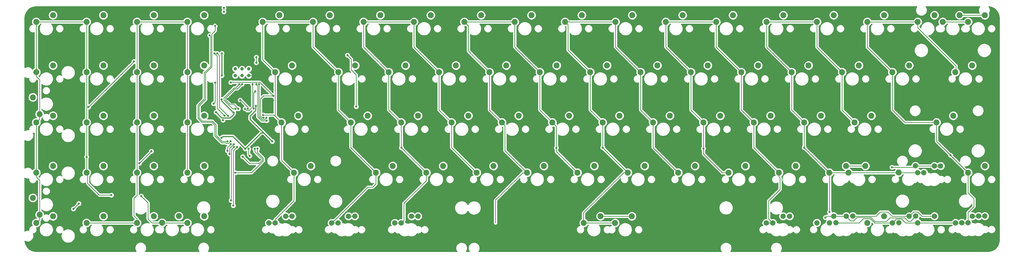
<source format=gtl>
G04 #@! TF.GenerationSoftware,KiCad,Pcbnew,(5.1.4)-1*
G04 #@! TF.CreationDate,2020-10-17T07:59:47-04:00*
G04 #@! TF.ProjectId,southpaw daughter board,736f7574-6870-4617-9720-646175676874,rev?*
G04 #@! TF.SameCoordinates,Original*
G04 #@! TF.FileFunction,Copper,L1,Top*
G04 #@! TF.FilePolarity,Positive*
%FSLAX46Y46*%
G04 Gerber Fmt 4.6, Leading zero omitted, Abs format (unit mm)*
G04 Created by KiCad (PCBNEW (5.1.4)-1) date 2020-10-17 07:59:47*
%MOMM*%
%LPD*%
G04 APERTURE LIST*
G04 #@! TA.AperFunction,ComponentPad*
%ADD10C,2.000000*%
G04 #@! TD*
G04 #@! TA.AperFunction,ComponentPad*
%ADD11C,2.250000*%
G04 #@! TD*
G04 #@! TA.AperFunction,ComponentPad*
%ADD12C,1.308000*%
G04 #@! TD*
G04 #@! TA.AperFunction,ViaPad*
%ADD13C,0.800000*%
G04 #@! TD*
G04 #@! TA.AperFunction,Conductor*
%ADD14C,0.254000*%
G04 #@! TD*
G04 #@! TA.AperFunction,Conductor*
%ADD15C,0.381000*%
G04 #@! TD*
G04 APERTURE END LIST*
D10*
G04 #@! TO.P,MX51,1*
G04 #@! TO.N,col6*
X247800000Y8900000D03*
G04 #@! TO.P,MX51,2*
G04 #@! TO.N,Net-(D44-Pad2)*
X254150000Y11440000D03*
G04 #@! TD*
D11*
G04 #@! TO.P,MX19,2*
G04 #@! TO.N,Net-(D16-Pad2)*
X35191000Y87630000D03*
G04 #@! TO.P,MX19,1*
G04 #@! TO.N,col1*
X28841000Y85090000D03*
G04 #@! TD*
G04 #@! TO.P,MX13,2*
G04 #@! TO.N,Net-(D10-Pad2)*
X25640000Y11480000D03*
G04 #@! TO.P,MX13,1*
G04 #@! TO.N,col0*
X19290000Y8940000D03*
G04 #@! TD*
D10*
G04 #@! TO.P,MX29,2*
G04 #@! TO.N,Net-(D25-Pad2)*
X68453000Y11430000D03*
G04 #@! TO.P,MX29,1*
G04 #@! TO.N,col2*
X62103000Y8890000D03*
G04 #@! TD*
G04 #@! TO.P,MX24,2*
G04 #@! TO.N,Net-(D25-Pad2)*
X66040000Y11430000D03*
G04 #@! TO.P,MX24,1*
G04 #@! TO.N,col2*
X59690000Y8890000D03*
G04 #@! TD*
D11*
G04 #@! TO.P,MX14,2*
G04 #@! TO.N,Net-(D11-Pad2)*
X16141000Y87630000D03*
G04 #@! TO.P,MX14,1*
G04 #@! TO.N,col1*
X9791000Y85090000D03*
G04 #@! TD*
D10*
G04 #@! TO.P,MX101,2*
G04 #@! TO.N,Net-(D71-Pad2)*
X273280000Y11470000D03*
G04 #@! TO.P,MX101,1*
G04 #@! TO.N,col7*
X266930000Y8930000D03*
G04 #@! TD*
D11*
G04 #@! TO.P,MX60,2*
G04 #@! TO.N,Net-(D53-Pad2)*
X185120100Y11445000D03*
G04 #@! TO.P,MX60,1*
G04 #@! TO.N,col5*
X178770100Y8905000D03*
G04 #@! TD*
G04 #@! TO.P,MX61,2*
G04 #@! TO.N,Net-(D53-Pad2)*
X196977000Y11430000D03*
G04 #@! TO.P,MX61,1*
G04 #@! TO.N,col5*
X190627000Y8890000D03*
G04 #@! TD*
G04 #@! TO.P,MX98,2*
G04 #@! TO.N,Net-(D87-Pad2)*
X318535192Y49549869D03*
G04 #@! TO.P,MX98,1*
G04 #@! TO.N,col8*
X312185192Y47009869D03*
G04 #@! TD*
G04 #@! TO.P,MX68,2*
G04 #@! TO.N,Net-(D60-Pad2)*
X230381206Y49494246D03*
G04 #@! TO.P,MX68,1*
G04 #@! TO.N,col6*
X224031206Y46954246D03*
G04 #@! TD*
G04 #@! TO.P,MX38,2*
G04 #@! TO.N,Net-(D31-Pad2)*
X101820341Y87629283D03*
G04 #@! TO.P,MX38,1*
G04 #@! TO.N,col3*
X95470341Y85089283D03*
G04 #@! TD*
G04 #@! TO.P,MX56,2*
G04 #@! TO.N,Net-(D49-Pad2)*
X178054000Y87630000D03*
G04 #@! TO.P,MX56,1*
G04 #@! TO.N,col5*
X171704000Y85090000D03*
G04 #@! TD*
D10*
G04 #@! TO.P,MX93,1*
G04 #@! TO.N,col7*
X297930000Y8950000D03*
G04 #@! TO.P,MX93,2*
G04 #@! TO.N,Net-(D71-Pad2)*
X304280000Y11490000D03*
G04 #@! TD*
G04 #@! TO.P,MX88,1*
G04 #@! TO.N,col8*
X305030000Y8920000D03*
G04 #@! TO.P,MX88,2*
G04 #@! TO.N,Net-(D82-Pad2)*
X311380000Y11460000D03*
G04 #@! TD*
G04 #@! TO.P,MX104,1*
G04 #@! TO.N,col8*
X295530000Y8880000D03*
G04 #@! TO.P,MX104,2*
G04 #@! TO.N,Net-(D82-Pad2)*
X301880000Y11420000D03*
G04 #@! TD*
D11*
G04 #@! TO.P,MX28,2*
G04 #@! TO.N,Net-(D70-Pad2)*
X285242000Y30480000D03*
G04 #@! TO.P,MX28,1*
G04 #@! TO.N,col7*
X278892000Y27940000D03*
G04 #@! TD*
G04 #@! TO.P,MX12,2*
G04 #@! TO.N,Net-(D20-Pad2)*
X-2909000Y11430000D03*
G04 #@! TO.P,MX12,1*
G04 #@! TO.N,col1*
X-9259000Y8890000D03*
G04 #@! TD*
G04 #@! TO.P,MX97,2*
G04 #@! TO.N,Net-(D84-Pad2)*
X325664788Y68599096D03*
G04 #@! TO.P,MX97,1*
G04 #@! TO.N,col8*
X319314788Y66059096D03*
G04 #@! TD*
D10*
G04 #@! TO.P,MX81,2*
G04 #@! TO.N,Net-(D82-Pad2)*
X280500000Y11490000D03*
G04 #@! TO.P,MX81,1*
G04 #@! TO.N,col8*
X274150000Y8950000D03*
G04 #@! TD*
D12*
G04 #@! TO.P,J1,GND*
G04 #@! TO.N,N/C*
X52070000Y64770000D03*
G04 #@! TO.P,J1,RST*
X52070000Y67310000D03*
G04 #@! TO.P,J1,MISO*
X46990000Y67310000D03*
G04 #@! TO.P,J1,VCC*
X46990000Y64770000D03*
G04 #@! TO.P,J1,SCK*
X49530000Y67310000D03*
G04 #@! TO.P,J1,MOSI*
X49530000Y64770000D03*
G04 #@! TD*
D11*
G04 #@! TO.P,MX103,2*
G04 #@! TO.N,Net-(D88-Pad2)*
X330454000Y87630000D03*
G04 #@! TO.P,MX103,1*
G04 #@! TO.N,col9*
X324104000Y85090000D03*
G04 #@! TD*
G04 #@! TO.P,MX102,2*
G04 #@! TO.N,Net-(D88-Pad2)*
X320883779Y87636296D03*
G04 #@! TO.P,MX102,1*
G04 #@! TO.N,col9*
X314533779Y85096296D03*
G04 #@! TD*
D10*
G04 #@! TO.P,MX100,1*
G04 #@! TO.N,col8*
X319360000Y8920000D03*
G04 #@! TO.P,MX100,2*
G04 #@! TO.N,Net-(D86-Pad2)*
X325710000Y11460000D03*
G04 #@! TD*
D11*
G04 #@! TO.P,MX99,2*
G04 #@! TO.N,Net-(D85-Pad2)*
X330454000Y30480000D03*
G04 #@! TO.P,MX99,1*
G04 #@! TO.N,col8*
X324104000Y27940000D03*
G04 #@! TD*
G04 #@! TO.P,MX96,2*
G04 #@! TO.N,Net-(D83-Pad2)*
X311404000Y87630000D03*
G04 #@! TO.P,MX96,1*
G04 #@! TO.N,col8*
X305054000Y85090000D03*
G04 #@! TD*
D10*
G04 #@! TO.P,MX95,2*
G04 #@! TO.N,Net-(D86-Pad2)*
X328080000Y11500000D03*
G04 #@! TO.P,MX95,1*
G04 #@! TO.N,col8*
X321730000Y8960000D03*
G04 #@! TD*
G04 #@! TO.P,MX94,1*
G04 #@! TO.N,col8*
X324110000Y8960000D03*
G04 #@! TO.P,MX94,2*
G04 #@! TO.N,Net-(D86-Pad2)*
X330460000Y11500000D03*
G04 #@! TD*
G04 #@! TO.P,MX92,2*
G04 #@! TO.N,Net-(D76-Pad2)*
X311390000Y30500000D03*
G04 #@! TO.P,MX92,1*
G04 #@! TO.N,col7*
X305040000Y27960000D03*
G04 #@! TD*
D11*
G04 #@! TO.P,MX90,2*
G04 #@! TO.N,Net-(D78-Pad2)*
X301830998Y68594483D03*
G04 #@! TO.P,MX90,1*
G04 #@! TO.N,col8*
X295480998Y66054483D03*
G04 #@! TD*
G04 #@! TO.P,MX89,2*
G04 #@! TO.N,Net-(D77-Pad2)*
X292354000Y87630000D03*
G04 #@! TO.P,MX89,1*
G04 #@! TO.N,col8*
X286004000Y85090000D03*
G04 #@! TD*
D10*
G04 #@! TO.P,MX87,2*
G04 #@! TO.N,Net-(D76-Pad2)*
X304200000Y30540000D03*
D11*
G04 #@! TO.P,MX87,1*
G04 #@! TO.N,col7*
X297850000Y28000000D03*
G04 #@! TD*
G04 #@! TO.P,MX86,1*
G04 #@! TO.N,col7*
X285980000Y8920000D03*
G04 #@! TO.P,MX86,2*
G04 #@! TO.N,Net-(D75-Pad2)*
X292330000Y11460000D03*
G04 #@! TD*
D10*
G04 #@! TO.P,MX85,1*
G04 #@! TO.N,col7*
X307380000Y27960000D03*
G04 #@! TO.P,MX85,2*
G04 #@! TO.N,Net-(D76-Pad2)*
X313730000Y30500000D03*
G04 #@! TD*
D11*
G04 #@! TO.P,MX84,2*
G04 #@! TO.N,Net-(D74-Pad2)*
X287528000Y49530000D03*
G04 #@! TO.P,MX84,1*
G04 #@! TO.N,col7*
X281178000Y46990000D03*
G04 #@! TD*
G04 #@! TO.P,MX83,2*
G04 #@! TO.N,Net-(D73-Pad2)*
X282829000Y68580000D03*
G04 #@! TO.P,MX83,1*
G04 #@! TO.N,col7*
X276479000Y66040000D03*
G04 #@! TD*
G04 #@! TO.P,MX82,2*
G04 #@! TO.N,Net-(D72-Pad2)*
X273304000Y87630000D03*
G04 #@! TO.P,MX82,1*
G04 #@! TO.N,col7*
X266954000Y85090000D03*
G04 #@! TD*
D10*
G04 #@! TO.P,MX80,2*
G04 #@! TO.N,Net-(D71-Pad2)*
X278020000Y11430000D03*
G04 #@! TO.P,MX80,1*
G04 #@! TO.N,col7*
X271670000Y8890000D03*
G04 #@! TD*
D11*
G04 #@! TO.P,MX79,2*
G04 #@! TO.N,Net-(D70-Pad2)*
X278003000Y30480000D03*
G04 #@! TO.P,MX79,1*
G04 #@! TO.N,col7*
X271653000Y27940000D03*
G04 #@! TD*
G04 #@! TO.P,MX78,2*
G04 #@! TO.N,Net-(D69-Pad2)*
X268478000Y49530000D03*
G04 #@! TO.P,MX78,1*
G04 #@! TO.N,col7*
X262128000Y46990000D03*
G04 #@! TD*
G04 #@! TO.P,MX77,2*
G04 #@! TO.N,Net-(D68-Pad2)*
X263779000Y68580000D03*
G04 #@! TO.P,MX77,1*
G04 #@! TO.N,col7*
X257429000Y66040000D03*
G04 #@! TD*
G04 #@! TO.P,MX76,2*
G04 #@! TO.N,Net-(D67-Pad2)*
X254254000Y87630000D03*
G04 #@! TO.P,MX76,1*
G04 #@! TO.N,col7*
X247904000Y85090000D03*
G04 #@! TD*
D10*
G04 #@! TO.P,MX75,2*
G04 #@! TO.N,Net-(D44-Pad2)*
X256630000Y11440000D03*
G04 #@! TO.P,MX75,1*
G04 #@! TO.N,col6*
X250280000Y8900000D03*
G04 #@! TD*
D11*
G04 #@! TO.P,MX74,2*
G04 #@! TO.N,Net-(D66-Pad2)*
X258953000Y30480000D03*
G04 #@! TO.P,MX74,1*
G04 #@! TO.N,col6*
X252603000Y27940000D03*
G04 #@! TD*
G04 #@! TO.P,MX73,2*
G04 #@! TO.N,Net-(D65-Pad2)*
X249421586Y49561515D03*
G04 #@! TO.P,MX73,1*
G04 #@! TO.N,col6*
X243071586Y47021515D03*
G04 #@! TD*
G04 #@! TO.P,MX72,2*
G04 #@! TO.N,Net-(D64-Pad2)*
X244729000Y68580000D03*
G04 #@! TO.P,MX72,1*
G04 #@! TO.N,col6*
X238379000Y66040000D03*
G04 #@! TD*
G04 #@! TO.P,MX71,2*
G04 #@! TO.N,Net-(D63-Pad2)*
X235204000Y87630000D03*
G04 #@! TO.P,MX71,1*
G04 #@! TO.N,col6*
X228854000Y85090000D03*
G04 #@! TD*
G04 #@! TO.P,MX69,2*
G04 #@! TO.N,Net-(D61-Pad2)*
X239903000Y30480000D03*
G04 #@! TO.P,MX69,1*
G04 #@! TO.N,col6*
X233553000Y27940000D03*
G04 #@! TD*
G04 #@! TO.P,MX67,2*
G04 #@! TO.N,Net-(D59-Pad2)*
X225679000Y68580000D03*
G04 #@! TO.P,MX67,1*
G04 #@! TO.N,col6*
X219329000Y66040000D03*
G04 #@! TD*
G04 #@! TO.P,MX66,2*
G04 #@! TO.N,Net-(D58-Pad2)*
X216154000Y87630000D03*
G04 #@! TO.P,MX66,1*
G04 #@! TO.N,col6*
X209804000Y85090000D03*
G04 #@! TD*
G04 #@! TO.P,MX65,2*
G04 #@! TO.N,Net-(D57-Pad2)*
X220853000Y30480000D03*
G04 #@! TO.P,MX65,1*
G04 #@! TO.N,col5*
X214503000Y27940000D03*
G04 #@! TD*
G04 #@! TO.P,MX64,1*
G04 #@! TO.N,col5*
X204978000Y46990000D03*
G04 #@! TO.P,MX64,2*
G04 #@! TO.N,Net-(D56-Pad2)*
X211328000Y49530000D03*
G04 #@! TD*
G04 #@! TO.P,MX63,2*
G04 #@! TO.N,Net-(D55-Pad2)*
X206629000Y68580000D03*
G04 #@! TO.P,MX63,1*
G04 #@! TO.N,col5*
X200279000Y66040000D03*
G04 #@! TD*
G04 #@! TO.P,MX62,2*
G04 #@! TO.N,Net-(D54-Pad2)*
X197104000Y87630000D03*
G04 #@! TO.P,MX62,1*
G04 #@! TO.N,col5*
X190754000Y85090000D03*
G04 #@! TD*
G04 #@! TO.P,MX59,2*
G04 #@! TO.N,Net-(D52-Pad2)*
X201803000Y30480000D03*
G04 #@! TO.P,MX59,1*
G04 #@! TO.N,col5*
X195453000Y27940000D03*
G04 #@! TD*
G04 #@! TO.P,MX58,2*
G04 #@! TO.N,Net-(D51-Pad2)*
X192278000Y49530000D03*
G04 #@! TO.P,MX58,1*
G04 #@! TO.N,col5*
X185928000Y46990000D03*
G04 #@! TD*
G04 #@! TO.P,MX57,2*
G04 #@! TO.N,Net-(D50-Pad2)*
X187579000Y68580000D03*
G04 #@! TO.P,MX57,1*
G04 #@! TO.N,col5*
X181229000Y66040000D03*
G04 #@! TD*
G04 #@! TO.P,MX55,2*
G04 #@! TO.N,Net-(D48-Pad2)*
X182753000Y30480000D03*
G04 #@! TO.P,MX55,1*
G04 #@! TO.N,col4*
X176403000Y27940000D03*
G04 #@! TD*
G04 #@! TO.P,MX54,2*
G04 #@! TO.N,Net-(D47-Pad2)*
X173228000Y49530000D03*
G04 #@! TO.P,MX54,1*
G04 #@! TO.N,col4*
X166878000Y46990000D03*
G04 #@! TD*
G04 #@! TO.P,MX53,2*
G04 #@! TO.N,Net-(D46-Pad2)*
X168529000Y68580000D03*
G04 #@! TO.P,MX53,1*
G04 #@! TO.N,col4*
X162179000Y66040000D03*
G04 #@! TD*
G04 #@! TO.P,MX52,2*
G04 #@! TO.N,Net-(D45-Pad2)*
X159004000Y87630000D03*
G04 #@! TO.P,MX52,1*
G04 #@! TO.N,col4*
X152654000Y85090000D03*
G04 #@! TD*
G04 #@! TO.P,MX50,2*
G04 #@! TO.N,Net-(D43-Pad2)*
X163703000Y30480000D03*
G04 #@! TO.P,MX50,1*
G04 #@! TO.N,col4*
X157353000Y27940000D03*
G04 #@! TD*
G04 #@! TO.P,MX49,2*
G04 #@! TO.N,Net-(D42-Pad2)*
X154178000Y49530000D03*
G04 #@! TO.P,MX49,1*
G04 #@! TO.N,col4*
X147828000Y46990000D03*
G04 #@! TD*
G04 #@! TO.P,MX48,2*
G04 #@! TO.N,Net-(D41-Pad2)*
X149479000Y68580000D03*
G04 #@! TO.P,MX48,1*
G04 #@! TO.N,col4*
X143129000Y66040000D03*
G04 #@! TD*
G04 #@! TO.P,MX47,2*
G04 #@! TO.N,Net-(D40-Pad2)*
X139954000Y87630000D03*
G04 #@! TO.P,MX47,1*
G04 #@! TO.N,col4*
X133604000Y85090000D03*
G04 #@! TD*
G04 #@! TO.P,MX46,2*
G04 #@! TO.N,Net-(D39-Pad2)*
X144653000Y30480000D03*
G04 #@! TO.P,MX46,1*
G04 #@! TO.N,col3*
X138303000Y27940000D03*
G04 #@! TD*
G04 #@! TO.P,MX45,2*
G04 #@! TO.N,Net-(D38-Pad2)*
X135128000Y49530000D03*
G04 #@! TO.P,MX45,1*
G04 #@! TO.N,col3*
X128778000Y46990000D03*
G04 #@! TD*
G04 #@! TO.P,MX44,2*
G04 #@! TO.N,Net-(D37-Pad2)*
X130429000Y68580000D03*
G04 #@! TO.P,MX44,1*
G04 #@! TO.N,col3*
X124079000Y66040000D03*
G04 #@! TD*
G04 #@! TO.P,MX43,2*
G04 #@! TO.N,Net-(D36-Pad2)*
X120904000Y87630000D03*
G04 #@! TO.P,MX43,1*
G04 #@! TO.N,col3*
X114554000Y85090000D03*
G04 #@! TD*
D10*
G04 #@! TO.P,MX42,2*
G04 #@! TO.N,Net-(D35-Pad2)*
X116078000Y11430000D03*
G04 #@! TO.P,MX42,1*
G04 #@! TO.N,col3*
X109728000Y8890000D03*
G04 #@! TD*
D11*
G04 #@! TO.P,MX41,2*
G04 #@! TO.N,Net-(D34-Pad2)*
X125603000Y30480000D03*
G04 #@! TO.P,MX41,1*
G04 #@! TO.N,col3*
X119253000Y27940000D03*
G04 #@! TD*
G04 #@! TO.P,MX40,2*
G04 #@! TO.N,Net-(D33-Pad2)*
X116078000Y49530000D03*
G04 #@! TO.P,MX40,1*
G04 #@! TO.N,col3*
X109728000Y46990000D03*
G04 #@! TD*
G04 #@! TO.P,MX39,2*
G04 #@! TO.N,Net-(D32-Pad2)*
X111379000Y68580000D03*
G04 #@! TO.P,MX39,1*
G04 #@! TO.N,col3*
X105029000Y66040000D03*
G04 #@! TD*
D10*
G04 #@! TO.P,MX37,2*
G04 #@! TO.N,Net-(D35-Pad2)*
X113665000Y11430000D03*
G04 #@! TO.P,MX37,1*
G04 #@! TO.N,col3*
X107315000Y8890000D03*
G04 #@! TD*
G04 #@! TO.P,MX36,2*
G04 #@! TO.N,Net-(D30-Pad2)*
X92202000Y11430000D03*
G04 #@! TO.P,MX36,1*
G04 #@! TO.N,col2*
X85852000Y8890000D03*
G04 #@! TD*
D11*
G04 #@! TO.P,MX35,2*
G04 #@! TO.N,Net-(D29-Pad2)*
X106553000Y30480000D03*
G04 #@! TO.P,MX35,1*
G04 #@! TO.N,col2*
X100203000Y27940000D03*
G04 #@! TD*
G04 #@! TO.P,MX34,2*
G04 #@! TO.N,Net-(D28-Pad2)*
X97028000Y49530000D03*
G04 #@! TO.P,MX34,1*
G04 #@! TO.N,col2*
X90678000Y46990000D03*
G04 #@! TD*
G04 #@! TO.P,MX33,2*
G04 #@! TO.N,Net-(D27-Pad2)*
X92329000Y68580000D03*
G04 #@! TO.P,MX33,1*
G04 #@! TO.N,col2*
X85979000Y66040000D03*
G04 #@! TD*
G04 #@! TO.P,MX32,2*
G04 #@! TO.N,Net-(D26-Pad2)*
X82747937Y87612005D03*
G04 #@! TO.P,MX32,1*
G04 #@! TO.N,col2*
X76397937Y85072005D03*
G04 #@! TD*
D10*
G04 #@! TO.P,MX31,2*
G04 #@! TO.N,Net-(D30-Pad2)*
X89789000Y11430000D03*
G04 #@! TO.P,MX31,1*
G04 #@! TO.N,col2*
X83439000Y8890000D03*
G04 #@! TD*
D11*
G04 #@! TO.P,MX30,2*
G04 #@! TO.N,Net-(D24-Pad2)*
X75565000Y30480000D03*
G04 #@! TO.P,MX30,1*
G04 #@! TO.N,col2*
X69215000Y27940000D03*
G04 #@! TD*
G04 #@! TO.P,MX27,2*
G04 #@! TO.N,Net-(D23-Pad2)*
X70828579Y49527006D03*
G04 #@! TO.P,MX27,1*
G04 #@! TO.N,col2*
X64478579Y46987006D03*
G04 #@! TD*
G04 #@! TO.P,MX26,2*
G04 #@! TO.N,Net-(D22-Pad2)*
X68453000Y68580000D03*
G04 #@! TO.P,MX26,1*
G04 #@! TO.N,col2*
X62103000Y66040000D03*
G04 #@! TD*
G04 #@! TO.P,MX25,2*
G04 #@! TO.N,Net-(D21-Pad2)*
X63702065Y87630000D03*
G04 #@! TO.P,MX25,1*
G04 #@! TO.N,col2*
X57352065Y85090000D03*
G04 #@! TD*
G04 #@! TO.P,MX23,2*
G04 #@! TO.N,Net-(D10-Pad2)*
X35191000Y11430000D03*
G04 #@! TO.P,MX23,1*
G04 #@! TO.N,col0*
X28841000Y8890000D03*
G04 #@! TD*
G04 #@! TO.P,MX22,2*
G04 #@! TO.N,Net-(D19-Pad2)*
X35191000Y30480000D03*
G04 #@! TO.P,MX22,1*
G04 #@! TO.N,col1*
X28841000Y27940000D03*
G04 #@! TD*
G04 #@! TO.P,MX21,2*
G04 #@! TO.N,Net-(D18-Pad2)*
X35191000Y49530000D03*
G04 #@! TO.P,MX21,1*
G04 #@! TO.N,col1*
X28841000Y46990000D03*
G04 #@! TD*
G04 #@! TO.P,MX20,2*
G04 #@! TO.N,Net-(D17-Pad2)*
X35191000Y68580000D03*
G04 #@! TO.P,MX20,1*
G04 #@! TO.N,col1*
X28841000Y66040000D03*
G04 #@! TD*
G04 #@! TO.P,MX18,2*
G04 #@! TO.N,Net-(D15-Pad2)*
X16141000Y11430000D03*
G04 #@! TO.P,MX18,1*
G04 #@! TO.N,col1*
X9791000Y8890000D03*
G04 #@! TD*
G04 #@! TO.P,MX17,2*
G04 #@! TO.N,Net-(D14-Pad2)*
X16141000Y30480000D03*
G04 #@! TO.P,MX17,1*
G04 #@! TO.N,col1*
X9791000Y27940000D03*
G04 #@! TD*
G04 #@! TO.P,MX16,2*
G04 #@! TO.N,Net-(D13-Pad2)*
X16141000Y49530000D03*
G04 #@! TO.P,MX16,1*
G04 #@! TO.N,col1*
X9791000Y46990000D03*
G04 #@! TD*
G04 #@! TO.P,MX15,2*
G04 #@! TO.N,Net-(D12-Pad2)*
X16141000Y68580000D03*
G04 #@! TO.P,MX15,1*
G04 #@! TO.N,col1*
X9791000Y66040000D03*
G04 #@! TD*
G04 #@! TO.P,MX11,2*
G04 #@! TO.N,Net-(D9-Pad2)*
X-2909000Y30480000D03*
G04 #@! TO.P,MX11,1*
G04 #@! TO.N,col0*
X-9259000Y27940000D03*
G04 #@! TD*
G04 #@! TO.P,MX10,2*
G04 #@! TO.N,Net-(D8-Pad2)*
X-2909000Y49530000D03*
G04 #@! TO.P,MX10,1*
G04 #@! TO.N,col0*
X-9259000Y46990000D03*
G04 #@! TD*
G04 #@! TO.P,MX9,2*
G04 #@! TO.N,Net-(D7-Pad2)*
X-2909000Y68580000D03*
G04 #@! TO.P,MX9,1*
G04 #@! TO.N,col0*
X-9259000Y66040000D03*
G04 #@! TD*
G04 #@! TO.P,MX8,2*
G04 #@! TO.N,Net-(D6-Pad2)*
X-2909000Y87630000D03*
G04 #@! TO.P,MX8,1*
G04 #@! TO.N,col0*
X-9259000Y85090000D03*
G04 #@! TD*
G04 #@! TO.P,MX7,2*
G04 #@! TO.N,Net-(D5-Pad2)*
X-21959000Y30480000D03*
G04 #@! TO.P,MX7,1*
G04 #@! TO.N,col0*
X-28309000Y27940000D03*
G04 #@! TD*
G04 #@! TO.P,MX6,2*
G04 #@! TO.N,Net-(D4-Pad2)*
X-21959000Y11430000D03*
G04 #@! TO.P,MX6,1*
G04 #@! TO.N,col0*
X-28309000Y8890000D03*
G04 #@! TD*
G04 #@! TO.P,MX5,2*
G04 #@! TO.N,Net-(D3-Pad2)*
X-21959000Y68580000D03*
G04 #@! TO.P,MX5,1*
G04 #@! TO.N,col0*
X-28309000Y66040000D03*
G04 #@! TD*
G04 #@! TO.P,MX4,2*
G04 #@! TO.N,Net-(D2-Pad2)*
X-21959000Y49530000D03*
G04 #@! TO.P,MX4,1*
G04 #@! TO.N,col0*
X-28309000Y46990000D03*
G04 #@! TD*
G04 #@! TO.P,MX3,2*
G04 #@! TO.N,Net-(D1-Pad2)*
X-21959000Y87630000D03*
G04 #@! TO.P,MX3,1*
G04 #@! TO.N,col0*
X-28309000Y85090000D03*
G04 #@! TD*
G04 #@! TO.P,MX2,2*
G04 #@! TO.N,Net-(D5-Pad2)*
X-29579000Y18415000D03*
G04 #@! TO.P,MX2,1*
G04 #@! TO.N,col0*
X-27039000Y12065000D03*
G04 #@! TD*
G04 #@! TO.P,MX1,2*
G04 #@! TO.N,Net-(D3-Pad2)*
X-29579000Y56515000D03*
G04 #@! TO.P,MX1,1*
G04 #@! TO.N,col0*
X-27039000Y50165000D03*
G04 #@! TD*
D13*
G04 #@! TO.N,Net-(D71-Pad2)*
X270129000Y10922000D03*
G04 #@! TO.N,Net-(D76-Pad2)*
X295300000Y30000000D03*
G04 #@! TO.N,col0*
X54330600Y36964583D03*
X49784000Y34036000D03*
X-9259000Y33909000D03*
X11442000Y19050000D03*
X120001Y19449999D03*
G04 #@! TO.N,col1*
X55397400Y37084000D03*
X46990000Y27940000D03*
G04 #@! TO.N,col2*
X57480200Y49809400D03*
G04 #@! TO.N,col3*
X109791500Y37401500D03*
G04 #@! TO.N,col4*
X168367959Y37372041D03*
G04 #@! TO.N,col5*
X185928000Y37465000D03*
G04 #@! TO.N,col6*
X224031206Y37080794D03*
G04 #@! TO.N,col7*
X271716500Y13017500D03*
X262128000Y37465000D03*
G04 #@! TO.N,col8*
X317500000Y34544000D03*
G04 #@! TO.N,GND*
X59664600Y60325000D03*
X8343200Y87376000D03*
X44005500Y55880000D03*
X48958500Y54419500D03*
X21602000Y88935860D03*
X56324500Y32893000D03*
X44005500Y61277500D03*
X48514000Y36964583D03*
X52578000Y58928000D03*
X2831400Y85510400D03*
X264414000Y12065000D03*
X288036000Y12573000D03*
X303400000Y15900000D03*
X105156000Y14097000D03*
X74422000Y17018000D03*
X31508000Y16637000D03*
X51308000Y16510000D03*
X5600000Y16510000D03*
X13347000Y76200000D03*
X22110000Y76327000D03*
X140462000Y14478000D03*
X303276000Y73279000D03*
X61341000Y55372000D03*
X57912000Y58928000D03*
X22033800Y82016600D03*
X-30353000Y36830000D03*
X-30861000Y50927000D03*
X-30353000Y12446000D03*
G04 #@! TO.N,+5V*
X46380400Y50647600D03*
X41910000Y73152000D03*
X39687500Y50863500D03*
X60960000Y39814500D03*
X50736500Y37020500D03*
X41719500Y41148000D03*
X41910000Y64770000D03*
X54764210Y53289200D03*
X41800000Y55700000D03*
G04 #@! TO.N,Net-(R2-Pad1)*
X44297600Y49479200D03*
X40137459Y73157459D03*
G04 #@! TO.N,Net-(R3-Pad1)*
X39116000Y73152000D03*
X42926000Y49530000D03*
G04 #@! TO.N,Net-(R6-Pad2)*
X52019200Y36964583D03*
X52451000Y34325860D03*
G04 #@! TO.N,Net-(U1-Pad1)*
X42341800Y47879000D03*
G04 #@! TO.N,RST*
X54546500Y58737500D03*
X53949600Y52247800D03*
G04 #@! TO.N,SCK*
X47066200Y52184339D03*
X48508541Y61473459D03*
G04 #@! TO.N,MISO*
X50673000Y52184339D03*
X53492076Y61473980D03*
G04 #@! TO.N,row00*
X45237400Y39852600D03*
X42684000Y88933860D03*
X37300000Y80000000D03*
X42688141Y90388141D03*
G04 #@! TO.N,row10*
X-8532860Y52832000D03*
X8648000Y70104000D03*
X58775600Y48793400D03*
X55943500Y61468000D03*
G04 #@! TO.N,row20*
X51765200Y52184339D03*
X48818800Y55448200D03*
G04 #@! TO.N,row30*
X-14212000Y14224000D03*
X15252000Y36068000D03*
X10680000Y31496000D03*
X-12180000Y16256000D03*
X45339000Y38785800D03*
X44025557Y36238443D03*
G04 #@! TO.N,row40*
X47650400Y37693600D03*
X46226000Y15492000D03*
G04 #@! TO.N,row01*
X44069000Y39776400D03*
X39400000Y83600000D03*
G04 #@! TO.N,row11*
X58880768Y47697632D03*
X54944357Y61468000D03*
X54927500Y69629860D03*
X54928500Y71754000D03*
G04 #@! TO.N,row21*
X38798500Y54102000D03*
X39370000Y62103000D03*
X61376860Y57084260D03*
X45275500Y62166500D03*
X57632600Y48793400D03*
G04 #@! TO.N,row31*
X46431200Y38735000D03*
X44767500Y35052000D03*
G04 #@! TO.N,row41*
X46482000Y37668200D03*
X45373988Y17433988D03*
G04 #@! TO.N,col9*
X92710000Y52994860D03*
X89408000Y72480140D03*
G04 #@! TO.N,MOSI*
X48107600Y52184339D03*
X49530000Y61468000D03*
G04 #@! TD*
D14*
G04 #@! TO.N,Net-(D25-Pad2)*
X66040000Y11430000D02*
X68453000Y11430000D01*
G04 #@! TO.N,Net-(D30-Pad2)*
X89789000Y11430000D02*
X92202000Y11430000D01*
G04 #@! TO.N,Net-(D35-Pad2)*
X116078000Y11430000D02*
X113665000Y11430000D01*
G04 #@! TO.N,Net-(D53-Pad2)*
X196977000Y11430000D02*
X195386010Y11430000D01*
X195386010Y11430000D02*
X193294000Y11430000D01*
X186629990Y11430000D02*
X188849000Y11430000D01*
X185039000Y11430000D02*
X186629990Y11430000D01*
X188153990Y11430000D02*
X188849000Y11430000D01*
X188849000Y11430000D02*
X193294000Y11430000D01*
G04 #@! TO.N,Net-(D70-Pad2)*
X279593990Y30480000D02*
X285242000Y30480000D01*
X278003000Y30480000D02*
X279593990Y30480000D01*
G04 #@! TO.N,Net-(D71-Pad2)*
X277495000Y10922000D02*
X278003000Y11430000D01*
X282121850Y10976850D02*
X280797000Y9652000D01*
X287346150Y10976850D02*
X282121850Y10976850D01*
X288798000Y9525000D02*
X287346150Y10976850D01*
X303971575Y11109575D02*
X302387000Y9525000D01*
X279781000Y9652000D02*
X278003000Y11430000D01*
X280797000Y9652000D02*
X279781000Y9652000D01*
X288798000Y9525000D02*
X293243000Y9525000D01*
X300155850Y10867150D02*
X301498000Y9525000D01*
X294585150Y10867150D02*
X300155850Y10867150D01*
X293243000Y9525000D02*
X294585150Y10867150D01*
X302387000Y9525000D02*
X301498000Y9525000D01*
X273320000Y11430000D02*
X273280000Y11470000D01*
X278020000Y11430000D02*
X273320000Y11430000D01*
X273280000Y11470000D02*
X270677000Y11470000D01*
X270677000Y11470000D02*
X270129000Y10922000D01*
G04 #@! TO.N,Net-(D76-Pad2)*
X305706213Y30480000D02*
X311404000Y30480000D01*
X304292000Y30480000D02*
X305706213Y30480000D01*
X303812000Y30000000D02*
X304292000Y30480000D01*
X295300000Y30000000D02*
X303812000Y30000000D01*
X311404000Y30480000D02*
X313840000Y30480000D01*
G04 #@! TO.N,col0*
X-28309000Y82042310D02*
X-28309000Y66040000D01*
X-28309000Y85090000D02*
X-28309000Y82042310D01*
X-9259000Y82042310D02*
X-9259000Y66040000D01*
X-9259000Y85090000D02*
X-9259000Y82042310D01*
X-28309000Y85090000D02*
X-9259000Y85090000D01*
X-9259000Y64449010D02*
X-9259000Y46990000D01*
X-9259000Y66040000D02*
X-9259000Y64449010D01*
X-27039000Y51755990D02*
X-27039000Y50165000D01*
X-27039000Y63179010D02*
X-27039000Y51755990D01*
X-28309000Y64449010D02*
X-27039000Y63179010D01*
X-28309000Y66040000D02*
X-28309000Y64449010D01*
X-27039000Y48260000D02*
X-28309000Y46990000D01*
X-27039000Y50165000D02*
X-27039000Y48260000D01*
X-28309000Y45399010D02*
X-28309000Y27940000D01*
X-28309000Y46990000D02*
X-28309000Y45399010D01*
X-9259000Y46990000D02*
X-9259000Y43942310D01*
X-27039000Y13655990D02*
X-27039000Y12065000D01*
X-27039000Y25079010D02*
X-27039000Y13655990D01*
X-28309000Y26349010D02*
X-27039000Y25079010D01*
X-28309000Y27940000D02*
X-28309000Y26349010D01*
X-27039000Y10160000D02*
X-28309000Y8890000D01*
X-27039000Y12065000D02*
X-27039000Y10160000D01*
X54330600Y35961590D02*
X57150000Y33142190D01*
X54330600Y36964583D02*
X54330600Y35961590D01*
X57150000Y32643810D02*
X56002190Y31496000D01*
X57150000Y33142190D02*
X57150000Y32643810D01*
X56002190Y31496000D02*
X52324000Y31496000D01*
X52324000Y31496000D02*
X49784000Y34036000D01*
X-9259000Y43942310D02*
X-9259000Y33909000D01*
X-9259000Y33909000D02*
X-9259000Y27940000D01*
X29028700Y8436850D02*
X29161425Y8569575D01*
X28653300Y8436850D02*
X29028700Y8436850D01*
X19316000Y8890000D02*
X28200150Y8890000D01*
X28200150Y8890000D02*
X28653300Y8436850D01*
X19316000Y8890000D02*
X16533310Y8890000D01*
X16533310Y8890000D02*
X15506000Y8890000D01*
X15506000Y8890000D02*
X13982000Y10414000D01*
X13982000Y10414000D02*
X13982000Y16510000D01*
X13982000Y16510000D02*
X11442000Y19050000D01*
X-8878000Y27559000D02*
X-9259000Y27940000D01*
X-8878000Y23876000D02*
X-8878000Y27559000D01*
X-4451999Y19449999D02*
X-8878000Y23876000D01*
X120001Y19449999D02*
X120001Y19449999D01*
X120001Y19449999D02*
X-4451999Y19449999D01*
G04 #@! TO.N,col1*
X28841000Y27940000D02*
X28841000Y46990000D01*
X9791000Y46990000D02*
X9791000Y27940000D01*
X28841000Y66040000D02*
X28841000Y46990000D01*
X9791000Y64449010D02*
X9791000Y46990000D01*
X9791000Y66040000D02*
X9791000Y64449010D01*
X9791000Y83499010D02*
X9791000Y66040000D01*
X9791000Y85090000D02*
X9791000Y83499010D01*
X28841000Y85090000D02*
X28841000Y66040000D01*
X9791000Y85090000D02*
X28841000Y85090000D01*
X55397400Y36518315D02*
X55372000Y36492915D01*
X55397400Y37084000D02*
X55397400Y36518315D01*
X55372000Y36492915D02*
X55372000Y35561040D01*
X57603150Y32456110D02*
X57603148Y32456108D01*
X55372000Y35561040D02*
X57603150Y33329890D01*
X57603150Y33329890D02*
X57603150Y32456110D01*
X57603148Y32456108D02*
X53087040Y27940000D01*
X53087040Y27940000D02*
X46990000Y27940000D01*
X9791000Y8890000D02*
X-9259000Y8890000D01*
X10172000Y27559000D02*
X9791000Y27940000D01*
X9791000Y8890000D02*
X9791000Y10480990D01*
X9791000Y10480990D02*
X8648000Y11623990D01*
X8648000Y18248000D02*
X8648000Y14548000D01*
X9791000Y19391000D02*
X8648000Y18248000D01*
X9791000Y27940000D02*
X9791000Y19391000D01*
X8648000Y11623990D02*
X8648000Y14548000D01*
X8648000Y14548000D02*
X8648000Y14732000D01*
G04 #@! TO.N,col2*
X85852000Y8890000D02*
X83439000Y8890000D01*
X59690000Y8890000D02*
X62103000Y8890000D01*
X57352065Y70790935D02*
X62103000Y66040000D01*
X57352065Y85090000D02*
X57352065Y70790935D01*
X76397937Y75621063D02*
X85979000Y66040000D01*
X76397937Y85072005D02*
X76397937Y75621063D01*
X85979000Y51689000D02*
X90678000Y46990000D01*
X85979000Y66040000D02*
X85979000Y51689000D01*
X62103000Y49362585D02*
X64478579Y46987006D01*
X76379942Y85090000D02*
X76397937Y85072005D01*
X57352065Y85090000D02*
X76379942Y85090000D01*
X90678000Y37465000D02*
X100203000Y27940000D01*
X90678000Y46990000D02*
X90678000Y37465000D01*
X64478579Y32676421D02*
X69215000Y27940000D01*
X64478579Y46987006D02*
X64478579Y32676421D01*
X62103000Y10304213D02*
X62103000Y8890000D01*
X62212787Y10414000D02*
X62103000Y10304213D01*
X62230000Y10414000D02*
X62212787Y10414000D01*
X69215000Y17399000D02*
X62230000Y10414000D01*
X69215000Y27940000D02*
X69215000Y17399000D01*
X84438999Y9889999D02*
X84565999Y9889999D01*
X83439000Y8890000D02*
X84438999Y9889999D01*
X84565999Y9889999D02*
X97155000Y22479000D01*
X97155000Y22479000D02*
X98933000Y22479000D01*
X100203000Y23749000D02*
X100203000Y27940000D01*
X98933000Y22479000D02*
X100203000Y23749000D01*
X57480200Y49809400D02*
X61656185Y49809400D01*
X62082793Y49636793D02*
X62103000Y49657000D01*
X61828793Y49636793D02*
X62082793Y49636793D01*
X62103000Y49657000D02*
X62103000Y49362585D01*
X62103000Y66040000D02*
X62103000Y49657000D01*
X61828793Y49636793D02*
X62103000Y49362585D01*
X61656185Y49809400D02*
X61828793Y49636793D01*
G04 #@! TO.N,col3*
X109728000Y8890000D02*
X107315000Y8890000D01*
X114553283Y85089283D02*
X114554000Y85090000D01*
X95470341Y85089283D02*
X114553283Y85089283D01*
X119253000Y26349010D02*
X119253000Y27940000D01*
X119253000Y24892310D02*
X119253000Y26349010D01*
X110727999Y16367309D02*
X119253000Y24892310D01*
X110727999Y9889999D02*
X110727999Y16367309D01*
X109728000Y8890000D02*
X110727999Y9889999D01*
X128778000Y37465000D02*
X138303000Y27940000D01*
X128778000Y46990000D02*
X128778000Y37465000D01*
X124079000Y51689000D02*
X128778000Y46990000D01*
X124079000Y66040000D02*
X124079000Y51689000D01*
X114554000Y75565000D02*
X124079000Y66040000D01*
X114554000Y85090000D02*
X114554000Y75565000D01*
X95470341Y75598659D02*
X105029000Y66040000D01*
X95470341Y85089283D02*
X95470341Y75598659D01*
X105029000Y51689000D02*
X109728000Y46990000D01*
X105029000Y66040000D02*
X105029000Y51689000D01*
X109728000Y46990000D02*
X109728000Y37465000D01*
X109728000Y37465000D02*
X109791500Y37401500D01*
X109791500Y37401500D02*
X119253000Y27940000D01*
G04 #@! TO.N,col4*
X133604000Y85090000D02*
X152654000Y85090000D01*
X152654000Y75565000D02*
X162179000Y66040000D01*
X152654000Y85090000D02*
X152654000Y75565000D01*
X162179000Y51689000D02*
X166878000Y46990000D01*
X162179000Y66040000D02*
X162179000Y51689000D01*
X175278001Y29064999D02*
X176403000Y27940000D01*
X168367959Y35975041D02*
X175278001Y29064999D01*
X166878000Y46990000D02*
X168367959Y45500041D01*
X142004001Y67164999D02*
X143129000Y66040000D01*
X135093959Y74075041D02*
X142004001Y67164999D01*
X135093959Y83600041D02*
X135093959Y74075041D01*
X133604000Y85090000D02*
X135093959Y83600041D01*
X143129000Y51689000D02*
X147828000Y46990000D01*
X143129000Y66040000D02*
X143129000Y51689000D01*
X156228001Y29064999D02*
X157353000Y27940000D01*
X148952999Y36340001D02*
X156228001Y29064999D01*
X148952999Y45865001D02*
X148952999Y36340001D01*
X147828000Y46990000D02*
X148952999Y45865001D01*
X145415000Y10480990D02*
X145415000Y8890000D01*
X145415000Y17592990D02*
X145415000Y10480990D01*
X155762010Y27940000D02*
X145415000Y17592990D01*
X157353000Y27940000D02*
X155762010Y27940000D01*
X168367959Y45500041D02*
X168367959Y37372041D01*
X168367959Y37372041D02*
X168367959Y35975041D01*
G04 #@! TO.N,col5*
X189036010Y8890000D02*
X178689000Y8890000D01*
X190627000Y8890000D02*
X189036010Y8890000D01*
X171704000Y85090000D02*
X190754000Y85090000D01*
X180104001Y67164999D02*
X181229000Y66040000D01*
X172828999Y74440001D02*
X180104001Y67164999D01*
X172828999Y83965001D02*
X172828999Y74440001D01*
X171704000Y85090000D02*
X172828999Y83965001D01*
X190754000Y75565000D02*
X200279000Y66040000D01*
X190754000Y85090000D02*
X190754000Y75565000D01*
X181229000Y51689000D02*
X185928000Y46990000D01*
X181229000Y66040000D02*
X181229000Y51689000D01*
X200279000Y51689000D02*
X204978000Y46990000D01*
X200279000Y66040000D02*
X200279000Y51689000D01*
X185928000Y37465000D02*
X195453000Y27940000D01*
X185928000Y46990000D02*
X185928000Y37465000D01*
X204978000Y37465000D02*
X214503000Y27940000D01*
X204978000Y46990000D02*
X204978000Y37465000D01*
X178689000Y10480990D02*
X178689000Y8890000D01*
X178689000Y12766990D02*
X178689000Y10480990D01*
X193862010Y27940000D02*
X178689000Y12766990D01*
X195453000Y27940000D02*
X193862010Y27940000D01*
G04 #@! TO.N,col6*
X211394990Y85090000D02*
X228854000Y85090000D01*
X209804000Y85090000D02*
X211394990Y85090000D01*
X209804000Y75565000D02*
X219329000Y66040000D01*
X209804000Y85090000D02*
X209804000Y75565000D01*
X231140000Y27940000D02*
X233553000Y27940000D01*
X228854000Y75565000D02*
X238379000Y66040000D01*
X228854000Y85090000D02*
X228854000Y75565000D01*
X238379000Y51714101D02*
X243071586Y47021515D01*
X238379000Y66040000D02*
X238379000Y51714101D01*
X219329000Y51656452D02*
X224031206Y46954246D01*
X219329000Y51943000D02*
X219329000Y51656452D01*
X219329000Y51943000D02*
X219329000Y51689000D01*
X219329000Y66040000D02*
X219329000Y51943000D01*
X224031206Y35048794D02*
X231140000Y27940000D01*
X243071586Y37471414D02*
X252603000Y27940000D01*
X243071586Y47021515D02*
X243071586Y37471414D01*
X224031206Y46954246D02*
X224031206Y37080794D01*
X224031206Y37080794D02*
X224031206Y35048794D01*
X252603000Y26349010D02*
X252984000Y25968010D01*
X252603000Y27940000D02*
X252603000Y26349010D01*
X252984000Y25968010D02*
X252984000Y21590000D01*
X252984000Y21590000D02*
X248666000Y17272000D01*
X249736850Y9343150D02*
X250002300Y9343150D01*
X248666000Y17272000D02*
X248666000Y10414000D01*
X248666000Y10414000D02*
X249736850Y9343150D01*
X250310000Y8860000D02*
X250330000Y8880000D01*
X247810000Y8860000D02*
X250310000Y8860000D01*
G04 #@! TO.N,col7*
X247904000Y85090000D02*
X266954000Y85090000D01*
X305054000Y27940000D02*
X297942000Y27940000D01*
X297942000Y27940000D02*
X288417000Y27940000D01*
X278892000Y27940000D02*
X288417000Y27940000D01*
X271653000Y27940000D02*
X278892000Y27940000D01*
X247904000Y75565000D02*
X257429000Y66040000D01*
X247904000Y85090000D02*
X247904000Y75565000D01*
X257429000Y51689000D02*
X262128000Y46990000D01*
X257429000Y66040000D02*
X257429000Y51689000D01*
X276479000Y51689000D02*
X281178000Y46990000D01*
X276479000Y66040000D02*
X276479000Y51689000D01*
X266954000Y75565000D02*
X276479000Y66040000D01*
X266954000Y85090000D02*
X266954000Y75565000D01*
X262128000Y37465000D02*
X271653000Y27940000D01*
X262128000Y46990000D02*
X262128000Y37465000D01*
X271716500Y27876500D02*
X271653000Y27940000D01*
X271716500Y13017500D02*
X271716500Y27876500D01*
X305054000Y27940000D02*
X307490000Y27940000D01*
G04 #@! TO.N,col8*
X324104000Y8890000D02*
X321691000Y8890000D01*
X319278000Y8890000D02*
X321691000Y8890000D01*
X287594990Y85090000D02*
X305054000Y85090000D01*
X286004000Y85090000D02*
X287594990Y85090000D01*
X286004000Y75531481D02*
X295480998Y66054483D01*
X286004000Y85090000D02*
X286004000Y75531481D01*
X295480998Y51737002D02*
X300228000Y46990000D01*
X295480998Y66054483D02*
X295480998Y51737002D01*
X312165323Y46990000D02*
X312185192Y47009869D01*
X300228000Y46990000D02*
X312165323Y46990000D01*
X312185192Y47009869D02*
X312185192Y39858808D01*
X305054000Y82926338D02*
X305054000Y85090000D01*
X319566041Y68414297D02*
X305054000Y82926338D01*
X319566041Y67026621D02*
X319566041Y66059096D01*
X319566041Y68414297D02*
X319566041Y67026621D01*
X317863787Y8890000D02*
X305054000Y8890000D01*
X319278000Y8890000D02*
X317863787Y8890000D01*
X317500000Y34544000D02*
X324104000Y27940000D01*
X312185192Y39858808D02*
X317500000Y34544000D01*
X275336000Y8890000D02*
X275480213Y8890000D01*
X274066000Y8890000D02*
X275336000Y8890000D01*
X275336000Y8890000D02*
X282846300Y8890000D01*
X282846300Y8890000D02*
X284480000Y10523700D01*
X294114787Y8890000D02*
X295529000Y8890000D01*
X288792150Y8890000D02*
X294114787Y8890000D01*
X287158450Y10523700D02*
X288792150Y8890000D01*
X284480000Y10523700D02*
X287158450Y10523700D01*
X303639787Y8890000D02*
X305054000Y8890000D01*
X300476150Y8890000D02*
X303639787Y8890000D01*
X298952150Y10414000D02*
X300476150Y8890000D01*
X297053000Y10414000D02*
X298952150Y10414000D01*
X295529000Y8890000D02*
X297053000Y10414000D01*
X324104000Y12904000D02*
X324104000Y11196000D01*
X326300000Y18100000D02*
X326300000Y15100000D01*
X324104000Y11196000D02*
X324104000Y8890000D01*
X326300000Y15100000D02*
X324104000Y12904000D01*
X324104000Y11303000D02*
X324104000Y11196000D01*
X324104000Y27940000D02*
X324104000Y26349010D01*
X324104000Y26349010D02*
X324100000Y26345010D01*
X324100000Y26345010D02*
X324100000Y20300000D01*
X324100000Y20300000D02*
X326300000Y18100000D01*
G04 #@! TO.N,GND*
X52070000Y64770000D02*
X55219600Y64770000D01*
X55219600Y64770000D02*
X59664600Y60325000D01*
D15*
X45466000Y54419500D02*
X48958500Y54419500D01*
X44005500Y55880000D02*
X45466000Y54419500D01*
X44069000Y72771000D02*
X44069000Y78867000D01*
X44069000Y61906685D02*
X44069000Y69850000D01*
X44005500Y61843185D02*
X44069000Y61906685D01*
X44005500Y61277500D02*
X44005500Y61843185D01*
X44069000Y69342000D02*
X44069000Y69850000D01*
X44069000Y69850000D02*
X44069000Y72771000D01*
X54102000Y89789000D02*
X44069000Y79756000D01*
X63619395Y89789000D02*
X54102000Y89789000D01*
X44069000Y78867000D02*
X44069000Y79756000D01*
X56324500Y32893000D02*
X52585583Y32893000D01*
X52585583Y32893000D02*
X48514000Y36964583D01*
X47053500Y58928000D02*
X44005500Y55880000D01*
X52578000Y58928000D02*
X47053500Y58928000D01*
X2919000Y85598000D02*
X2831400Y85510400D01*
X22110000Y76327000D02*
X22110000Y81940400D01*
X22110000Y81940400D02*
X22033800Y82016600D01*
X30519640Y88935860D02*
X21602000Y88935860D01*
X34521959Y84933541D02*
X30519640Y88935860D01*
X39272459Y84933541D02*
X34521959Y84933541D01*
X44069000Y80137000D02*
X39272459Y84933541D01*
X44069000Y79756000D02*
X44069000Y80137000D01*
G04 #@! TO.N,+5V*
X41910000Y73152000D02*
X41910000Y72586315D01*
X46380400Y50647600D02*
X45974000Y51054000D01*
X41861441Y48689559D02*
X39687500Y50863500D01*
X44988044Y48689559D02*
X41861441Y48689559D01*
X46380400Y50647600D02*
X46380400Y50081915D01*
X46380400Y50081915D02*
X44988044Y48689559D01*
X56769000Y43053000D02*
X50736500Y37020500D01*
X57721500Y43053000D02*
X56769000Y43053000D01*
X57721500Y43053000D02*
X60960000Y39814500D01*
X54684815Y46089685D02*
X57721500Y43053000D01*
X50736500Y37020500D02*
X50336501Y37420499D01*
X42229741Y41658241D02*
X41719500Y41148000D01*
X50336501Y37420499D02*
X46098759Y41658241D01*
X46098759Y41658241D02*
X42229741Y41658241D01*
X41910000Y72586315D02*
X41910000Y64770000D01*
X54739241Y52698546D02*
X54739241Y51589641D01*
X54764210Y53289200D02*
X54764210Y52723515D01*
X54764210Y52723515D02*
X54739241Y52698546D01*
X54739241Y51589641D02*
X52603400Y49453800D01*
X52603400Y48171100D02*
X54684815Y46089685D01*
X52603400Y49453800D02*
X52603400Y48171100D01*
X46286715Y50647600D02*
X46380400Y50647600D01*
X41800000Y55134315D02*
X46286715Y50647600D01*
X41800000Y55700000D02*
X41800000Y55134315D01*
D14*
G04 #@! TO.N,Net-(R2-Pad1)*
X40995600Y72299318D02*
X40137459Y73157459D01*
X44297600Y49479200D02*
X40995600Y52781200D01*
X40995600Y52781200D02*
X40995600Y72299318D01*
G04 #@! TO.N,Net-(R3-Pad1)*
X42926000Y49530000D02*
X40157400Y52298600D01*
X40157400Y72110600D02*
X39116000Y73152000D01*
X40157400Y52298600D02*
X40157400Y72110600D01*
G04 #@! TO.N,Net-(R6-Pad2)*
X52019200Y36964583D02*
X52019200Y34757660D01*
X52019200Y34757660D02*
X52451000Y34325860D01*
G04 #@! TO.N,RST*
X54163358Y58354358D02*
X54546500Y58737500D01*
X54546500Y58737500D02*
X53945226Y58136226D01*
X53949600Y52899452D02*
X53945226Y52903826D01*
X53949600Y52247800D02*
X53949600Y52899452D01*
X53945226Y58136226D02*
X53945226Y52903826D01*
X53945226Y52903826D02*
X53945226Y52506174D01*
G04 #@! TO.N,SCK*
X45985621Y52184339D02*
X42680650Y55489310D01*
X47066200Y52184339D02*
X45985621Y52184339D01*
X42680650Y56270690D02*
X46553110Y60143150D01*
X42680650Y55489310D02*
X42680650Y56270690D01*
X46553110Y60143150D02*
X47178232Y60143150D01*
X47178232Y60143150D02*
X48508541Y61473459D01*
G04 #@! TO.N,MISO*
X53492076Y52836525D02*
X53492076Y61473980D01*
X52113749Y51458198D02*
X53492076Y52836525D01*
X50673000Y52184339D02*
X51399141Y51458198D01*
X51399141Y51458198D02*
X52113749Y51458198D01*
G04 #@! TO.N,row00*
X45237400Y39852600D02*
X44435059Y39050259D01*
X44435059Y39050259D02*
X43749741Y39050259D01*
X43649741Y39050259D02*
X43376750Y39323250D01*
X43749741Y39050259D02*
X43649741Y39050259D01*
X41828710Y39323250D02*
X41828708Y39323252D01*
X43376750Y39323250D02*
X41828710Y39323250D01*
X41828708Y39323252D02*
X39246850Y41905110D01*
X39246850Y41905110D02*
X39246850Y45500000D01*
X39246850Y45500000D02*
X39246850Y45912300D01*
X34412300Y47046850D02*
X34412298Y47046852D01*
X39246850Y45912300D02*
X38112300Y47046850D01*
X38112300Y47046850D02*
X34412300Y47046850D01*
X34412298Y47046852D02*
X32846850Y48612300D01*
X32846850Y53487700D02*
X32846852Y53487702D01*
X32846850Y48612300D02*
X32846850Y53487700D01*
X32846852Y53487702D02*
X35246850Y55887700D01*
X35246850Y65887700D02*
X35246852Y65887702D01*
X35246850Y55887700D02*
X35246850Y65887700D01*
X35246852Y65887702D02*
X37646850Y68287700D01*
X37646850Y68287700D02*
X37646850Y79653150D01*
X37646850Y79653150D02*
X37300000Y80000000D01*
X42684000Y90384000D02*
X42688141Y90388141D01*
X42684000Y88933860D02*
X42684000Y90384000D01*
G04 #@! TO.N,row10*
X-8532860Y52832000D02*
X8648000Y70012860D01*
X8648000Y70012860D02*
X8648000Y70104000D01*
X55943500Y49275965D02*
X55943500Y61468000D01*
X57152206Y48067259D02*
X55943500Y49275965D01*
X58775600Y48793400D02*
X58049459Y48067259D01*
X58049459Y48067259D02*
X57152206Y48067259D01*
G04 #@! TO.N,row20*
X49067024Y55448200D02*
X48818800Y55448200D01*
X51765200Y52750024D02*
X49067024Y55448200D01*
X51765200Y52184339D02*
X51765200Y52750024D01*
G04 #@! TO.N,row30*
X15252000Y36068000D02*
X10680000Y31496000D01*
X-12180000Y16256000D02*
X-12180000Y16256000D01*
X-12180000Y16256000D02*
X-14212000Y14224000D01*
X44939001Y38385801D02*
X44926301Y38385801D01*
X45339000Y38785800D02*
X44939001Y38385801D01*
X44025557Y37485057D02*
X44025557Y36238443D01*
X44926301Y38385801D02*
X44025557Y37485057D01*
G04 #@! TO.N,row40*
X46228000Y15494000D02*
X46226000Y15492000D01*
X46228000Y36271200D02*
X46228000Y15494000D01*
X47650400Y37693600D02*
X46228000Y36271200D01*
G04 #@! TO.N,row01*
X39400000Y81800000D02*
X39400000Y83600000D01*
X38100000Y80500000D02*
X39400000Y81800000D01*
X35700000Y65700000D02*
X38100000Y68100000D01*
X35700000Y55700000D02*
X35700000Y65700000D01*
X33300000Y53300000D02*
X35700000Y55700000D01*
X33300000Y48800000D02*
X33300000Y53300000D01*
X42016410Y39776400D02*
X39700000Y42092810D01*
X44069000Y39776400D02*
X42016410Y39776400D01*
X39700000Y42092810D02*
X39700000Y46100000D01*
X39700000Y46100000D02*
X38300000Y47500000D01*
X38300000Y47500000D02*
X34600000Y47500000D01*
X38100000Y68100000D02*
X38100000Y80500000D01*
X34600000Y47500000D02*
X33300000Y48800000D01*
G04 #@! TO.N,row11*
X58880768Y47697632D02*
X58873632Y47697632D01*
X56964506Y47614109D02*
X55490350Y49088265D01*
X58873632Y47697632D02*
X58790109Y47614109D01*
X58790109Y47614109D02*
X56964506Y47614109D01*
X54944357Y61392453D02*
X54944357Y61468000D01*
X55490350Y49088265D02*
X55490350Y60846460D01*
X55490350Y60846460D02*
X54944357Y61392453D01*
X54927500Y71753000D02*
X54928500Y71754000D01*
X54927500Y69629860D02*
X54927500Y71753000D01*
G04 #@! TO.N,row21*
X38798500Y54102000D02*
X39370000Y54673500D01*
X39370000Y54673500D02*
X39370000Y62103000D01*
X61376860Y57084260D02*
X56261000Y62200120D01*
X56261000Y62200120D02*
X45309120Y62200120D01*
X45309120Y62200120D02*
X45275500Y62166500D01*
X57066915Y48793400D02*
X56451500Y49408815D01*
X57632600Y48793400D02*
X57066915Y48793400D01*
X56451500Y49408815D02*
X56451500Y55880000D01*
X57655760Y57084260D02*
X61376860Y57084260D01*
X56451500Y55880000D02*
X57655760Y57084260D01*
G04 #@! TO.N,row31*
X44767500Y37071300D02*
X44767500Y35052000D01*
X46431200Y38735000D02*
X44767500Y37071300D01*
G04 #@! TO.N,row41*
X46482000Y37668200D02*
X45466000Y36652200D01*
X45493641Y35400549D02*
X45493641Y31015641D01*
X45466000Y36652200D02*
X45466000Y35428190D01*
X45466000Y35428190D02*
X45493641Y35400549D01*
X45493641Y31015641D02*
X45466000Y30988000D01*
X45466000Y17526000D02*
X45373988Y17433988D01*
X45466000Y30988000D02*
X45466000Y17526000D01*
G04 #@! TO.N,Net-(D82-Pad2)*
X295402000Y11430000D02*
X301879000Y11430000D01*
X293751000Y13081000D02*
X295402000Y11430000D01*
X290957000Y13081000D02*
X293751000Y13081000D01*
X280416000Y11430000D02*
X289306000Y11430000D01*
X289306000Y11430000D02*
X290957000Y13081000D01*
X306705000Y11430000D02*
X311404000Y11430000D01*
X305054000Y13081000D02*
X306705000Y11430000D01*
X301879000Y11430000D02*
X303530000Y13081000D01*
X303530000Y13081000D02*
X305054000Y13081000D01*
G04 #@! TO.N,Net-(D86-Pad2)*
X325628000Y11430000D02*
X328041000Y11430000D01*
X330454000Y11430000D02*
X328041000Y11430000D01*
G04 #@! TO.N,Net-(D88-Pad2)*
X330447704Y87636296D02*
X330454000Y87630000D01*
X320883779Y87636296D02*
X330447704Y87636296D01*
G04 #@! TO.N,col9*
X324097704Y85096296D02*
X324104000Y85090000D01*
X314533779Y85096296D02*
X324097704Y85096296D01*
X92710000Y52994860D02*
X92710000Y65024000D01*
X90877859Y71010281D02*
X89408000Y72480140D01*
X92710000Y65024000D02*
X90877859Y66856141D01*
X90877859Y66856141D02*
X90877859Y71010281D01*
G04 #@! TO.N,MOSI*
X43279359Y55531451D02*
X43279359Y56228549D01*
X47891661Y52184339D02*
X47792341Y52283659D01*
X48107600Y52184339D02*
X47891661Y52184339D01*
X47792341Y52283659D02*
X47792341Y52532888D01*
X47792341Y52532888D02*
X46422379Y53902850D01*
X46422379Y53902850D02*
X44907960Y53902850D01*
X43279359Y56228549D02*
X46740810Y59690000D01*
X44907960Y53902850D02*
X43279359Y55531451D01*
X46740810Y59690000D02*
X47752000Y59690000D01*
X47752000Y59690000D02*
X49530000Y61468000D01*
G04 #@! TD*
G04 #@! TO.N,GND*
G36*
X41770936Y90878397D02*
G01*
X41692915Y90690039D01*
X41653141Y90490080D01*
X41653141Y90286202D01*
X41692915Y90086243D01*
X41770936Y89897885D01*
X41884204Y89728367D01*
X41922001Y89690570D01*
X41922000Y89635571D01*
X41880063Y89593634D01*
X41766795Y89424116D01*
X41688774Y89235758D01*
X41649000Y89035799D01*
X41649000Y88831921D01*
X41688774Y88631962D01*
X41766795Y88443604D01*
X41880063Y88274086D01*
X42024226Y88129923D01*
X42193744Y88016655D01*
X42382102Y87938634D01*
X42582061Y87898860D01*
X42785939Y87898860D01*
X42985898Y87938634D01*
X43174256Y88016655D01*
X43343774Y88129923D01*
X43487937Y88274086D01*
X43601205Y88443604D01*
X43679226Y88631962D01*
X43719000Y88831921D01*
X43719000Y89035799D01*
X43679226Y89235758D01*
X43601205Y89424116D01*
X43487937Y89593634D01*
X43446000Y89635571D01*
X43446000Y89682289D01*
X43492078Y89728367D01*
X43605346Y89897885D01*
X43683367Y90086243D01*
X43723141Y90286202D01*
X43723141Y90490080D01*
X43683367Y90690039D01*
X43605346Y90878397D01*
X43564184Y90940000D01*
X304782947Y90940000D01*
X304760525Y90917578D01*
X304524248Y90563966D01*
X304361499Y90171053D01*
X304278529Y89753939D01*
X304278529Y89328653D01*
X304361499Y88911539D01*
X304524248Y88518626D01*
X304760525Y88165014D01*
X305061247Y87864292D01*
X305414859Y87628015D01*
X305807772Y87465266D01*
X306224886Y87382296D01*
X306650172Y87382296D01*
X307067286Y87465266D01*
X307460199Y87628015D01*
X307722597Y87803345D01*
X309644000Y87803345D01*
X309644000Y87456655D01*
X309711636Y87116627D01*
X309844308Y86796327D01*
X310036919Y86508065D01*
X310282065Y86262919D01*
X310570327Y86070308D01*
X310890627Y85937636D01*
X311230655Y85870000D01*
X311577345Y85870000D01*
X311917373Y85937636D01*
X312237673Y86070308D01*
X312525935Y86262919D01*
X312771081Y86508065D01*
X312963692Y86796327D01*
X313096364Y87116627D01*
X313164000Y87456655D01*
X313164000Y87803345D01*
X313096364Y88143373D01*
X312963692Y88463673D01*
X312771081Y88751935D01*
X312525935Y88997081D01*
X312237673Y89189692D01*
X311917373Y89322364D01*
X311577345Y89390000D01*
X311230655Y89390000D01*
X310890627Y89322364D01*
X310570327Y89189692D01*
X310282065Y88997081D01*
X310036919Y88751935D01*
X309844308Y88463673D01*
X309711636Y88143373D01*
X309644000Y87803345D01*
X307722597Y87803345D01*
X307813811Y87864292D01*
X308114533Y88165014D01*
X308350810Y88518626D01*
X308513559Y88911539D01*
X308596529Y89328653D01*
X308596529Y89753939D01*
X308513559Y90171053D01*
X308350810Y90563966D01*
X308114533Y90917578D01*
X308092111Y90940000D01*
X328595447Y90940000D01*
X328573025Y90917578D01*
X328336748Y90563966D01*
X328173999Y90171053D01*
X328091029Y89753939D01*
X328091029Y89328653D01*
X328173999Y88911539D01*
X328336748Y88518626D01*
X328417150Y88398296D01*
X322473159Y88398296D01*
X322443471Y88469969D01*
X322250860Y88758231D01*
X322005714Y89003377D01*
X321717452Y89195988D01*
X321397152Y89328660D01*
X321057124Y89396296D01*
X320710434Y89396296D01*
X320370406Y89328660D01*
X320050106Y89195988D01*
X319761844Y89003377D01*
X319516698Y88758231D01*
X319324087Y88469969D01*
X319191415Y88149669D01*
X319123779Y87809641D01*
X319123779Y87462951D01*
X319191415Y87122923D01*
X319324087Y86802623D01*
X319516698Y86514361D01*
X319761844Y86269215D01*
X320050106Y86076604D01*
X320370406Y85943932D01*
X320710434Y85876296D01*
X321057124Y85876296D01*
X321397152Y85943932D01*
X321717452Y86076604D01*
X322005714Y86269215D01*
X322250860Y86514361D01*
X322443471Y86802623D01*
X322473159Y86874296D01*
X328862012Y86874296D01*
X328894308Y86796327D01*
X329086919Y86508065D01*
X329332065Y86262919D01*
X329620327Y86070308D01*
X329940627Y85937636D01*
X330280655Y85870000D01*
X330627345Y85870000D01*
X330967373Y85937636D01*
X331287673Y86070308D01*
X331575935Y86262919D01*
X331821081Y86508065D01*
X332013692Y86796327D01*
X332146364Y87116627D01*
X332214000Y87456655D01*
X332214000Y87803345D01*
X332146364Y88143373D01*
X332056897Y88359368D01*
X332163310Y88518626D01*
X332326059Y88911539D01*
X332409029Y89328653D01*
X332409029Y89753939D01*
X332326059Y90171053D01*
X332163310Y90563966D01*
X331933704Y90907595D01*
X332368083Y90868827D01*
X333111891Y90665344D01*
X333807905Y90333362D01*
X334434130Y89883374D01*
X334970777Y89329597D01*
X335400871Y88689549D01*
X335710829Y87983447D01*
X335892065Y87228543D01*
X335940000Y86575793D01*
X335940001Y2429403D01*
X335868827Y1631917D01*
X335665344Y888110D01*
X335333363Y192096D01*
X334883374Y-434130D01*
X334329597Y-970777D01*
X333689549Y-1400871D01*
X332983447Y-1710829D01*
X332228543Y-1892065D01*
X331575791Y-1940000D01*
X253311488Y-1940218D01*
X253500281Y-1657670D01*
X253663030Y-1264757D01*
X253746000Y-847643D01*
X253746000Y-422357D01*
X253663030Y-5243D01*
X253500281Y387670D01*
X253264004Y741282D01*
X252963282Y1042004D01*
X252609670Y1278281D01*
X252216757Y1441030D01*
X251799643Y1524000D01*
X251374357Y1524000D01*
X250957243Y1441030D01*
X250564330Y1278281D01*
X250210718Y1042004D01*
X249909996Y741282D01*
X249673719Y387670D01*
X249510970Y-5243D01*
X249428000Y-422357D01*
X249428000Y-847643D01*
X249510970Y-1264757D01*
X249673719Y-1657670D01*
X249862518Y-1940227D01*
X234294430Y-1940270D01*
X234493281Y-1642670D01*
X234656030Y-1249757D01*
X234739000Y-832643D01*
X234739000Y-407357D01*
X234656030Y9757D01*
X234493281Y402670D01*
X234257004Y756282D01*
X233956282Y1057004D01*
X233602670Y1293281D01*
X233209757Y1456030D01*
X232792643Y1539000D01*
X232367357Y1539000D01*
X231950243Y1456030D01*
X231557330Y1293281D01*
X231203718Y1057004D01*
X230902996Y756282D01*
X230666719Y402670D01*
X230503970Y9757D01*
X230421000Y-407357D01*
X230421000Y-832643D01*
X230503970Y-1249757D01*
X230666719Y-1642670D01*
X230865576Y-1940280D01*
X139011276Y-1940535D01*
X139200281Y-1657670D01*
X139363030Y-1264757D01*
X139446000Y-847643D01*
X139446000Y-422357D01*
X139363030Y-5243D01*
X139200281Y387670D01*
X138964004Y741282D01*
X138663282Y1042004D01*
X138309670Y1278281D01*
X137916757Y1441030D01*
X137499643Y1524000D01*
X137074357Y1524000D01*
X136657243Y1441030D01*
X136264330Y1278281D01*
X135910718Y1042004D01*
X135609996Y741282D01*
X135373719Y387670D01*
X135210970Y-5243D01*
X135128000Y-422357D01*
X135128000Y-847643D01*
X135210970Y-1264757D01*
X135373719Y-1657670D01*
X135562731Y-1940545D01*
X134294444Y-1940548D01*
X134493481Y-1642670D01*
X134656230Y-1249757D01*
X134739200Y-832643D01*
X134739200Y-407357D01*
X134656230Y9757D01*
X134493481Y402670D01*
X134257204Y756282D01*
X133956482Y1057004D01*
X133602870Y1293281D01*
X133209957Y1456030D01*
X132792843Y1539000D01*
X132367557Y1539000D01*
X131950443Y1456030D01*
X131557530Y1293281D01*
X131203918Y1057004D01*
X130903196Y756282D01*
X130666919Y402670D01*
X130504170Y9757D01*
X130421200Y-407357D01*
X130421200Y-832643D01*
X130504170Y-1249757D01*
X130666919Y-1642670D01*
X130865962Y-1940558D01*
X36696927Y-1940819D01*
X36919531Y-1607670D01*
X37082280Y-1214757D01*
X37165250Y-797643D01*
X37165250Y-372357D01*
X37082280Y44757D01*
X36919531Y437670D01*
X36683254Y791282D01*
X36382532Y1092004D01*
X36028920Y1328281D01*
X35636007Y1491030D01*
X35218893Y1574000D01*
X34793607Y1574000D01*
X34376493Y1491030D01*
X33983580Y1328281D01*
X33629968Y1092004D01*
X33329246Y791282D01*
X33092969Y437670D01*
X32930220Y44757D01*
X32847250Y-372357D01*
X32847250Y-797643D01*
X32930220Y-1214757D01*
X33092969Y-1607670D01*
X33315580Y-1940829D01*
X12884383Y-1940885D01*
X13107031Y-1607670D01*
X13269780Y-1214757D01*
X13352750Y-797643D01*
X13352750Y-372357D01*
X13269780Y44757D01*
X13107031Y437670D01*
X12870754Y791282D01*
X12570032Y1092004D01*
X12216420Y1328281D01*
X11823507Y1491030D01*
X11406393Y1574000D01*
X10981107Y1574000D01*
X10563993Y1491030D01*
X10171080Y1328281D01*
X9817468Y1092004D01*
X9516746Y791282D01*
X9280469Y437670D01*
X9117720Y44757D01*
X9034750Y-372357D01*
X9034750Y-797643D01*
X9117720Y-1214757D01*
X9280469Y-1607670D01*
X9503124Y-1940895D01*
X-28270599Y-1941000D01*
X-29068258Y-1869810D01*
X-29812234Y-1666282D01*
X-30508413Y-1334223D01*
X-31134783Y-884131D01*
X-31671551Y-330228D01*
X-32101749Y309974D01*
X-32411775Y1016233D01*
X-32593053Y1771311D01*
X-32619455Y2130830D01*
X-32506670Y2055469D01*
X-32113757Y1892720D01*
X-31696643Y1809750D01*
X-31271357Y1809750D01*
X-30854243Y1892720D01*
X-30461330Y2055469D01*
X-30107718Y2291746D01*
X-29806996Y2592468D01*
X-29570719Y2946080D01*
X-29407970Y3338993D01*
X-29325000Y3756107D01*
X-29325000Y4181393D01*
X-29407970Y4598507D01*
X-29507999Y4840000D01*
X-29430278Y4840000D01*
X-29138549Y4898029D01*
X-28863747Y5011856D01*
X-28616431Y5177107D01*
X-28406107Y5387431D01*
X-28240856Y5634747D01*
X-28127029Y5909549D01*
X-28069000Y6201278D01*
X-28069000Y6498722D01*
X-28090920Y6608924D01*
X-27127900Y6608924D01*
X-27127900Y6091076D01*
X-27026873Y5583178D01*
X-26828701Y5104749D01*
X-26541000Y4674174D01*
X-26174826Y4308000D01*
X-25744251Y4020299D01*
X-25265822Y3822127D01*
X-24757924Y3721100D01*
X-24240076Y3721100D01*
X-23732178Y3822127D01*
X-23253749Y4020299D01*
X-22823174Y4308000D01*
X-22457000Y4674174D01*
X-22169299Y5104749D01*
X-21971127Y5583178D01*
X-21870100Y6091076D01*
X-21870100Y6498722D01*
X-20929000Y6498722D01*
X-20929000Y6201278D01*
X-20870971Y5909549D01*
X-20757144Y5634747D01*
X-20591893Y5387431D01*
X-20381569Y5177107D01*
X-20134253Y5011856D01*
X-19859451Y4898029D01*
X-19567722Y4840000D01*
X-19270278Y4840000D01*
X-18978549Y4898029D01*
X-18703747Y5011856D01*
X-18639708Y5054645D01*
X-18771873Y4735572D01*
X-18872900Y4227674D01*
X-18872900Y3709826D01*
X-18771873Y3201928D01*
X-18573701Y2723499D01*
X-18286000Y2292924D01*
X-17919826Y1926750D01*
X-17489251Y1639049D01*
X-17010822Y1440877D01*
X-16502924Y1339850D01*
X-15985076Y1339850D01*
X-15477178Y1440877D01*
X-14998749Y1639049D01*
X-14568174Y1926750D01*
X-14202000Y2292924D01*
X-13914299Y2723499D01*
X-13716127Y3201928D01*
X-13615100Y3709826D01*
X-13615100Y4227674D01*
X-13716127Y4735572D01*
X-13914299Y5214001D01*
X-14202000Y5644576D01*
X-14568174Y6010750D01*
X-14998749Y6298451D01*
X-15477178Y6496623D01*
X-15985076Y6597650D01*
X-16502924Y6597650D01*
X-17010822Y6496623D01*
X-17489251Y6298451D01*
X-17919826Y6010750D01*
X-17953621Y5976955D01*
X-17909000Y6201278D01*
X-17909000Y6498722D01*
X-17967029Y6790451D01*
X-18080856Y7065253D01*
X-18246107Y7312569D01*
X-18456431Y7522893D01*
X-18703747Y7688144D01*
X-18978549Y7801971D01*
X-19270278Y7860000D01*
X-19567722Y7860000D01*
X-19859451Y7801971D01*
X-20134253Y7688144D01*
X-20381569Y7522893D01*
X-20591893Y7312569D01*
X-20757144Y7065253D01*
X-20870971Y6790451D01*
X-20929000Y6498722D01*
X-21870100Y6498722D01*
X-21870100Y6608924D01*
X-21971127Y7116822D01*
X-22169299Y7595251D01*
X-22457000Y8025826D01*
X-22823174Y8392000D01*
X-23253749Y8679701D01*
X-23732178Y8877873D01*
X-24240076Y8978900D01*
X-24757924Y8978900D01*
X-25265822Y8877873D01*
X-25744251Y8679701D01*
X-26174826Y8392000D01*
X-26541000Y8025826D01*
X-26828701Y7595251D01*
X-27026873Y7116822D01*
X-27127900Y6608924D01*
X-28090920Y6608924D01*
X-28127029Y6790451D01*
X-28240856Y7065253D01*
X-28284118Y7130000D01*
X-28135655Y7130000D01*
X-27795627Y7197636D01*
X-27475327Y7330308D01*
X-27187065Y7522919D01*
X-26941919Y7768065D01*
X-26749308Y8056327D01*
X-26616636Y8376627D01*
X-26549000Y8716655D01*
X-26549000Y9063345D01*
X-26616636Y9403373D01*
X-26646324Y9475046D01*
X-26526648Y9594721D01*
X-26497578Y9618578D01*
X-26402355Y9734608D01*
X-26331598Y9866985D01*
X-26288026Y10010622D01*
X-26277000Y10122574D01*
X-26277000Y10122576D01*
X-26273314Y10159999D01*
X-26277000Y10197422D01*
X-26277000Y10475620D01*
X-26205327Y10505308D01*
X-26007281Y10637638D01*
X-25950971Y10354549D01*
X-25837144Y10079747D01*
X-25671893Y9832431D01*
X-25461569Y9622107D01*
X-25214253Y9456856D01*
X-24939451Y9343029D01*
X-24647722Y9285000D01*
X-24350278Y9285000D01*
X-24058549Y9343029D01*
X-23783747Y9456856D01*
X-23536431Y9622107D01*
X-23326107Y9832431D01*
X-23160856Y10079747D01*
X-23142376Y10124360D01*
X-23080935Y10062919D01*
X-22792673Y9870308D01*
X-22472373Y9737636D01*
X-22132345Y9670000D01*
X-21785655Y9670000D01*
X-21445627Y9737636D01*
X-21125327Y9870308D01*
X-20837065Y10062919D01*
X-20591919Y10308065D01*
X-20399308Y10596327D01*
X-20266636Y10916627D01*
X-20199000Y11256655D01*
X-20199000Y11603345D01*
X-4669000Y11603345D01*
X-4669000Y11256655D01*
X-4601364Y10916627D01*
X-4468692Y10596327D01*
X-4276081Y10308065D01*
X-4030935Y10062919D01*
X-3742673Y9870308D01*
X-3422373Y9737636D01*
X-3082345Y9670000D01*
X-2735655Y9670000D01*
X-2395627Y9737636D01*
X-2075327Y9870308D01*
X-1787065Y10062919D01*
X-1541919Y10308065D01*
X-1349308Y10596327D01*
X-1216636Y10916627D01*
X-1149000Y11256655D01*
X-1149000Y11603345D01*
X-1216636Y11943373D01*
X-1349308Y12263673D01*
X-1541919Y12551935D01*
X-1787065Y12797081D01*
X-2075327Y12989692D01*
X-2395627Y13122364D01*
X-2735655Y13190000D01*
X-3082345Y13190000D01*
X-3422373Y13122364D01*
X-3742673Y12989692D01*
X-4030935Y12797081D01*
X-4276081Y12551935D01*
X-4468692Y12263673D01*
X-4601364Y11943373D01*
X-4669000Y11603345D01*
X-20199000Y11603345D01*
X-20266636Y11943373D01*
X-20399308Y12263673D01*
X-20591919Y12551935D01*
X-20837065Y12797081D01*
X-21125327Y12989692D01*
X-21445627Y13122364D01*
X-21785655Y13190000D01*
X-22132345Y13190000D01*
X-22472373Y13122364D01*
X-22792673Y12989692D01*
X-23080935Y12797081D01*
X-23326081Y12551935D01*
X-23518692Y12263673D01*
X-23618495Y12022726D01*
X-23783747Y12133144D01*
X-24058549Y12246971D01*
X-24350278Y12305000D01*
X-24647722Y12305000D01*
X-24939451Y12246971D01*
X-25214253Y12133144D01*
X-25279000Y12089882D01*
X-25279000Y12238345D01*
X-25346636Y12578373D01*
X-25479308Y12898673D01*
X-25671919Y13186935D01*
X-25917065Y13432081D01*
X-26205327Y13624692D01*
X-26277000Y13654380D01*
X-26277000Y13935174D01*
X-26174826Y13833000D01*
X-25744251Y13545299D01*
X-25265822Y13347127D01*
X-24757924Y13246100D01*
X-24240076Y13246100D01*
X-23732178Y13347127D01*
X-23253749Y13545299D01*
X-22823174Y13833000D01*
X-22457000Y14199174D01*
X-22372299Y14325939D01*
X-15247000Y14325939D01*
X-15247000Y14122061D01*
X-15207226Y13922102D01*
X-15129205Y13733744D01*
X-15015937Y13564226D01*
X-14871774Y13420063D01*
X-14702256Y13306795D01*
X-14513898Y13228774D01*
X-14313939Y13189000D01*
X-14110061Y13189000D01*
X-13910102Y13228774D01*
X-13721744Y13306795D01*
X-13552226Y13420063D01*
X-13408063Y13564226D01*
X-13294795Y13733744D01*
X-13216774Y13922102D01*
X-13177000Y14122061D01*
X-13177000Y14181370D01*
X-12137369Y15221000D01*
X-12078061Y15221000D01*
X-11878102Y15260774D01*
X-11689744Y15338795D01*
X-11520226Y15452063D01*
X-11376063Y15596226D01*
X-11262795Y15765744D01*
X-11184774Y15954102D01*
X-11145000Y16154061D01*
X-11145000Y16357939D01*
X-11184774Y16557898D01*
X-11262795Y16746256D01*
X-11376063Y16915774D01*
X-11520226Y17059937D01*
X-11689744Y17173205D01*
X-11878102Y17251226D01*
X-12078061Y17291000D01*
X-12281939Y17291000D01*
X-12481898Y17251226D01*
X-12670256Y17173205D01*
X-12839774Y17059937D01*
X-12983937Y16915774D01*
X-13097205Y16746256D01*
X-13175226Y16557898D01*
X-13215000Y16357939D01*
X-13215000Y16298631D01*
X-14254630Y15259000D01*
X-14313939Y15259000D01*
X-14513898Y15219226D01*
X-14702256Y15141205D01*
X-14871774Y15027937D01*
X-15015937Y14883774D01*
X-15129205Y14714256D01*
X-15207226Y14525898D01*
X-15247000Y14325939D01*
X-22372299Y14325939D01*
X-22169299Y14629749D01*
X-21971127Y15108178D01*
X-21870100Y15616076D01*
X-21870100Y16133924D01*
X-21971127Y16641822D01*
X-22169299Y17120251D01*
X-22457000Y17550826D01*
X-22823174Y17917000D01*
X-23253749Y18204701D01*
X-23732178Y18402873D01*
X-24240076Y18503900D01*
X-24757924Y18503900D01*
X-25265822Y18402873D01*
X-25744251Y18204701D01*
X-26174826Y17917000D01*
X-26277000Y17814826D01*
X-26277000Y21103722D01*
X-26009000Y21103722D01*
X-26009000Y20806278D01*
X-25950971Y20514549D01*
X-25837144Y20239747D01*
X-25671893Y19992431D01*
X-25461569Y19782107D01*
X-25214253Y19616856D01*
X-24939451Y19503029D01*
X-24647722Y19445000D01*
X-24350278Y19445000D01*
X-24058549Y19503029D01*
X-23783747Y19616856D01*
X-23536431Y19782107D01*
X-23326107Y19992431D01*
X-23160856Y20239747D01*
X-23047029Y20514549D01*
X-22989000Y20806278D01*
X-22989000Y21103722D01*
X-23047029Y21395451D01*
X-23160856Y21670253D01*
X-23326107Y21917569D01*
X-23536431Y22127893D01*
X-23783747Y22293144D01*
X-24058549Y22406971D01*
X-24350278Y22465000D01*
X-24647722Y22465000D01*
X-24939451Y22406971D01*
X-25214253Y22293144D01*
X-25461569Y22127893D01*
X-25671893Y21917569D01*
X-25837144Y21670253D01*
X-25950971Y21395451D01*
X-26009000Y21103722D01*
X-26277000Y21103722D01*
X-26277000Y23460174D01*
X-26174826Y23358000D01*
X-25744251Y23070299D01*
X-25265822Y22872127D01*
X-24757924Y22771100D01*
X-24240076Y22771100D01*
X-23732178Y22872127D01*
X-23253749Y23070299D01*
X-22823174Y23358000D01*
X-22457000Y23724174D01*
X-22169299Y24154749D01*
X-21971127Y24633178D01*
X-21870100Y25141076D01*
X-21870100Y25548722D01*
X-20929000Y25548722D01*
X-20929000Y25251278D01*
X-20870971Y24959549D01*
X-20757144Y24684747D01*
X-20591893Y24437431D01*
X-20381569Y24227107D01*
X-20134253Y24061856D01*
X-19859451Y23948029D01*
X-19567722Y23890000D01*
X-19270278Y23890000D01*
X-18978549Y23948029D01*
X-18703747Y24061856D01*
X-18456431Y24227107D01*
X-18246107Y24437431D01*
X-18080856Y24684747D01*
X-17967029Y24959549D01*
X-17909000Y25251278D01*
X-17909000Y25548722D01*
X-17953621Y25773045D01*
X-17919826Y25739250D01*
X-17489251Y25451549D01*
X-17010822Y25253377D01*
X-16502924Y25152350D01*
X-15985076Y25152350D01*
X-15477178Y25253377D01*
X-14998749Y25451549D01*
X-14568174Y25739250D01*
X-14202000Y26105424D01*
X-13914299Y26535999D01*
X-13716127Y27014428D01*
X-13615100Y27522326D01*
X-13615100Y28040174D01*
X-13716127Y28548072D01*
X-13914299Y29026501D01*
X-14202000Y29457076D01*
X-14568174Y29823250D01*
X-14998749Y30110951D01*
X-15477178Y30309123D01*
X-15985076Y30410150D01*
X-16502924Y30410150D01*
X-17010822Y30309123D01*
X-17489251Y30110951D01*
X-17919826Y29823250D01*
X-18286000Y29457076D01*
X-18573701Y29026501D01*
X-18771873Y28548072D01*
X-18872900Y28040174D01*
X-18872900Y27522326D01*
X-18771873Y27014428D01*
X-18639708Y26695355D01*
X-18703747Y26738144D01*
X-18978549Y26851971D01*
X-19270278Y26910000D01*
X-19567722Y26910000D01*
X-19859451Y26851971D01*
X-20134253Y26738144D01*
X-20381569Y26572893D01*
X-20591893Y26362569D01*
X-20757144Y26115253D01*
X-20870971Y25840451D01*
X-20929000Y25548722D01*
X-21870100Y25548722D01*
X-21870100Y25658924D01*
X-21971127Y26166822D01*
X-22169299Y26645251D01*
X-22457000Y27075826D01*
X-22823174Y27442000D01*
X-23253749Y27729701D01*
X-23732178Y27927873D01*
X-24240076Y28028900D01*
X-24757924Y28028900D01*
X-25265822Y27927873D01*
X-25744251Y27729701D01*
X-26174826Y27442000D01*
X-26541000Y27075826D01*
X-26828701Y26645251D01*
X-27026873Y26166822D01*
X-27030574Y26148215D01*
X-27347847Y26465488D01*
X-27187065Y26572919D01*
X-26941919Y26818065D01*
X-26749308Y27106327D01*
X-26616636Y27426627D01*
X-26549000Y27766655D01*
X-26549000Y28113345D01*
X-26616636Y28453373D01*
X-26749308Y28773673D01*
X-26941919Y29061935D01*
X-27187065Y29307081D01*
X-27475327Y29499692D01*
X-27547000Y29529380D01*
X-27547000Y30653345D01*
X-23719000Y30653345D01*
X-23719000Y30306655D01*
X-23651364Y29966627D01*
X-23518692Y29646327D01*
X-23326081Y29358065D01*
X-23080935Y29112919D01*
X-22792673Y28920308D01*
X-22472373Y28787636D01*
X-22132345Y28720000D01*
X-21785655Y28720000D01*
X-21445627Y28787636D01*
X-21125327Y28920308D01*
X-20837065Y29112919D01*
X-20591919Y29358065D01*
X-20399308Y29646327D01*
X-20266636Y29966627D01*
X-20199000Y30306655D01*
X-20199000Y30653345D01*
X-20266636Y30993373D01*
X-20399308Y31313673D01*
X-20591919Y31601935D01*
X-20837065Y31847081D01*
X-21125327Y32039692D01*
X-21445627Y32172364D01*
X-21785655Y32240000D01*
X-22132345Y32240000D01*
X-22472373Y32172364D01*
X-22792673Y32039692D01*
X-23080935Y31847081D01*
X-23326081Y31601935D01*
X-23518692Y31313673D01*
X-23651364Y30993373D01*
X-23719000Y30653345D01*
X-27547000Y30653345D01*
X-27547000Y44708924D01*
X-27127900Y44708924D01*
X-27127900Y44191076D01*
X-27026873Y43683178D01*
X-26828701Y43204749D01*
X-26541000Y42774174D01*
X-26174826Y42408000D01*
X-25744251Y42120299D01*
X-25265822Y41922127D01*
X-24757924Y41821100D01*
X-24240076Y41821100D01*
X-23732178Y41922127D01*
X-23253749Y42120299D01*
X-22823174Y42408000D01*
X-22457000Y42774174D01*
X-22169299Y43204749D01*
X-21971127Y43683178D01*
X-21870100Y44191076D01*
X-21870100Y44598722D01*
X-20929000Y44598722D01*
X-20929000Y44301278D01*
X-20870971Y44009549D01*
X-20757144Y43734747D01*
X-20591893Y43487431D01*
X-20381569Y43277107D01*
X-20134253Y43111856D01*
X-19859451Y42998029D01*
X-19567722Y42940000D01*
X-19270278Y42940000D01*
X-18978549Y42998029D01*
X-18703747Y43111856D01*
X-18639708Y43154645D01*
X-18771873Y42835572D01*
X-18872900Y42327674D01*
X-18872900Y41809826D01*
X-18771873Y41301928D01*
X-18573701Y40823499D01*
X-18286000Y40392924D01*
X-17919826Y40026750D01*
X-17489251Y39739049D01*
X-17010822Y39540877D01*
X-16502924Y39439850D01*
X-15985076Y39439850D01*
X-15477178Y39540877D01*
X-14998749Y39739049D01*
X-14568174Y40026750D01*
X-14202000Y40392924D01*
X-13914299Y40823499D01*
X-13716127Y41301928D01*
X-13615100Y41809826D01*
X-13615100Y42327674D01*
X-13716127Y42835572D01*
X-13914299Y43314001D01*
X-14202000Y43744576D01*
X-14568174Y44110750D01*
X-14998749Y44398451D01*
X-15477178Y44596623D01*
X-15985076Y44697650D01*
X-16502924Y44697650D01*
X-17010822Y44596623D01*
X-17489251Y44398451D01*
X-17919826Y44110750D01*
X-17953621Y44076955D01*
X-17909000Y44301278D01*
X-17909000Y44598722D01*
X-17967029Y44890451D01*
X-18080856Y45165253D01*
X-18246107Y45412569D01*
X-18456431Y45622893D01*
X-18703747Y45788144D01*
X-18978549Y45901971D01*
X-19270278Y45960000D01*
X-19567722Y45960000D01*
X-19859451Y45901971D01*
X-20134253Y45788144D01*
X-20381569Y45622893D01*
X-20591893Y45412569D01*
X-20757144Y45165253D01*
X-20870971Y44890451D01*
X-20929000Y44598722D01*
X-21870100Y44598722D01*
X-21870100Y44708924D01*
X-21971127Y45216822D01*
X-22169299Y45695251D01*
X-22457000Y46125826D01*
X-22823174Y46492000D01*
X-23253749Y46779701D01*
X-23732178Y46977873D01*
X-24240076Y47078900D01*
X-24757924Y47078900D01*
X-25265822Y46977873D01*
X-25744251Y46779701D01*
X-26174826Y46492000D01*
X-26541000Y46125826D01*
X-26828701Y45695251D01*
X-27026873Y45216822D01*
X-27127900Y44708924D01*
X-27547000Y44708924D01*
X-27547000Y45400620D01*
X-27475327Y45430308D01*
X-27187065Y45622919D01*
X-26941919Y45868065D01*
X-26749308Y46156327D01*
X-26616636Y46476627D01*
X-26549000Y46816655D01*
X-26549000Y47163345D01*
X-26616636Y47503373D01*
X-26646324Y47575046D01*
X-26526648Y47694721D01*
X-26497578Y47718578D01*
X-26402355Y47834608D01*
X-26331598Y47966985D01*
X-26288026Y48110622D01*
X-26277000Y48222574D01*
X-26277000Y48222576D01*
X-26273314Y48259999D01*
X-26277000Y48297422D01*
X-26277000Y48575620D01*
X-26205327Y48605308D01*
X-26007281Y48737638D01*
X-25950971Y48454549D01*
X-25837144Y48179747D01*
X-25671893Y47932431D01*
X-25461569Y47722107D01*
X-25214253Y47556856D01*
X-24939451Y47443029D01*
X-24647722Y47385000D01*
X-24350278Y47385000D01*
X-24058549Y47443029D01*
X-23783747Y47556856D01*
X-23536431Y47722107D01*
X-23326107Y47932431D01*
X-23160856Y48179747D01*
X-23142376Y48224360D01*
X-23080935Y48162919D01*
X-22792673Y47970308D01*
X-22472373Y47837636D01*
X-22132345Y47770000D01*
X-21785655Y47770000D01*
X-21445627Y47837636D01*
X-21125327Y47970308D01*
X-20837065Y48162919D01*
X-20591919Y48408065D01*
X-20399308Y48696327D01*
X-20266636Y49016627D01*
X-20199000Y49356655D01*
X-20199000Y49703345D01*
X-20266636Y50043373D01*
X-20399308Y50363673D01*
X-20591919Y50651935D01*
X-20837065Y50897081D01*
X-21125327Y51089692D01*
X-21445627Y51222364D01*
X-21785655Y51290000D01*
X-22132345Y51290000D01*
X-22472373Y51222364D01*
X-22792673Y51089692D01*
X-23080935Y50897081D01*
X-23326081Y50651935D01*
X-23518692Y50363673D01*
X-23618495Y50122726D01*
X-23783747Y50233144D01*
X-24058549Y50346971D01*
X-24350278Y50405000D01*
X-24647722Y50405000D01*
X-24939451Y50346971D01*
X-25214253Y50233144D01*
X-25279000Y50189882D01*
X-25279000Y50338345D01*
X-25346636Y50678373D01*
X-25479308Y50998673D01*
X-25671919Y51286935D01*
X-25917065Y51532081D01*
X-26205327Y51724692D01*
X-26277000Y51754380D01*
X-26277000Y52035174D01*
X-26174826Y51933000D01*
X-25744251Y51645299D01*
X-25265822Y51447127D01*
X-24757924Y51346100D01*
X-24240076Y51346100D01*
X-23732178Y51447127D01*
X-23253749Y51645299D01*
X-22823174Y51933000D01*
X-22457000Y52299174D01*
X-22169299Y52729749D01*
X-21971127Y53208178D01*
X-21870100Y53716076D01*
X-21870100Y54233924D01*
X-21971127Y54741822D01*
X-22169299Y55220251D01*
X-22457000Y55650826D01*
X-22823174Y56017000D01*
X-23253749Y56304701D01*
X-23732178Y56502873D01*
X-24240076Y56603900D01*
X-24757924Y56603900D01*
X-25265822Y56502873D01*
X-25744251Y56304701D01*
X-26174826Y56017000D01*
X-26277000Y55914826D01*
X-26277000Y59203722D01*
X-26009000Y59203722D01*
X-26009000Y58906278D01*
X-25950971Y58614549D01*
X-25837144Y58339747D01*
X-25671893Y58092431D01*
X-25461569Y57882107D01*
X-25214253Y57716856D01*
X-24939451Y57603029D01*
X-24647722Y57545000D01*
X-24350278Y57545000D01*
X-24058549Y57603029D01*
X-23783747Y57716856D01*
X-23536431Y57882107D01*
X-23326107Y58092431D01*
X-23160856Y58339747D01*
X-23047029Y58614549D01*
X-22989000Y58906278D01*
X-22989000Y59203722D01*
X-23047029Y59495451D01*
X-23160856Y59770253D01*
X-23326107Y60017569D01*
X-23536431Y60227893D01*
X-23783747Y60393144D01*
X-24058549Y60506971D01*
X-24350278Y60565000D01*
X-24647722Y60565000D01*
X-24939451Y60506971D01*
X-25214253Y60393144D01*
X-25461569Y60227893D01*
X-25671893Y60017569D01*
X-25837144Y59770253D01*
X-25950971Y59495451D01*
X-26009000Y59203722D01*
X-26277000Y59203722D01*
X-26277000Y61560174D01*
X-26174826Y61458000D01*
X-25744251Y61170299D01*
X-25265822Y60972127D01*
X-24757924Y60871100D01*
X-24240076Y60871100D01*
X-23732178Y60972127D01*
X-23253749Y61170299D01*
X-22823174Y61458000D01*
X-22457000Y61824174D01*
X-22169299Y62254749D01*
X-21971127Y62733178D01*
X-21870100Y63241076D01*
X-21870100Y63648722D01*
X-20929000Y63648722D01*
X-20929000Y63351278D01*
X-20870971Y63059549D01*
X-20757144Y62784747D01*
X-20591893Y62537431D01*
X-20381569Y62327107D01*
X-20134253Y62161856D01*
X-19859451Y62048029D01*
X-19567722Y61990000D01*
X-19270278Y61990000D01*
X-18978549Y62048029D01*
X-18703747Y62161856D01*
X-18456431Y62327107D01*
X-18246107Y62537431D01*
X-18080856Y62784747D01*
X-17967029Y63059549D01*
X-17909000Y63351278D01*
X-17909000Y63648722D01*
X-17953621Y63873045D01*
X-17919826Y63839250D01*
X-17489251Y63551549D01*
X-17010822Y63353377D01*
X-16502924Y63252350D01*
X-15985076Y63252350D01*
X-15477178Y63353377D01*
X-14998749Y63551549D01*
X-14568174Y63839250D01*
X-14202000Y64205424D01*
X-13914299Y64635999D01*
X-13716127Y65114428D01*
X-13615100Y65622326D01*
X-13615100Y66140174D01*
X-13716127Y66648072D01*
X-13914299Y67126501D01*
X-14202000Y67557076D01*
X-14568174Y67923250D01*
X-14998749Y68210951D01*
X-15477178Y68409123D01*
X-15985076Y68510150D01*
X-16502924Y68510150D01*
X-17010822Y68409123D01*
X-17489251Y68210951D01*
X-17919826Y67923250D01*
X-18286000Y67557076D01*
X-18573701Y67126501D01*
X-18771873Y66648072D01*
X-18872900Y66140174D01*
X-18872900Y65622326D01*
X-18771873Y65114428D01*
X-18639708Y64795355D01*
X-18703747Y64838144D01*
X-18978549Y64951971D01*
X-19270278Y65010000D01*
X-19567722Y65010000D01*
X-19859451Y64951971D01*
X-20134253Y64838144D01*
X-20381569Y64672893D01*
X-20591893Y64462569D01*
X-20757144Y64215253D01*
X-20870971Y63940451D01*
X-20929000Y63648722D01*
X-21870100Y63648722D01*
X-21870100Y63758924D01*
X-21971127Y64266822D01*
X-22169299Y64745251D01*
X-22457000Y65175826D01*
X-22823174Y65542000D01*
X-23253749Y65829701D01*
X-23732178Y66027873D01*
X-24240076Y66128900D01*
X-24757924Y66128900D01*
X-25265822Y66027873D01*
X-25744251Y65829701D01*
X-26174826Y65542000D01*
X-26541000Y65175826D01*
X-26828701Y64745251D01*
X-27026873Y64266822D01*
X-27030574Y64248215D01*
X-27347847Y64565488D01*
X-27187065Y64672919D01*
X-26941919Y64918065D01*
X-26749308Y65206327D01*
X-26616636Y65526627D01*
X-26549000Y65866655D01*
X-26549000Y66213345D01*
X-26616636Y66553373D01*
X-26749308Y66873673D01*
X-26941919Y67161935D01*
X-27187065Y67407081D01*
X-27475327Y67599692D01*
X-27547000Y67629380D01*
X-27547000Y68753345D01*
X-23719000Y68753345D01*
X-23719000Y68406655D01*
X-23651364Y68066627D01*
X-23518692Y67746327D01*
X-23326081Y67458065D01*
X-23080935Y67212919D01*
X-22792673Y67020308D01*
X-22472373Y66887636D01*
X-22132345Y66820000D01*
X-21785655Y66820000D01*
X-21445627Y66887636D01*
X-21125327Y67020308D01*
X-20837065Y67212919D01*
X-20591919Y67458065D01*
X-20399308Y67746327D01*
X-20266636Y68066627D01*
X-20199000Y68406655D01*
X-20199000Y68753345D01*
X-20266636Y69093373D01*
X-20399308Y69413673D01*
X-20591919Y69701935D01*
X-20837065Y69947081D01*
X-21125327Y70139692D01*
X-21445627Y70272364D01*
X-21785655Y70340000D01*
X-22132345Y70340000D01*
X-22472373Y70272364D01*
X-22792673Y70139692D01*
X-23080935Y69947081D01*
X-23326081Y69701935D01*
X-23518692Y69413673D01*
X-23651364Y69093373D01*
X-23719000Y68753345D01*
X-27547000Y68753345D01*
X-27547000Y83500620D01*
X-27475327Y83530308D01*
X-27187065Y83722919D01*
X-26941919Y83968065D01*
X-26749308Y84256327D01*
X-26719620Y84328000D01*
X-26438826Y84328000D01*
X-26541000Y84225826D01*
X-26828701Y83795251D01*
X-27026873Y83316822D01*
X-27127900Y82808924D01*
X-27127900Y82291076D01*
X-27026873Y81783178D01*
X-26828701Y81304749D01*
X-26541000Y80874174D01*
X-26174826Y80508000D01*
X-25744251Y80220299D01*
X-25265822Y80022127D01*
X-24757924Y79921100D01*
X-24240076Y79921100D01*
X-23732178Y80022127D01*
X-23253749Y80220299D01*
X-22823174Y80508000D01*
X-22457000Y80874174D01*
X-22169299Y81304749D01*
X-21971127Y81783178D01*
X-21870100Y82291076D01*
X-21870100Y82698722D01*
X-20929000Y82698722D01*
X-20929000Y82401278D01*
X-20870971Y82109549D01*
X-20757144Y81834747D01*
X-20591893Y81587431D01*
X-20381569Y81377107D01*
X-20134253Y81211856D01*
X-19859451Y81098029D01*
X-19567722Y81040000D01*
X-19270278Y81040000D01*
X-18978549Y81098029D01*
X-18703747Y81211856D01*
X-18456431Y81377107D01*
X-18246107Y81587431D01*
X-18080856Y81834747D01*
X-17967029Y82109549D01*
X-17909000Y82401278D01*
X-17909000Y82698722D01*
X-17967029Y82990451D01*
X-18080856Y83265253D01*
X-18246107Y83512569D01*
X-18456431Y83722893D01*
X-18703747Y83888144D01*
X-18978549Y84001971D01*
X-19270278Y84060000D01*
X-19567722Y84060000D01*
X-19859451Y84001971D01*
X-20134253Y83888144D01*
X-20381569Y83722893D01*
X-20591893Y83512569D01*
X-20757144Y83265253D01*
X-20870971Y82990451D01*
X-20929000Y82698722D01*
X-21870100Y82698722D01*
X-21870100Y82808924D01*
X-21971127Y83316822D01*
X-22169299Y83795251D01*
X-22457000Y84225826D01*
X-22559174Y84328000D01*
X-10848380Y84328000D01*
X-10818692Y84256327D01*
X-10686362Y84058281D01*
X-10969451Y84001971D01*
X-11244253Y83888144D01*
X-11491569Y83722893D01*
X-11701893Y83512569D01*
X-11867144Y83265253D01*
X-11980971Y82990451D01*
X-12039000Y82698722D01*
X-12039000Y82401278D01*
X-11980971Y82109549D01*
X-11867144Y81834747D01*
X-11701893Y81587431D01*
X-11491569Y81377107D01*
X-11244253Y81211856D01*
X-10969451Y81098029D01*
X-10677722Y81040000D01*
X-10380278Y81040000D01*
X-10088549Y81098029D01*
X-10021000Y81126009D01*
X-10020999Y67629380D01*
X-10092673Y67599692D01*
X-10380935Y67407081D01*
X-10626081Y67161935D01*
X-10818692Y66873673D01*
X-10951364Y66553373D01*
X-11019000Y66213345D01*
X-11019000Y65866655D01*
X-10951364Y65526627D01*
X-10818692Y65206327D01*
X-10686362Y65008281D01*
X-10969451Y64951971D01*
X-11244253Y64838144D01*
X-11491569Y64672893D01*
X-11701893Y64462569D01*
X-11867144Y64215253D01*
X-11980971Y63940451D01*
X-12039000Y63648722D01*
X-12039000Y63351278D01*
X-11980971Y63059549D01*
X-11867144Y62784747D01*
X-11701893Y62537431D01*
X-11491569Y62327107D01*
X-11244253Y62161856D01*
X-10969451Y62048029D01*
X-10677722Y61990000D01*
X-10380278Y61990000D01*
X-10088549Y62048029D01*
X-10021000Y62076009D01*
X-10020999Y48579380D01*
X-10092673Y48549692D01*
X-10380935Y48357081D01*
X-10626081Y48111935D01*
X-10818692Y47823673D01*
X-10951364Y47503373D01*
X-11019000Y47163345D01*
X-11019000Y46816655D01*
X-10951364Y46476627D01*
X-10818692Y46156327D01*
X-10686362Y45958281D01*
X-10969451Y45901971D01*
X-11244253Y45788144D01*
X-11491569Y45622893D01*
X-11701893Y45412569D01*
X-11867144Y45165253D01*
X-11980971Y44890451D01*
X-12039000Y44598722D01*
X-12039000Y44301278D01*
X-11980971Y44009549D01*
X-11867144Y43734747D01*
X-11701893Y43487431D01*
X-11491569Y43277107D01*
X-11244253Y43111856D01*
X-10969451Y42998029D01*
X-10677722Y42940000D01*
X-10380278Y42940000D01*
X-10088549Y42998029D01*
X-10021000Y43026009D01*
X-10020999Y34610712D01*
X-10062937Y34568774D01*
X-10176205Y34399256D01*
X-10254226Y34210898D01*
X-10294000Y34010939D01*
X-10294000Y33807061D01*
X-10254226Y33607102D01*
X-10176205Y33418744D01*
X-10062937Y33249226D01*
X-10021000Y33207289D01*
X-10020999Y29529380D01*
X-10092673Y29499692D01*
X-10380935Y29307081D01*
X-10626081Y29061935D01*
X-10818692Y28773673D01*
X-10951364Y28453373D01*
X-11019000Y28113345D01*
X-11019000Y27766655D01*
X-10951364Y27426627D01*
X-10818692Y27106327D01*
X-10686362Y26908281D01*
X-10969451Y26851971D01*
X-11244253Y26738144D01*
X-11491569Y26572893D01*
X-11701893Y26362569D01*
X-11867144Y26115253D01*
X-11980971Y25840451D01*
X-12039000Y25548722D01*
X-12039000Y25251278D01*
X-11980971Y24959549D01*
X-11867144Y24684747D01*
X-11701893Y24437431D01*
X-11491569Y24227107D01*
X-11244253Y24061856D01*
X-10969451Y23948029D01*
X-10677722Y23890000D01*
X-10380278Y23890000D01*
X-10088549Y23948029D01*
X-9813747Y24061856D01*
X-9640000Y24177950D01*
X-9640000Y23913423D01*
X-9643686Y23876000D01*
X-9640000Y23838577D01*
X-9640000Y23838575D01*
X-9628974Y23726623D01*
X-9585402Y23582986D01*
X-9585401Y23582985D01*
X-9514645Y23450608D01*
X-9487884Y23418000D01*
X-9419422Y23334578D01*
X-9390346Y23310716D01*
X-5017283Y18937653D01*
X-4993421Y18908577D01*
X-4923231Y18850974D01*
X-4877392Y18813354D01*
X-4806635Y18775534D01*
X-4745014Y18742597D01*
X-4601377Y18699025D01*
X-4489425Y18687999D01*
X-4489422Y18687999D01*
X-4451999Y18684313D01*
X-4414576Y18687999D01*
X-581710Y18687999D01*
X-539773Y18646062D01*
X-370255Y18532794D01*
X-181897Y18454773D01*
X18062Y18414999D01*
X221940Y18414999D01*
X421899Y18454773D01*
X610257Y18532794D01*
X779775Y18646062D01*
X923938Y18790225D01*
X1037206Y18959743D01*
X1115227Y19148101D01*
X1155001Y19348060D01*
X1155001Y19551938D01*
X1115227Y19751897D01*
X1037206Y19940255D01*
X923938Y20109773D01*
X779775Y20253936D01*
X610257Y20367204D01*
X421899Y20445225D01*
X221940Y20484999D01*
X18062Y20484999D01*
X-181897Y20445225D01*
X-370255Y20367204D01*
X-539773Y20253936D01*
X-581710Y20211999D01*
X-4136369Y20211999D01*
X-8116000Y24191630D01*
X-8116000Y25658924D01*
X-8077900Y25658924D01*
X-8077900Y25141076D01*
X-7976873Y24633178D01*
X-7778701Y24154749D01*
X-7491000Y23724174D01*
X-7124826Y23358000D01*
X-6694251Y23070299D01*
X-6215822Y22872127D01*
X-5707924Y22771100D01*
X-5190076Y22771100D01*
X-4682178Y22872127D01*
X-4203749Y23070299D01*
X-3773174Y23358000D01*
X-3407000Y23724174D01*
X-3119299Y24154749D01*
X-2921127Y24633178D01*
X-2820100Y25141076D01*
X-2820100Y25548722D01*
X-1879000Y25548722D01*
X-1879000Y25251278D01*
X-1820971Y24959549D01*
X-1707144Y24684747D01*
X-1541893Y24437431D01*
X-1331569Y24227107D01*
X-1084253Y24061856D01*
X-809451Y23948029D01*
X-517722Y23890000D01*
X-220278Y23890000D01*
X71451Y23948029D01*
X346253Y24061856D01*
X593569Y24227107D01*
X803893Y24437431D01*
X969144Y24684747D01*
X1082971Y24959549D01*
X1141000Y25251278D01*
X1141000Y25548722D01*
X1082971Y25840451D01*
X969144Y26115253D01*
X803893Y26362569D01*
X593569Y26572893D01*
X346253Y26738144D01*
X71451Y26851971D01*
X-220278Y26910000D01*
X-517722Y26910000D01*
X-809451Y26851971D01*
X-1084253Y26738144D01*
X-1331569Y26572893D01*
X-1541893Y26362569D01*
X-1707144Y26115253D01*
X-1820971Y25840451D01*
X-1879000Y25548722D01*
X-2820100Y25548722D01*
X-2820100Y25658924D01*
X-2921127Y26166822D01*
X-3119299Y26645251D01*
X-3407000Y27075826D01*
X-3773174Y27442000D01*
X-4203749Y27729701D01*
X-4682178Y27927873D01*
X-5190076Y28028900D01*
X-5707924Y28028900D01*
X-6215822Y27927873D01*
X-6694251Y27729701D01*
X-7124826Y27442000D01*
X-7491000Y27075826D01*
X-7778701Y26645251D01*
X-7976873Y26166822D01*
X-8077900Y25658924D01*
X-8116000Y25658924D01*
X-8116000Y26593984D01*
X-7891919Y26818065D01*
X-7699308Y27106327D01*
X-7566636Y27426627D01*
X-7499000Y27766655D01*
X-7499000Y28113345D01*
X-7566636Y28453373D01*
X-7699308Y28773673D01*
X-7891919Y29061935D01*
X-8137065Y29307081D01*
X-8425327Y29499692D01*
X-8497000Y29529380D01*
X-8497000Y30653345D01*
X-4669000Y30653345D01*
X-4669000Y30306655D01*
X-4601364Y29966627D01*
X-4468692Y29646327D01*
X-4276081Y29358065D01*
X-4030935Y29112919D01*
X-3742673Y28920308D01*
X-3422373Y28787636D01*
X-3082345Y28720000D01*
X-2735655Y28720000D01*
X-2395627Y28787636D01*
X-2075327Y28920308D01*
X-1787065Y29112919D01*
X-1541919Y29358065D01*
X-1349308Y29646327D01*
X-1216636Y29966627D01*
X-1149000Y30306655D01*
X-1149000Y30653345D01*
X-1216636Y30993373D01*
X-1349308Y31313673D01*
X-1541919Y31601935D01*
X-1787065Y31847081D01*
X-2075327Y32039692D01*
X-2395627Y32172364D01*
X-2735655Y32240000D01*
X-3082345Y32240000D01*
X-3422373Y32172364D01*
X-3742673Y32039692D01*
X-4030935Y31847081D01*
X-4276081Y31601935D01*
X-4468692Y31313673D01*
X-4601364Y30993373D01*
X-4669000Y30653345D01*
X-8497000Y30653345D01*
X-8497000Y33207289D01*
X-8455063Y33249226D01*
X-8341795Y33418744D01*
X-8263774Y33607102D01*
X-8224000Y33807061D01*
X-8224000Y34010939D01*
X-8263774Y34210898D01*
X-8341795Y34399256D01*
X-8455063Y34568774D01*
X-8497000Y34610711D01*
X-8497000Y44708924D01*
X-8077900Y44708924D01*
X-8077900Y44191076D01*
X-7976873Y43683178D01*
X-7778701Y43204749D01*
X-7491000Y42774174D01*
X-7124826Y42408000D01*
X-6694251Y42120299D01*
X-6215822Y41922127D01*
X-5707924Y41821100D01*
X-5190076Y41821100D01*
X-4682178Y41922127D01*
X-4203749Y42120299D01*
X-3773174Y42408000D01*
X-3407000Y42774174D01*
X-3119299Y43204749D01*
X-2921127Y43683178D01*
X-2820100Y44191076D01*
X-2820100Y44598722D01*
X-1879000Y44598722D01*
X-1879000Y44301278D01*
X-1820971Y44009549D01*
X-1707144Y43734747D01*
X-1541893Y43487431D01*
X-1331569Y43277107D01*
X-1084253Y43111856D01*
X-809451Y42998029D01*
X-517722Y42940000D01*
X-220278Y42940000D01*
X71451Y42998029D01*
X346253Y43111856D01*
X593569Y43277107D01*
X803893Y43487431D01*
X969144Y43734747D01*
X1082971Y44009549D01*
X1141000Y44301278D01*
X1141000Y44598722D01*
X1082971Y44890451D01*
X969144Y45165253D01*
X803893Y45412569D01*
X593569Y45622893D01*
X346253Y45788144D01*
X71451Y45901971D01*
X-220278Y45960000D01*
X-517722Y45960000D01*
X-809451Y45901971D01*
X-1084253Y45788144D01*
X-1331569Y45622893D01*
X-1541893Y45412569D01*
X-1707144Y45165253D01*
X-1820971Y44890451D01*
X-1879000Y44598722D01*
X-2820100Y44598722D01*
X-2820100Y44708924D01*
X-2921127Y45216822D01*
X-3119299Y45695251D01*
X-3407000Y46125826D01*
X-3773174Y46492000D01*
X-4203749Y46779701D01*
X-4682178Y46977873D01*
X-5190076Y47078900D01*
X-5707924Y47078900D01*
X-6215822Y46977873D01*
X-6694251Y46779701D01*
X-7124826Y46492000D01*
X-7491000Y46125826D01*
X-7778701Y45695251D01*
X-7976873Y45216822D01*
X-8077900Y44708924D01*
X-8497000Y44708924D01*
X-8497000Y45400620D01*
X-8425327Y45430308D01*
X-8137065Y45622919D01*
X-7891919Y45868065D01*
X-7699308Y46156327D01*
X-7566636Y46476627D01*
X-7499000Y46816655D01*
X-7499000Y47163345D01*
X-7566636Y47503373D01*
X-7699308Y47823673D01*
X-7891919Y48111935D01*
X-8137065Y48357081D01*
X-8425327Y48549692D01*
X-8497000Y48579380D01*
X-8497000Y49703345D01*
X-4669000Y49703345D01*
X-4669000Y49356655D01*
X-4601364Y49016627D01*
X-4468692Y48696327D01*
X-4276081Y48408065D01*
X-4030935Y48162919D01*
X-3742673Y47970308D01*
X-3422373Y47837636D01*
X-3082345Y47770000D01*
X-2735655Y47770000D01*
X-2395627Y47837636D01*
X-2075327Y47970308D01*
X-1787065Y48162919D01*
X-1541919Y48408065D01*
X-1349308Y48696327D01*
X-1216636Y49016627D01*
X-1149000Y49356655D01*
X-1149000Y49703345D01*
X-1216636Y50043373D01*
X-1349308Y50363673D01*
X-1541919Y50651935D01*
X-1787065Y50897081D01*
X-2075327Y51089692D01*
X-2395627Y51222364D01*
X-2735655Y51290000D01*
X-3082345Y51290000D01*
X-3422373Y51222364D01*
X-3742673Y51089692D01*
X-4030935Y50897081D01*
X-4276081Y50651935D01*
X-4468692Y50363673D01*
X-4601364Y50043373D01*
X-4669000Y49703345D01*
X-8497000Y49703345D01*
X-8497000Y51797000D01*
X-8430921Y51797000D01*
X-8230962Y51836774D01*
X-8042604Y51914795D01*
X-7873086Y52028063D01*
X-7728923Y52172226D01*
X-7615655Y52341744D01*
X-7537634Y52530102D01*
X-7497860Y52730061D01*
X-7497860Y52789370D01*
X8789675Y69076904D01*
X8949898Y69108774D01*
X9029001Y69141540D01*
X9029001Y67629380D01*
X8957327Y67599692D01*
X8669065Y67407081D01*
X8423919Y67161935D01*
X8231308Y66873673D01*
X8098636Y66553373D01*
X8031000Y66213345D01*
X8031000Y65866655D01*
X8098636Y65526627D01*
X8231308Y65206327D01*
X8363638Y65008281D01*
X8080549Y64951971D01*
X7805747Y64838144D01*
X7558431Y64672893D01*
X7348107Y64462569D01*
X7182856Y64215253D01*
X7069029Y63940451D01*
X7011000Y63648722D01*
X7011000Y63351278D01*
X7069029Y63059549D01*
X7182856Y62784747D01*
X7348107Y62537431D01*
X7558431Y62327107D01*
X7805747Y62161856D01*
X8080549Y62048029D01*
X8372278Y61990000D01*
X8669722Y61990000D01*
X8961451Y62048029D01*
X9029000Y62076009D01*
X9029001Y48579380D01*
X8957327Y48549692D01*
X8669065Y48357081D01*
X8423919Y48111935D01*
X8231308Y47823673D01*
X8098636Y47503373D01*
X8031000Y47163345D01*
X8031000Y46816655D01*
X8098636Y46476627D01*
X8231308Y46156327D01*
X8363638Y45958281D01*
X8080549Y45901971D01*
X7805747Y45788144D01*
X7558431Y45622893D01*
X7348107Y45412569D01*
X7182856Y45165253D01*
X7069029Y44890451D01*
X7011000Y44598722D01*
X7011000Y44301278D01*
X7069029Y44009549D01*
X7182856Y43734747D01*
X7348107Y43487431D01*
X7558431Y43277107D01*
X7805747Y43111856D01*
X8080549Y42998029D01*
X8372278Y42940000D01*
X8669722Y42940000D01*
X8961451Y42998029D01*
X9029000Y43026009D01*
X9029001Y29529380D01*
X8957327Y29499692D01*
X8669065Y29307081D01*
X8423919Y29061935D01*
X8231308Y28773673D01*
X8098636Y28453373D01*
X8031000Y28113345D01*
X8031000Y27766655D01*
X8098636Y27426627D01*
X8231308Y27106327D01*
X8363638Y26908281D01*
X8080549Y26851971D01*
X7805747Y26738144D01*
X7558431Y26572893D01*
X7348107Y26362569D01*
X7182856Y26115253D01*
X7069029Y25840451D01*
X7011000Y25548722D01*
X7011000Y25251278D01*
X7069029Y24959549D01*
X7182856Y24684747D01*
X7348107Y24437431D01*
X7558431Y24227107D01*
X7805747Y24061856D01*
X8080549Y23948029D01*
X8372278Y23890000D01*
X8669722Y23890000D01*
X8961451Y23948029D01*
X9029000Y23976009D01*
X9029001Y19706632D01*
X8135654Y18813284D01*
X8106578Y18789422D01*
X8063266Y18736645D01*
X8011355Y18673392D01*
X7996747Y18646062D01*
X7940598Y18541014D01*
X7897026Y18397377D01*
X7887474Y18300392D01*
X7882314Y18248000D01*
X7886000Y18210577D01*
X7886001Y14769435D01*
X7886000Y14769426D01*
X7886000Y14510575D01*
X7886001Y14510565D01*
X7886000Y11661413D01*
X7882314Y11623990D01*
X7886000Y11586567D01*
X7886000Y11586565D01*
X7897026Y11474613D01*
X7940598Y11330976D01*
X7962828Y11289386D01*
X8011355Y11198598D01*
X8044201Y11158575D01*
X8106578Y11082568D01*
X8135654Y11058706D01*
X8829847Y10364512D01*
X8669065Y10257081D01*
X8423919Y10011935D01*
X8231308Y9723673D01*
X8201620Y9652000D01*
X-7669620Y9652000D01*
X-7699308Y9723673D01*
X-7891919Y10011935D01*
X-8137065Y10257081D01*
X-8425327Y10449692D01*
X-8745627Y10582364D01*
X-9085655Y10650000D01*
X-9432345Y10650000D01*
X-9772373Y10582364D01*
X-10092673Y10449692D01*
X-10380935Y10257081D01*
X-10626081Y10011935D01*
X-10818692Y9723673D01*
X-10951364Y9403373D01*
X-11019000Y9063345D01*
X-11019000Y8716655D01*
X-10951364Y8376627D01*
X-10818692Y8056327D01*
X-10686362Y7858281D01*
X-10969451Y7801971D01*
X-11244253Y7688144D01*
X-11491569Y7522893D01*
X-11701893Y7312569D01*
X-11867144Y7065253D01*
X-11980971Y6790451D01*
X-12039000Y6498722D01*
X-12039000Y6201278D01*
X-11980971Y5909549D01*
X-11867144Y5634747D01*
X-11701893Y5387431D01*
X-11491569Y5177107D01*
X-11244253Y5011856D01*
X-10969451Y4898029D01*
X-10677722Y4840000D01*
X-10380278Y4840000D01*
X-10088549Y4898029D01*
X-9813747Y5011856D01*
X-9566431Y5177107D01*
X-9356107Y5387431D01*
X-9190856Y5634747D01*
X-9077029Y5909549D01*
X-9019000Y6201278D01*
X-9019000Y6498722D01*
X-9077029Y6790451D01*
X-9190856Y7065253D01*
X-9234118Y7130000D01*
X-9085655Y7130000D01*
X-8745627Y7197636D01*
X-8425327Y7330308D01*
X-8137065Y7522919D01*
X-7891919Y7768065D01*
X-7699308Y8056327D01*
X-7669620Y8128000D01*
X-7388826Y8128000D01*
X-7491000Y8025826D01*
X-7778701Y7595251D01*
X-7976873Y7116822D01*
X-8077900Y6608924D01*
X-8077900Y6091076D01*
X-7976873Y5583178D01*
X-7778701Y5104749D01*
X-7491000Y4674174D01*
X-7124826Y4308000D01*
X-6694251Y4020299D01*
X-6215822Y3822127D01*
X-5707924Y3721100D01*
X-5190076Y3721100D01*
X-4682178Y3822127D01*
X-4203749Y4020299D01*
X-3773174Y4308000D01*
X-3407000Y4674174D01*
X-3119299Y5104749D01*
X-2921127Y5583178D01*
X-2820100Y6091076D01*
X-2820100Y6498722D01*
X-1879000Y6498722D01*
X-1879000Y6201278D01*
X-1820971Y5909549D01*
X-1707144Y5634747D01*
X-1541893Y5387431D01*
X-1331569Y5177107D01*
X-1084253Y5011856D01*
X-809451Y4898029D01*
X-517722Y4840000D01*
X-220278Y4840000D01*
X71451Y4898029D01*
X346253Y5011856D01*
X593569Y5177107D01*
X803893Y5387431D01*
X969144Y5634747D01*
X1082971Y5909549D01*
X1141000Y6201278D01*
X1141000Y6498722D01*
X1082971Y6790451D01*
X969144Y7065253D01*
X803893Y7312569D01*
X593569Y7522893D01*
X346253Y7688144D01*
X71451Y7801971D01*
X-220278Y7860000D01*
X-517722Y7860000D01*
X-809451Y7801971D01*
X-1084253Y7688144D01*
X-1331569Y7522893D01*
X-1541893Y7312569D01*
X-1707144Y7065253D01*
X-1820971Y6790451D01*
X-1879000Y6498722D01*
X-2820100Y6498722D01*
X-2820100Y6608924D01*
X-2921127Y7116822D01*
X-3119299Y7595251D01*
X-3407000Y8025826D01*
X-3509174Y8128000D01*
X8201620Y8128000D01*
X8231308Y8056327D01*
X8363638Y7858281D01*
X8080549Y7801971D01*
X7805747Y7688144D01*
X7558431Y7522893D01*
X7348107Y7312569D01*
X7182856Y7065253D01*
X7069029Y6790451D01*
X7011000Y6498722D01*
X7011000Y6201278D01*
X7069029Y5909549D01*
X7182856Y5634747D01*
X7348107Y5387431D01*
X7558431Y5177107D01*
X7805747Y5011856D01*
X8080549Y4898029D01*
X8372278Y4840000D01*
X8669722Y4840000D01*
X8961451Y4898029D01*
X9236253Y5011856D01*
X9483569Y5177107D01*
X9693893Y5387431D01*
X9859144Y5634747D01*
X9972971Y5909549D01*
X10031000Y6201278D01*
X10031000Y6498722D01*
X9972971Y6790451D01*
X9859144Y7065253D01*
X9815882Y7130000D01*
X9964345Y7130000D01*
X10304373Y7197636D01*
X10624673Y7330308D01*
X10912935Y7522919D01*
X11158081Y7768065D01*
X11350692Y8056327D01*
X11483364Y8376627D01*
X11551000Y8716655D01*
X11551000Y9063345D01*
X11483364Y9403373D01*
X11350692Y9723673D01*
X11158081Y10011935D01*
X10912935Y10257081D01*
X10624673Y10449692D01*
X10556389Y10477976D01*
X10556686Y10480991D01*
X10552630Y10522168D01*
X10541974Y10630368D01*
X10498402Y10774005D01*
X10427645Y10906382D01*
X10332422Y11022412D01*
X10303352Y11046269D01*
X9410000Y11939620D01*
X9410000Y12720924D01*
X9517924Y12613000D01*
X9948499Y12325299D01*
X10426928Y12127127D01*
X10934826Y12026100D01*
X11452674Y12026100D01*
X11960572Y12127127D01*
X12439001Y12325299D01*
X12869576Y12613000D01*
X13220000Y12963424D01*
X13220000Y10451423D01*
X13216314Y10414000D01*
X13220000Y10376577D01*
X13220000Y10376575D01*
X13231026Y10264623D01*
X13274598Y10120986D01*
X13303763Y10066422D01*
X13345355Y9988608D01*
X13366985Y9962252D01*
X13440578Y9872578D01*
X13469654Y9848716D01*
X14491885Y8826484D01*
X14367822Y8877873D01*
X13859924Y8978900D01*
X13342076Y8978900D01*
X12834178Y8877873D01*
X12355749Y8679701D01*
X11925174Y8392000D01*
X11559000Y8025826D01*
X11271299Y7595251D01*
X11073127Y7116822D01*
X10972100Y6608924D01*
X10972100Y6091076D01*
X11073127Y5583178D01*
X11271299Y5104749D01*
X11559000Y4674174D01*
X11925174Y4308000D01*
X12355749Y4020299D01*
X12834178Y3822127D01*
X13342076Y3721100D01*
X13859924Y3721100D01*
X14367822Y3822127D01*
X14846251Y4020299D01*
X15276826Y4308000D01*
X15643000Y4674174D01*
X15930701Y5104749D01*
X16128873Y5583178D01*
X16229900Y6091076D01*
X16229900Y6608924D01*
X16128873Y7116822D01*
X15930701Y7595251D01*
X15643000Y8025826D01*
X15541059Y8127767D01*
X15543422Y8128000D01*
X17721331Y8128000D01*
X17730308Y8106327D01*
X17862638Y7908281D01*
X17579549Y7851971D01*
X17304747Y7738144D01*
X17057431Y7572893D01*
X16847107Y7362569D01*
X16681856Y7115253D01*
X16568029Y6840451D01*
X16510000Y6548722D01*
X16510000Y6251278D01*
X16568029Y5959549D01*
X16681856Y5684747D01*
X16847107Y5437431D01*
X17057431Y5227107D01*
X17304747Y5061856D01*
X17579549Y4948029D01*
X17871278Y4890000D01*
X18168722Y4890000D01*
X18230342Y4902257D01*
X18240549Y4898029D01*
X18532278Y4840000D01*
X18829722Y4840000D01*
X19121451Y4898029D01*
X19396253Y5011856D01*
X19643569Y5177107D01*
X19853893Y5387431D01*
X20019144Y5634747D01*
X20132971Y5909549D01*
X20191000Y6201278D01*
X20191000Y6498722D01*
X20132971Y6790451D01*
X20019144Y7065253D01*
X19876923Y7278101D01*
X20123673Y7380308D01*
X20411935Y7572919D01*
X20657081Y7818065D01*
X20849692Y8106327D01*
X20858669Y8128000D01*
X21110174Y8128000D01*
X21058000Y8075826D01*
X20770299Y7645251D01*
X20572127Y7166822D01*
X20471100Y6658924D01*
X20471100Y6141076D01*
X20572127Y5633178D01*
X20770299Y5154749D01*
X21058000Y4724174D01*
X21424174Y4358000D01*
X21854749Y4070299D01*
X22333178Y3872127D01*
X22841076Y3771100D01*
X23358924Y3771100D01*
X23866822Y3872127D01*
X24345251Y4070299D01*
X24775826Y4358000D01*
X25142000Y4724174D01*
X25429701Y5154749D01*
X25627873Y5633178D01*
X25728900Y6141076D01*
X25728900Y6658924D01*
X25627873Y7166822D01*
X25429701Y7645251D01*
X25142000Y8075826D01*
X25089826Y8128000D01*
X27251620Y8128000D01*
X27281308Y8056327D01*
X27413638Y7858281D01*
X27130549Y7801971D01*
X26855747Y7688144D01*
X26608431Y7522893D01*
X26398107Y7312569D01*
X26232856Y7065253D01*
X26119029Y6790451D01*
X26061000Y6498722D01*
X26061000Y6201278D01*
X26119029Y5909549D01*
X26232856Y5634747D01*
X26398107Y5387431D01*
X26608431Y5177107D01*
X26855747Y5011856D01*
X27130549Y4898029D01*
X27422278Y4840000D01*
X27719722Y4840000D01*
X28001182Y4895986D01*
X28031278Y4890000D01*
X28328722Y4890000D01*
X28620451Y4948029D01*
X28895253Y5061856D01*
X29142569Y5227107D01*
X29352893Y5437431D01*
X29518144Y5684747D01*
X29631971Y5959549D01*
X29690000Y6251278D01*
X29690000Y6548722D01*
X29678025Y6608924D01*
X30022100Y6608924D01*
X30022100Y6091076D01*
X30123127Y5583178D01*
X30321299Y5104749D01*
X30609000Y4674174D01*
X30975174Y4308000D01*
X31405749Y4020299D01*
X31884178Y3822127D01*
X32392076Y3721100D01*
X32909924Y3721100D01*
X33417822Y3822127D01*
X33896251Y4020299D01*
X34326826Y4308000D01*
X34693000Y4674174D01*
X34980701Y5104749D01*
X35178873Y5583178D01*
X35279900Y6091076D01*
X35279900Y6498722D01*
X36221000Y6498722D01*
X36221000Y6201278D01*
X36279029Y5909549D01*
X36392856Y5634747D01*
X36558107Y5387431D01*
X36768431Y5177107D01*
X37015747Y5011856D01*
X37290549Y4898029D01*
X37582278Y4840000D01*
X37879722Y4840000D01*
X38171451Y4898029D01*
X38446253Y5011856D01*
X38693569Y5177107D01*
X38903893Y5387431D01*
X39069144Y5634747D01*
X39182971Y5909549D01*
X39241000Y6201278D01*
X39241000Y6498722D01*
X39182971Y6790451D01*
X39069144Y7065253D01*
X38903893Y7312569D01*
X38693569Y7522893D01*
X38446253Y7688144D01*
X38171451Y7801971D01*
X37879722Y7860000D01*
X37582278Y7860000D01*
X37290549Y7801971D01*
X37015747Y7688144D01*
X36768431Y7522893D01*
X36558107Y7312569D01*
X36392856Y7065253D01*
X36279029Y6790451D01*
X36221000Y6498722D01*
X35279900Y6498722D01*
X35279900Y6608924D01*
X35178873Y7116822D01*
X34980701Y7595251D01*
X34693000Y8025826D01*
X34326826Y8392000D01*
X33896251Y8679701D01*
X33417822Y8877873D01*
X32909924Y8978900D01*
X32392076Y8978900D01*
X31884178Y8877873D01*
X31405749Y8679701D01*
X30975174Y8392000D01*
X30609000Y8025826D01*
X30321299Y7595251D01*
X30123127Y7116822D01*
X30022100Y6608924D01*
X29678025Y6608924D01*
X29631971Y6840451D01*
X29518144Y7115253D01*
X29439529Y7232909D01*
X29674673Y7330308D01*
X29962935Y7522919D01*
X30208081Y7768065D01*
X30400692Y8056327D01*
X30533364Y8376627D01*
X30601000Y8716655D01*
X30601000Y9063345D01*
X30533364Y9403373D01*
X30400692Y9723673D01*
X30208081Y10011935D01*
X29962935Y10257081D01*
X29674673Y10449692D01*
X29354373Y10582364D01*
X29014345Y10650000D01*
X28667655Y10650000D01*
X28327627Y10582364D01*
X28007327Y10449692D01*
X27719065Y10257081D01*
X27473919Y10011935D01*
X27281308Y9723673D01*
X27251620Y9652000D01*
X20900090Y9652000D01*
X20849692Y9773673D01*
X20657081Y10061935D01*
X20411935Y10307081D01*
X20123673Y10499692D01*
X19803373Y10632364D01*
X19463345Y10700000D01*
X19116655Y10700000D01*
X18776627Y10632364D01*
X18456327Y10499692D01*
X18168065Y10307081D01*
X17922919Y10061935D01*
X17730308Y9773673D01*
X17679910Y9652000D01*
X15821631Y9652000D01*
X15762903Y9710728D01*
X15967655Y9670000D01*
X16314345Y9670000D01*
X16654373Y9737636D01*
X16974673Y9870308D01*
X17262935Y10062919D01*
X17508081Y10308065D01*
X17700692Y10596327D01*
X17833364Y10916627D01*
X17901000Y11256655D01*
X17901000Y11603345D01*
X17891055Y11653345D01*
X23880000Y11653345D01*
X23880000Y11306655D01*
X23947636Y10966627D01*
X24080308Y10646327D01*
X24272919Y10358065D01*
X24518065Y10112919D01*
X24806327Y9920308D01*
X25126627Y9787636D01*
X25466655Y9720000D01*
X25813345Y9720000D01*
X26153373Y9787636D01*
X26473673Y9920308D01*
X26761935Y10112919D01*
X27007081Y10358065D01*
X27199692Y10646327D01*
X27332364Y10966627D01*
X27400000Y11306655D01*
X27400000Y11653345D01*
X27332364Y11993373D01*
X27199692Y12313673D01*
X27007081Y12601935D01*
X26761935Y12847081D01*
X26473673Y13039692D01*
X26153373Y13172364D01*
X25813345Y13240000D01*
X25466655Y13240000D01*
X25126627Y13172364D01*
X24806327Y13039692D01*
X24518065Y12847081D01*
X24272919Y12601935D01*
X24080308Y12313673D01*
X23947636Y11993373D01*
X23880000Y11653345D01*
X17891055Y11653345D01*
X17833364Y11943373D01*
X17700692Y12263673D01*
X17508081Y12551935D01*
X17262935Y12797081D01*
X16974673Y12989692D01*
X16654373Y13122364D01*
X16314345Y13190000D01*
X15967655Y13190000D01*
X15627627Y13122364D01*
X15307327Y12989692D01*
X15019065Y12797081D01*
X14773919Y12551935D01*
X14744000Y12507158D01*
X14744000Y14913924D01*
X32377350Y14913924D01*
X32377350Y14396076D01*
X32478377Y13888178D01*
X32676549Y13409749D01*
X32964250Y12979174D01*
X33330424Y12613000D01*
X33699806Y12366187D01*
X33631308Y12263673D01*
X33498636Y11943373D01*
X33431000Y11603345D01*
X33431000Y11256655D01*
X33498636Y10916627D01*
X33631308Y10596327D01*
X33823919Y10308065D01*
X34069065Y10062919D01*
X34357327Y9870308D01*
X34677627Y9737636D01*
X35017655Y9670000D01*
X35364345Y9670000D01*
X35704373Y9737636D01*
X36024673Y9870308D01*
X36312935Y10062919D01*
X36558081Y10308065D01*
X36750692Y10596327D01*
X36883364Y10916627D01*
X36951000Y11256655D01*
X36951000Y11603345D01*
X36883364Y11943373D01*
X36750692Y12263673D01*
X36568145Y12536874D01*
X36682076Y12613000D01*
X37048250Y12979174D01*
X37335951Y13409749D01*
X37534123Y13888178D01*
X37635150Y14396076D01*
X37635150Y14913924D01*
X37534123Y15421822D01*
X37335951Y15900251D01*
X37048250Y16330826D01*
X36682076Y16697000D01*
X36251501Y16984701D01*
X35773072Y17182873D01*
X35265174Y17283900D01*
X34747326Y17283900D01*
X34239428Y17182873D01*
X33760999Y16984701D01*
X33330424Y16697000D01*
X32964250Y16330826D01*
X32676549Y15900251D01*
X32478377Y15421822D01*
X32377350Y14913924D01*
X14744000Y14913924D01*
X14744000Y16472578D01*
X14747686Y16510001D01*
X14744000Y16547426D01*
X14732974Y16659378D01*
X14689402Y16803015D01*
X14618645Y16935392D01*
X14523422Y17051422D01*
X14494352Y17075279D01*
X12477000Y19092630D01*
X12477000Y19151939D01*
X12437226Y19351898D01*
X12359205Y19540256D01*
X12245937Y19709774D01*
X12101774Y19853937D01*
X11932256Y19967205D01*
X11743898Y20045226D01*
X11543939Y20085000D01*
X11340061Y20085000D01*
X11140102Y20045226D01*
X10951744Y19967205D01*
X10782226Y19853937D01*
X10638063Y19709774D01*
X10553000Y19582468D01*
X10553000Y25658924D01*
X10972100Y25658924D01*
X10972100Y25141076D01*
X11073127Y24633178D01*
X11271299Y24154749D01*
X11559000Y23724174D01*
X11925174Y23358000D01*
X12355749Y23070299D01*
X12834178Y22872127D01*
X13342076Y22771100D01*
X13859924Y22771100D01*
X14367822Y22872127D01*
X14846251Y23070299D01*
X15276826Y23358000D01*
X15643000Y23724174D01*
X15930701Y24154749D01*
X16128873Y24633178D01*
X16229900Y25141076D01*
X16229900Y25548722D01*
X17171000Y25548722D01*
X17171000Y25251278D01*
X17229029Y24959549D01*
X17342856Y24684747D01*
X17508107Y24437431D01*
X17718431Y24227107D01*
X17965747Y24061856D01*
X18240549Y23948029D01*
X18532278Y23890000D01*
X18829722Y23890000D01*
X19121451Y23948029D01*
X19396253Y24061856D01*
X19643569Y24227107D01*
X19853893Y24437431D01*
X20019144Y24684747D01*
X20132971Y24959549D01*
X20191000Y25251278D01*
X20191000Y25548722D01*
X20132971Y25840451D01*
X20019144Y26115253D01*
X19853893Y26362569D01*
X19643569Y26572893D01*
X19396253Y26738144D01*
X19121451Y26851971D01*
X18829722Y26910000D01*
X18532278Y26910000D01*
X18240549Y26851971D01*
X17965747Y26738144D01*
X17718431Y26572893D01*
X17508107Y26362569D01*
X17342856Y26115253D01*
X17229029Y25840451D01*
X17171000Y25548722D01*
X16229900Y25548722D01*
X16229900Y25658924D01*
X16128873Y26166822D01*
X15930701Y26645251D01*
X15643000Y27075826D01*
X15276826Y27442000D01*
X14846251Y27729701D01*
X14367822Y27927873D01*
X13859924Y28028900D01*
X13342076Y28028900D01*
X12834178Y27927873D01*
X12355749Y27729701D01*
X11925174Y27442000D01*
X11559000Y27075826D01*
X11271299Y26645251D01*
X11073127Y26166822D01*
X10972100Y25658924D01*
X10553000Y25658924D01*
X10553000Y26350620D01*
X10624673Y26380308D01*
X10912935Y26572919D01*
X11158081Y26818065D01*
X11350692Y27106327D01*
X11483364Y27426627D01*
X11551000Y27766655D01*
X11551000Y28113345D01*
X11483364Y28453373D01*
X11350692Y28773673D01*
X11158081Y29061935D01*
X10912935Y29307081D01*
X10624673Y29499692D01*
X10553000Y29529380D01*
X10553000Y30465985D01*
X10578061Y30461000D01*
X10781939Y30461000D01*
X10981898Y30500774D01*
X11170256Y30578795D01*
X11281828Y30653345D01*
X14381000Y30653345D01*
X14381000Y30306655D01*
X14448636Y29966627D01*
X14581308Y29646327D01*
X14773919Y29358065D01*
X15019065Y29112919D01*
X15307327Y28920308D01*
X15627627Y28787636D01*
X15967655Y28720000D01*
X16314345Y28720000D01*
X16654373Y28787636D01*
X16974673Y28920308D01*
X17262935Y29112919D01*
X17508081Y29358065D01*
X17700692Y29646327D01*
X17833364Y29966627D01*
X17901000Y30306655D01*
X17901000Y30653345D01*
X17833364Y30993373D01*
X17700692Y31313673D01*
X17508081Y31601935D01*
X17262935Y31847081D01*
X16974673Y32039692D01*
X16654373Y32172364D01*
X16314345Y32240000D01*
X15967655Y32240000D01*
X15627627Y32172364D01*
X15307327Y32039692D01*
X15019065Y31847081D01*
X14773919Y31601935D01*
X14581308Y31313673D01*
X14448636Y30993373D01*
X14381000Y30653345D01*
X11281828Y30653345D01*
X11339774Y30692063D01*
X11483937Y30836226D01*
X11597205Y31005744D01*
X11675226Y31194102D01*
X11715000Y31394061D01*
X11715000Y31453370D01*
X15294631Y35033000D01*
X15353939Y35033000D01*
X15553898Y35072774D01*
X15742256Y35150795D01*
X15911774Y35264063D01*
X16055937Y35408226D01*
X16169205Y35577744D01*
X16247226Y35766102D01*
X16287000Y35966061D01*
X16287000Y36169939D01*
X16247226Y36369898D01*
X16169205Y36558256D01*
X16055937Y36727774D01*
X15911774Y36871937D01*
X15742256Y36985205D01*
X15553898Y37063226D01*
X15353939Y37103000D01*
X15150061Y37103000D01*
X14950102Y37063226D01*
X14761744Y36985205D01*
X14592226Y36871937D01*
X14448063Y36727774D01*
X14334795Y36558256D01*
X14256774Y36369898D01*
X14217000Y36169939D01*
X14217000Y36110631D01*
X10637370Y32531000D01*
X10578061Y32531000D01*
X10553000Y32526015D01*
X10553000Y44708924D01*
X10972100Y44708924D01*
X10972100Y44191076D01*
X11073127Y43683178D01*
X11271299Y43204749D01*
X11559000Y42774174D01*
X11925174Y42408000D01*
X12355749Y42120299D01*
X12834178Y41922127D01*
X13342076Y41821100D01*
X13859924Y41821100D01*
X14367822Y41922127D01*
X14846251Y42120299D01*
X15276826Y42408000D01*
X15643000Y42774174D01*
X15930701Y43204749D01*
X16128873Y43683178D01*
X16229900Y44191076D01*
X16229900Y44598722D01*
X17171000Y44598722D01*
X17171000Y44301278D01*
X17229029Y44009549D01*
X17342856Y43734747D01*
X17508107Y43487431D01*
X17718431Y43277107D01*
X17965747Y43111856D01*
X18240549Y42998029D01*
X18532278Y42940000D01*
X18829722Y42940000D01*
X19121451Y42998029D01*
X19396253Y43111856D01*
X19643569Y43277107D01*
X19853893Y43487431D01*
X20019144Y43734747D01*
X20132971Y44009549D01*
X20191000Y44301278D01*
X20191000Y44598722D01*
X20132971Y44890451D01*
X20019144Y45165253D01*
X19853893Y45412569D01*
X19643569Y45622893D01*
X19396253Y45788144D01*
X19121451Y45901971D01*
X18829722Y45960000D01*
X18532278Y45960000D01*
X18240549Y45901971D01*
X17965747Y45788144D01*
X17718431Y45622893D01*
X17508107Y45412569D01*
X17342856Y45165253D01*
X17229029Y44890451D01*
X17171000Y44598722D01*
X16229900Y44598722D01*
X16229900Y44708924D01*
X16128873Y45216822D01*
X15930701Y45695251D01*
X15643000Y46125826D01*
X15276826Y46492000D01*
X14846251Y46779701D01*
X14367822Y46977873D01*
X13859924Y47078900D01*
X13342076Y47078900D01*
X12834178Y46977873D01*
X12355749Y46779701D01*
X11925174Y46492000D01*
X11559000Y46125826D01*
X11271299Y45695251D01*
X11073127Y45216822D01*
X10972100Y44708924D01*
X10553000Y44708924D01*
X10553000Y45400620D01*
X10624673Y45430308D01*
X10912935Y45622919D01*
X11158081Y45868065D01*
X11350692Y46156327D01*
X11483364Y46476627D01*
X11551000Y46816655D01*
X11551000Y47163345D01*
X11483364Y47503373D01*
X11350692Y47823673D01*
X11158081Y48111935D01*
X10912935Y48357081D01*
X10624673Y48549692D01*
X10553000Y48579380D01*
X10553000Y49703345D01*
X14381000Y49703345D01*
X14381000Y49356655D01*
X14448636Y49016627D01*
X14581308Y48696327D01*
X14773919Y48408065D01*
X15019065Y48162919D01*
X15307327Y47970308D01*
X15627627Y47837636D01*
X15967655Y47770000D01*
X16314345Y47770000D01*
X16654373Y47837636D01*
X16974673Y47970308D01*
X17262935Y48162919D01*
X17508081Y48408065D01*
X17700692Y48696327D01*
X17833364Y49016627D01*
X17901000Y49356655D01*
X17901000Y49703345D01*
X17833364Y50043373D01*
X17700692Y50363673D01*
X17508081Y50651935D01*
X17262935Y50897081D01*
X16974673Y51089692D01*
X16654373Y51222364D01*
X16314345Y51290000D01*
X15967655Y51290000D01*
X15627627Y51222364D01*
X15307327Y51089692D01*
X15019065Y50897081D01*
X14773919Y50651935D01*
X14581308Y50363673D01*
X14448636Y50043373D01*
X14381000Y49703345D01*
X10553000Y49703345D01*
X10553000Y63758924D01*
X10972100Y63758924D01*
X10972100Y63241076D01*
X11073127Y62733178D01*
X11271299Y62254749D01*
X11559000Y61824174D01*
X11925174Y61458000D01*
X12355749Y61170299D01*
X12834178Y60972127D01*
X13342076Y60871100D01*
X13859924Y60871100D01*
X14367822Y60972127D01*
X14846251Y61170299D01*
X15276826Y61458000D01*
X15643000Y61824174D01*
X15930701Y62254749D01*
X16128873Y62733178D01*
X16229900Y63241076D01*
X16229900Y63648722D01*
X17171000Y63648722D01*
X17171000Y63351278D01*
X17229029Y63059549D01*
X17342856Y62784747D01*
X17508107Y62537431D01*
X17718431Y62327107D01*
X17965747Y62161856D01*
X18240549Y62048029D01*
X18532278Y61990000D01*
X18829722Y61990000D01*
X19121451Y62048029D01*
X19396253Y62161856D01*
X19643569Y62327107D01*
X19853893Y62537431D01*
X20019144Y62784747D01*
X20132971Y63059549D01*
X20191000Y63351278D01*
X20191000Y63648722D01*
X20132971Y63940451D01*
X20019144Y64215253D01*
X19853893Y64462569D01*
X19643569Y64672893D01*
X19396253Y64838144D01*
X19121451Y64951971D01*
X18829722Y65010000D01*
X18532278Y65010000D01*
X18240549Y64951971D01*
X17965747Y64838144D01*
X17718431Y64672893D01*
X17508107Y64462569D01*
X17342856Y64215253D01*
X17229029Y63940451D01*
X17171000Y63648722D01*
X16229900Y63648722D01*
X16229900Y63758924D01*
X16128873Y64266822D01*
X15930701Y64745251D01*
X15643000Y65175826D01*
X15276826Y65542000D01*
X14846251Y65829701D01*
X14367822Y66027873D01*
X13859924Y66128900D01*
X13342076Y66128900D01*
X12834178Y66027873D01*
X12355749Y65829701D01*
X11925174Y65542000D01*
X11559000Y65175826D01*
X11271299Y64745251D01*
X11073127Y64266822D01*
X10972100Y63758924D01*
X10553000Y63758924D01*
X10553000Y64450620D01*
X10624673Y64480308D01*
X10912935Y64672919D01*
X11158081Y64918065D01*
X11350692Y65206327D01*
X11483364Y65526627D01*
X11551000Y65866655D01*
X11551000Y66213345D01*
X11483364Y66553373D01*
X11350692Y66873673D01*
X11158081Y67161935D01*
X10912935Y67407081D01*
X10624673Y67599692D01*
X10553000Y67629380D01*
X10553000Y68753345D01*
X14381000Y68753345D01*
X14381000Y68406655D01*
X14448636Y68066627D01*
X14581308Y67746327D01*
X14773919Y67458065D01*
X15019065Y67212919D01*
X15307327Y67020308D01*
X15627627Y66887636D01*
X15967655Y66820000D01*
X16314345Y66820000D01*
X16654373Y66887636D01*
X16974673Y67020308D01*
X17262935Y67212919D01*
X17508081Y67458065D01*
X17700692Y67746327D01*
X17833364Y68066627D01*
X17901000Y68406655D01*
X17901000Y68753345D01*
X17833364Y69093373D01*
X17700692Y69413673D01*
X17508081Y69701935D01*
X17262935Y69947081D01*
X16974673Y70139692D01*
X16654373Y70272364D01*
X16314345Y70340000D01*
X15967655Y70340000D01*
X15627627Y70272364D01*
X15307327Y70139692D01*
X15019065Y69947081D01*
X14773919Y69701935D01*
X14581308Y69413673D01*
X14448636Y69093373D01*
X14381000Y68753345D01*
X10553000Y68753345D01*
X10553000Y83500620D01*
X10624673Y83530308D01*
X10912935Y83722919D01*
X11158081Y83968065D01*
X11350692Y84256327D01*
X11380380Y84328000D01*
X11661174Y84328000D01*
X11559000Y84225826D01*
X11271299Y83795251D01*
X11073127Y83316822D01*
X10972100Y82808924D01*
X10972100Y82291076D01*
X11073127Y81783178D01*
X11271299Y81304749D01*
X11559000Y80874174D01*
X11925174Y80508000D01*
X12355749Y80220299D01*
X12834178Y80022127D01*
X13342076Y79921100D01*
X13859924Y79921100D01*
X14367822Y80022127D01*
X14846251Y80220299D01*
X15276826Y80508000D01*
X15643000Y80874174D01*
X15930701Y81304749D01*
X16128873Y81783178D01*
X16229900Y82291076D01*
X16229900Y82698722D01*
X17171000Y82698722D01*
X17171000Y82401278D01*
X17229029Y82109549D01*
X17342856Y81834747D01*
X17508107Y81587431D01*
X17718431Y81377107D01*
X17965747Y81211856D01*
X18240549Y81098029D01*
X18532278Y81040000D01*
X18829722Y81040000D01*
X19121451Y81098029D01*
X19396253Y81211856D01*
X19643569Y81377107D01*
X19853893Y81587431D01*
X20019144Y81834747D01*
X20132971Y82109549D01*
X20191000Y82401278D01*
X20191000Y82698722D01*
X20132971Y82990451D01*
X20019144Y83265253D01*
X19853893Y83512569D01*
X19643569Y83722893D01*
X19396253Y83888144D01*
X19121451Y84001971D01*
X18829722Y84060000D01*
X18532278Y84060000D01*
X18240549Y84001971D01*
X17965747Y83888144D01*
X17718431Y83722893D01*
X17508107Y83512569D01*
X17342856Y83265253D01*
X17229029Y82990451D01*
X17171000Y82698722D01*
X16229900Y82698722D01*
X16229900Y82808924D01*
X16128873Y83316822D01*
X15930701Y83795251D01*
X15643000Y84225826D01*
X15540826Y84328000D01*
X27251620Y84328000D01*
X27281308Y84256327D01*
X27413638Y84058281D01*
X27130549Y84001971D01*
X26855747Y83888144D01*
X26608431Y83722893D01*
X26398107Y83512569D01*
X26232856Y83265253D01*
X26119029Y82990451D01*
X26061000Y82698722D01*
X26061000Y82401278D01*
X26119029Y82109549D01*
X26232856Y81834747D01*
X26398107Y81587431D01*
X26608431Y81377107D01*
X26855747Y81211856D01*
X27130549Y81098029D01*
X27422278Y81040000D01*
X27719722Y81040000D01*
X28011451Y81098029D01*
X28079000Y81126009D01*
X28079001Y67629380D01*
X28007327Y67599692D01*
X27719065Y67407081D01*
X27473919Y67161935D01*
X27281308Y66873673D01*
X27148636Y66553373D01*
X27081000Y66213345D01*
X27081000Y65866655D01*
X27148636Y65526627D01*
X27281308Y65206327D01*
X27413638Y65008281D01*
X27130549Y64951971D01*
X26855747Y64838144D01*
X26608431Y64672893D01*
X26398107Y64462569D01*
X26232856Y64215253D01*
X26119029Y63940451D01*
X26061000Y63648722D01*
X26061000Y63351278D01*
X26119029Y63059549D01*
X26232856Y62784747D01*
X26398107Y62537431D01*
X26608431Y62327107D01*
X26855747Y62161856D01*
X27130549Y62048029D01*
X27422278Y61990000D01*
X27719722Y61990000D01*
X28011451Y62048029D01*
X28079000Y62076009D01*
X28079001Y48579380D01*
X28007327Y48549692D01*
X27719065Y48357081D01*
X27473919Y48111935D01*
X27281308Y47823673D01*
X27148636Y47503373D01*
X27081000Y47163345D01*
X27081000Y46816655D01*
X27148636Y46476627D01*
X27281308Y46156327D01*
X27413638Y45958281D01*
X27130549Y45901971D01*
X26855747Y45788144D01*
X26608431Y45622893D01*
X26398107Y45412569D01*
X26232856Y45165253D01*
X26119029Y44890451D01*
X26061000Y44598722D01*
X26061000Y44301278D01*
X26119029Y44009549D01*
X26232856Y43734747D01*
X26398107Y43487431D01*
X26608431Y43277107D01*
X26855747Y43111856D01*
X27130549Y42998029D01*
X27422278Y42940000D01*
X27719722Y42940000D01*
X28011451Y42998029D01*
X28079001Y43026009D01*
X28079000Y29529380D01*
X28007327Y29499692D01*
X27719065Y29307081D01*
X27473919Y29061935D01*
X27281308Y28773673D01*
X27148636Y28453373D01*
X27081000Y28113345D01*
X27081000Y27766655D01*
X27148636Y27426627D01*
X27281308Y27106327D01*
X27413638Y26908281D01*
X27130549Y26851971D01*
X26855747Y26738144D01*
X26608431Y26572893D01*
X26398107Y26362569D01*
X26232856Y26115253D01*
X26119029Y25840451D01*
X26061000Y25548722D01*
X26061000Y25251278D01*
X26119029Y24959549D01*
X26232856Y24684747D01*
X26398107Y24437431D01*
X26608431Y24227107D01*
X26855747Y24061856D01*
X27130549Y23948029D01*
X27422278Y23890000D01*
X27719722Y23890000D01*
X28011451Y23948029D01*
X28286253Y24061856D01*
X28533569Y24227107D01*
X28743893Y24437431D01*
X28909144Y24684747D01*
X29022971Y24959549D01*
X29081000Y25251278D01*
X29081000Y25548722D01*
X29059080Y25658924D01*
X30022100Y25658924D01*
X30022100Y25141076D01*
X30123127Y24633178D01*
X30321299Y24154749D01*
X30609000Y23724174D01*
X30975174Y23358000D01*
X31405749Y23070299D01*
X31884178Y22872127D01*
X32392076Y22771100D01*
X32909924Y22771100D01*
X33417822Y22872127D01*
X33896251Y23070299D01*
X34326826Y23358000D01*
X34693000Y23724174D01*
X34980701Y24154749D01*
X35178873Y24633178D01*
X35279900Y25141076D01*
X35279900Y25548722D01*
X36221000Y25548722D01*
X36221000Y25251278D01*
X36279029Y24959549D01*
X36392856Y24684747D01*
X36558107Y24437431D01*
X36768431Y24227107D01*
X37015747Y24061856D01*
X37290549Y23948029D01*
X37582278Y23890000D01*
X37879722Y23890000D01*
X38171451Y23948029D01*
X38446253Y24061856D01*
X38693569Y24227107D01*
X38903893Y24437431D01*
X39069144Y24684747D01*
X39182971Y24959549D01*
X39241000Y25251278D01*
X39241000Y25548722D01*
X39182971Y25840451D01*
X39069144Y26115253D01*
X38903893Y26362569D01*
X38693569Y26572893D01*
X38446253Y26738144D01*
X38171451Y26851971D01*
X37879722Y26910000D01*
X37582278Y26910000D01*
X37290549Y26851971D01*
X37015747Y26738144D01*
X36768431Y26572893D01*
X36558107Y26362569D01*
X36392856Y26115253D01*
X36279029Y25840451D01*
X36221000Y25548722D01*
X35279900Y25548722D01*
X35279900Y25658924D01*
X35178873Y26166822D01*
X34980701Y26645251D01*
X34693000Y27075826D01*
X34326826Y27442000D01*
X33896251Y27729701D01*
X33417822Y27927873D01*
X32909924Y28028900D01*
X32392076Y28028900D01*
X31884178Y27927873D01*
X31405749Y27729701D01*
X30975174Y27442000D01*
X30609000Y27075826D01*
X30321299Y26645251D01*
X30123127Y26166822D01*
X30022100Y25658924D01*
X29059080Y25658924D01*
X29022971Y25840451D01*
X28909144Y26115253D01*
X28865882Y26180000D01*
X29014345Y26180000D01*
X29354373Y26247636D01*
X29674673Y26380308D01*
X29962935Y26572919D01*
X30208081Y26818065D01*
X30400692Y27106327D01*
X30533364Y27426627D01*
X30601000Y27766655D01*
X30601000Y28113345D01*
X30533364Y28453373D01*
X30400692Y28773673D01*
X30208081Y29061935D01*
X29962935Y29307081D01*
X29674673Y29499692D01*
X29603000Y29529380D01*
X29603000Y30653345D01*
X33431000Y30653345D01*
X33431000Y30306655D01*
X33498636Y29966627D01*
X33631308Y29646327D01*
X33823919Y29358065D01*
X34069065Y29112919D01*
X34357327Y28920308D01*
X34677627Y28787636D01*
X35017655Y28720000D01*
X35364345Y28720000D01*
X35704373Y28787636D01*
X36024673Y28920308D01*
X36312935Y29112919D01*
X36558081Y29358065D01*
X36750692Y29646327D01*
X36883364Y29966627D01*
X36951000Y30306655D01*
X36951000Y30653345D01*
X36883364Y30993373D01*
X36750692Y31313673D01*
X36558081Y31601935D01*
X36312935Y31847081D01*
X36024673Y32039692D01*
X35704373Y32172364D01*
X35364345Y32240000D01*
X35017655Y32240000D01*
X34677627Y32172364D01*
X34357327Y32039692D01*
X34069065Y31847081D01*
X33823919Y31601935D01*
X33631308Y31313673D01*
X33498636Y30993373D01*
X33431000Y30653345D01*
X29603000Y30653345D01*
X29603000Y45400620D01*
X29674673Y45430308D01*
X29962935Y45622919D01*
X30208081Y45868065D01*
X30400692Y46156327D01*
X30533364Y46476627D01*
X30601000Y46816655D01*
X30601000Y47163345D01*
X30533364Y47503373D01*
X30400692Y47823673D01*
X30208081Y48111935D01*
X29962935Y48357081D01*
X29674673Y48549692D01*
X29603000Y48579380D01*
X29603000Y63758924D01*
X30022100Y63758924D01*
X30022100Y63241076D01*
X30123127Y62733178D01*
X30321299Y62254749D01*
X30609000Y61824174D01*
X30975174Y61458000D01*
X31405749Y61170299D01*
X31884178Y60972127D01*
X32392076Y60871100D01*
X32909924Y60871100D01*
X33417822Y60972127D01*
X33896251Y61170299D01*
X34326826Y61458000D01*
X34484851Y61616025D01*
X34484850Y56203330D01*
X32334501Y54052981D01*
X32305429Y54029122D01*
X32281573Y54000053D01*
X32281571Y54000051D01*
X32210205Y53913092D01*
X32139449Y53780715D01*
X32095877Y53637078D01*
X32081164Y53487700D01*
X32084851Y53450267D01*
X32084850Y48649723D01*
X32081164Y48612300D01*
X32084850Y48574877D01*
X32084850Y48574875D01*
X32095876Y48462923D01*
X32139448Y48319286D01*
X32159887Y48281048D01*
X32210205Y48186908D01*
X32234951Y48156755D01*
X32305428Y48070878D01*
X32334504Y48047016D01*
X33400126Y46981393D01*
X32909924Y47078900D01*
X32392076Y47078900D01*
X31884178Y46977873D01*
X31405749Y46779701D01*
X30975174Y46492000D01*
X30609000Y46125826D01*
X30321299Y45695251D01*
X30123127Y45216822D01*
X30022100Y44708924D01*
X30022100Y44191076D01*
X30123127Y43683178D01*
X30321299Y43204749D01*
X30609000Y42774174D01*
X30975174Y42408000D01*
X31405749Y42120299D01*
X31884178Y41922127D01*
X32392076Y41821100D01*
X32909924Y41821100D01*
X33417822Y41922127D01*
X33896251Y42120299D01*
X34326826Y42408000D01*
X34693000Y42774174D01*
X34980701Y43204749D01*
X35178873Y43683178D01*
X35279900Y44191076D01*
X35279900Y44708924D01*
X35178873Y45216822D01*
X34980701Y45695251D01*
X34693000Y46125826D01*
X34533976Y46284850D01*
X37796670Y46284850D01*
X38185274Y45896245D01*
X38171451Y45901971D01*
X37879722Y45960000D01*
X37582278Y45960000D01*
X37290549Y45901971D01*
X37015747Y45788144D01*
X36768431Y45622893D01*
X36558107Y45412569D01*
X36392856Y45165253D01*
X36279029Y44890451D01*
X36221000Y44598722D01*
X36221000Y44301278D01*
X36279029Y44009549D01*
X36392856Y43734747D01*
X36558107Y43487431D01*
X36768431Y43277107D01*
X37015747Y43111856D01*
X37290549Y42998029D01*
X37582278Y42940000D01*
X37879722Y42940000D01*
X38171451Y42998029D01*
X38446253Y43111856D01*
X38484850Y43137646D01*
X38484850Y41942533D01*
X38481164Y41905110D01*
X38484850Y41867687D01*
X38484850Y41867685D01*
X38495876Y41755733D01*
X38539448Y41612096D01*
X38571897Y41551388D01*
X38610205Y41479718D01*
X38649833Y41431432D01*
X38705428Y41363688D01*
X38734504Y41339826D01*
X41263426Y38810904D01*
X41287288Y38781828D01*
X41344350Y38734999D01*
X41403315Y38686607D01*
X41403317Y38686606D01*
X41403318Y38686605D01*
X41535695Y38615848D01*
X41679332Y38572276D01*
X41791284Y38561250D01*
X41791287Y38561250D01*
X41828710Y38557564D01*
X41866133Y38561250D01*
X43061121Y38561250D01*
X43084453Y38537917D01*
X43108319Y38508837D01*
X43224349Y38413614D01*
X43356726Y38342857D01*
X43500363Y38299285D01*
X43612315Y38288259D01*
X43612318Y38288259D01*
X43649741Y38284573D01*
X43687164Y38288259D01*
X43751129Y38288259D01*
X43513211Y38050341D01*
X43484135Y38026479D01*
X43458710Y37995498D01*
X43388912Y37910449D01*
X43351092Y37839692D01*
X43318155Y37778071D01*
X43274583Y37634434D01*
X43267936Y37566939D01*
X43259871Y37485057D01*
X43263557Y37447633D01*
X43263557Y36940154D01*
X43221620Y36898217D01*
X43108352Y36728699D01*
X43030331Y36540341D01*
X42990557Y36340382D01*
X42990557Y36136504D01*
X43030331Y35936545D01*
X43108352Y35748187D01*
X43221620Y35578669D01*
X43365783Y35434506D01*
X43535301Y35321238D01*
X43723659Y35243217D01*
X43749246Y35238127D01*
X43732500Y35153939D01*
X43732500Y34950061D01*
X43772274Y34750102D01*
X43850295Y34561744D01*
X43963563Y34392226D01*
X44107726Y34248063D01*
X44277244Y34134795D01*
X44465602Y34056774D01*
X44665561Y34017000D01*
X44731641Y34017000D01*
X44731642Y31192152D01*
X44715026Y31137377D01*
X44704000Y31025426D01*
X44700314Y30988000D01*
X44704000Y30950577D01*
X44704001Y18227712D01*
X44570051Y18093762D01*
X44456783Y17924244D01*
X44378762Y17735886D01*
X44338988Y17535927D01*
X44338988Y17332049D01*
X44378762Y17132090D01*
X44456783Y16943732D01*
X44570051Y16774214D01*
X44714214Y16630051D01*
X44883732Y16516783D01*
X45072090Y16438762D01*
X45272049Y16398988D01*
X45466001Y16398988D01*
X45466001Y16195712D01*
X45422063Y16151774D01*
X45308795Y15982256D01*
X45230774Y15793898D01*
X45191000Y15593939D01*
X45191000Y15390061D01*
X45230774Y15190102D01*
X45308795Y15001744D01*
X45422063Y14832226D01*
X45566226Y14688063D01*
X45735744Y14574795D01*
X45924102Y14496774D01*
X46124061Y14457000D01*
X46327939Y14457000D01*
X46527898Y14496774D01*
X46716256Y14574795D01*
X46885774Y14688063D01*
X47029937Y14832226D01*
X47143205Y15001744D01*
X47221226Y15190102D01*
X47261000Y15390061D01*
X47261000Y15593939D01*
X47221226Y15793898D01*
X47143205Y15982256D01*
X47029937Y16151774D01*
X46990000Y16191711D01*
X46990000Y17403924D01*
X58489850Y17403924D01*
X58489850Y16886076D01*
X58590877Y16378178D01*
X58789049Y15899749D01*
X59076750Y15469174D01*
X59442924Y15103000D01*
X59873499Y14815299D01*
X60351928Y14617127D01*
X60859826Y14516100D01*
X61377674Y14516100D01*
X61885572Y14617127D01*
X62364001Y14815299D01*
X62794576Y15103000D01*
X63160750Y15469174D01*
X63448451Y15899749D01*
X63646623Y16378178D01*
X63747650Y16886076D01*
X63747650Y17403924D01*
X63646623Y17911822D01*
X63448451Y18390251D01*
X63160750Y18820826D01*
X62794576Y19187000D01*
X62364001Y19474701D01*
X61885572Y19672873D01*
X61377674Y19773900D01*
X60859826Y19773900D01*
X60351928Y19672873D01*
X59873499Y19474701D01*
X59442924Y19187000D01*
X59076750Y18820826D01*
X58789049Y18390251D01*
X58590877Y17911822D01*
X58489850Y17403924D01*
X46990000Y17403924D01*
X46990000Y26905000D01*
X47091939Y26905000D01*
X47291898Y26944774D01*
X47480256Y27022795D01*
X47649774Y27136063D01*
X47691711Y27178000D01*
X53049617Y27178000D01*
X53087040Y27174314D01*
X53124463Y27178000D01*
X53124466Y27178000D01*
X53236418Y27189026D01*
X53380055Y27232598D01*
X53512432Y27303355D01*
X53628462Y27398578D01*
X53652324Y27427654D01*
X58115502Y31890831D01*
X58144572Y31914688D01*
X58239795Y32030718D01*
X58310552Y32163095D01*
X58354124Y32306732D01*
X58365150Y32418684D01*
X58365150Y32418687D01*
X58368836Y32456110D01*
X58365150Y32493533D01*
X58365150Y32597643D01*
X58959750Y32597643D01*
X58959750Y32172357D01*
X59042720Y31755243D01*
X59205469Y31362330D01*
X59441746Y31008718D01*
X59742468Y30707996D01*
X60096080Y30471719D01*
X60488993Y30308970D01*
X60906107Y30226000D01*
X61331393Y30226000D01*
X61748507Y30308970D01*
X62141420Y30471719D01*
X62495032Y30707996D01*
X62795754Y31008718D01*
X63032031Y31362330D01*
X63194780Y31755243D01*
X63277750Y32172357D01*
X63277750Y32597643D01*
X63194780Y33014757D01*
X63032031Y33407670D01*
X62795754Y33761282D01*
X62495032Y34062004D01*
X62141420Y34298281D01*
X61748507Y34461030D01*
X61331393Y34544000D01*
X60906107Y34544000D01*
X60488993Y34461030D01*
X60096080Y34298281D01*
X59742468Y34062004D01*
X59441746Y33761282D01*
X59205469Y33407670D01*
X59042720Y33014757D01*
X58959750Y32597643D01*
X58365150Y32597643D01*
X58365150Y33292467D01*
X58368836Y33329890D01*
X58363524Y33383822D01*
X58354124Y33479268D01*
X58310552Y33622905D01*
X58239796Y33755281D01*
X58239795Y33755283D01*
X58197301Y33807061D01*
X58144572Y33871312D01*
X58115497Y33895173D01*
X56134000Y35876670D01*
X56134000Y36321552D01*
X56148374Y36368937D01*
X56148628Y36371517D01*
X56201337Y36424226D01*
X56314605Y36593744D01*
X56392626Y36782102D01*
X56432400Y36982061D01*
X56432400Y37185939D01*
X56392626Y37385898D01*
X56314605Y37574256D01*
X56201337Y37743774D01*
X56057174Y37887937D01*
X55887656Y38001205D01*
X55699298Y38079226D01*
X55499339Y38119000D01*
X55295461Y38119000D01*
X55095502Y38079226D01*
X54907144Y38001205D01*
X54763796Y37905423D01*
X54632498Y37959809D01*
X54432539Y37999583D01*
X54228661Y37999583D01*
X54028702Y37959809D01*
X53840344Y37881788D01*
X53670826Y37768520D01*
X53526663Y37624357D01*
X53413395Y37454839D01*
X53335374Y37266481D01*
X53295600Y37066522D01*
X53295600Y36862644D01*
X53335374Y36662685D01*
X53413395Y36474327D01*
X53526663Y36304809D01*
X53568601Y36262871D01*
X53568601Y35999023D01*
X53564914Y35961590D01*
X53579627Y35812212D01*
X53623199Y35668575D01*
X53693955Y35536198D01*
X53746020Y35472757D01*
X53789179Y35420168D01*
X53818249Y35396311D01*
X56321560Y32893000D01*
X55686560Y32258000D01*
X52639631Y32258000D01*
X50819000Y34078630D01*
X50819000Y34137939D01*
X50779226Y34337898D01*
X50701205Y34526256D01*
X50587937Y34695774D01*
X50443774Y34839937D01*
X50274256Y34953205D01*
X50085898Y35031226D01*
X49885939Y35071000D01*
X49682061Y35071000D01*
X49482102Y35031226D01*
X49293744Y34953205D01*
X49124226Y34839937D01*
X48980063Y34695774D01*
X48866795Y34526256D01*
X48788774Y34337898D01*
X48749000Y34137939D01*
X48749000Y33934061D01*
X48788774Y33734102D01*
X48866795Y33545744D01*
X48980063Y33376226D01*
X49124226Y33232063D01*
X49293744Y33118795D01*
X49482102Y33040774D01*
X49682061Y33001000D01*
X49741370Y33001000D01*
X51758721Y30983648D01*
X51782578Y30954578D01*
X51898608Y30859355D01*
X52030985Y30788598D01*
X52174622Y30745026D01*
X52286574Y30734000D01*
X52286576Y30734000D01*
X52323999Y30730314D01*
X52361422Y30734000D01*
X54803410Y30734000D01*
X52771410Y28702000D01*
X47691711Y28702000D01*
X47649774Y28743937D01*
X47480256Y28857205D01*
X47291898Y28935226D01*
X47091939Y28975000D01*
X46990000Y28975000D01*
X46990000Y35955570D01*
X47693031Y36658600D01*
X47752339Y36658600D01*
X47952298Y36698374D01*
X48140656Y36776395D01*
X48310174Y36889663D01*
X48454337Y37033826D01*
X48567605Y37203344D01*
X48645626Y37391702D01*
X48685400Y37591661D01*
X48685400Y37795539D01*
X48658428Y37931140D01*
X49709072Y36880495D01*
X49741274Y36718602D01*
X49819295Y36530244D01*
X49932563Y36360726D01*
X50076726Y36216563D01*
X50246244Y36103295D01*
X50434602Y36025274D01*
X50634561Y35985500D01*
X50838439Y35985500D01*
X51038398Y36025274D01*
X51226756Y36103295D01*
X51257200Y36123637D01*
X51257201Y34795093D01*
X51253514Y34757660D01*
X51268227Y34608282D01*
X51311799Y34464645D01*
X51382555Y34332268D01*
X51416000Y34291515D01*
X51416000Y34223921D01*
X51455774Y34023962D01*
X51533795Y33835604D01*
X51647063Y33666086D01*
X51791226Y33521923D01*
X51960744Y33408655D01*
X52149102Y33330634D01*
X52349061Y33290860D01*
X52552939Y33290860D01*
X52752898Y33330634D01*
X52941256Y33408655D01*
X53110774Y33521923D01*
X53254937Y33666086D01*
X53368205Y33835604D01*
X53446226Y34023962D01*
X53486000Y34223921D01*
X53486000Y34427799D01*
X53446226Y34627758D01*
X53368205Y34816116D01*
X53254937Y34985634D01*
X53110774Y35129797D01*
X52941256Y35243065D01*
X52781200Y35309363D01*
X52781200Y36262872D01*
X52823137Y36304809D01*
X52936405Y36474327D01*
X53014426Y36662685D01*
X53054200Y36862644D01*
X53054200Y37066522D01*
X53014426Y37266481D01*
X52936405Y37454839D01*
X52823137Y37624357D01*
X52678974Y37768520D01*
X52662776Y37779343D01*
X57110933Y42227500D01*
X57379568Y42227500D01*
X59932572Y39674494D01*
X59964774Y39512602D01*
X60042795Y39324244D01*
X60156063Y39154726D01*
X60300226Y39010563D01*
X60469744Y38897295D01*
X60658102Y38819274D01*
X60858061Y38779500D01*
X61061939Y38779500D01*
X61261898Y38819274D01*
X61450256Y38897295D01*
X61619774Y39010563D01*
X61763937Y39154726D01*
X61877205Y39324244D01*
X61955226Y39512602D01*
X61995000Y39712561D01*
X61995000Y39916439D01*
X61955226Y40116398D01*
X61877205Y40304756D01*
X61763937Y40474274D01*
X61619774Y40618437D01*
X61450256Y40731705D01*
X61261898Y40809726D01*
X61100006Y40841928D01*
X58333895Y43608037D01*
X58333891Y43608042D01*
X58308041Y43639541D01*
X58276539Y43665394D01*
X55297210Y46644722D01*
X55297206Y46644727D01*
X53428900Y48513032D01*
X53428900Y49111868D01*
X54728350Y50411317D01*
X54728350Y49125688D01*
X54724664Y49088265D01*
X54728350Y49050842D01*
X54728350Y49050840D01*
X54739376Y48938888D01*
X54782948Y48795251D01*
X54809125Y48746278D01*
X54853705Y48662873D01*
X54893127Y48614837D01*
X54948928Y48546843D01*
X54978004Y48522981D01*
X56399227Y47101757D01*
X56423084Y47072687D01*
X56539114Y46977464D01*
X56671491Y46906707D01*
X56815128Y46863135D01*
X56927080Y46852109D01*
X56927082Y46852109D01*
X56964505Y46848423D01*
X57001928Y46852109D01*
X58283232Y46852109D01*
X58390512Y46780427D01*
X58578870Y46702406D01*
X58778829Y46662632D01*
X58982707Y46662632D01*
X59182666Y46702406D01*
X59371024Y46780427D01*
X59540542Y46893695D01*
X59684705Y47037858D01*
X59797973Y47207376D01*
X59875994Y47395734D01*
X59915768Y47595693D01*
X59915768Y47799571D01*
X59875994Y47999530D01*
X59797973Y48187888D01*
X59703580Y48329157D01*
X59770826Y48491502D01*
X59810600Y48691461D01*
X59810600Y48895339D01*
X59780353Y49047400D01*
X61340556Y49047400D01*
X61537715Y48850240D01*
X61561578Y48821163D01*
X61590653Y48797302D01*
X62815903Y47572052D01*
X62786215Y47500379D01*
X62718579Y47160351D01*
X62718579Y46813661D01*
X62786215Y46473633D01*
X62918887Y46153333D01*
X63051217Y45955287D01*
X62768128Y45898977D01*
X62493326Y45785150D01*
X62246010Y45619899D01*
X62035686Y45409575D01*
X61870435Y45162259D01*
X61756608Y44887457D01*
X61698579Y44595728D01*
X61698579Y44298284D01*
X61756608Y44006555D01*
X61870435Y43731753D01*
X62035686Y43484437D01*
X62246010Y43274113D01*
X62493326Y43108862D01*
X62768128Y42995035D01*
X63059857Y42937006D01*
X63357301Y42937006D01*
X63649030Y42995035D01*
X63716579Y43023015D01*
X63716580Y32713854D01*
X63712893Y32676421D01*
X63727606Y32527043D01*
X63771178Y32383406D01*
X63841934Y32251029D01*
X63904330Y32175000D01*
X63937158Y32134999D01*
X63966228Y32111142D01*
X67552324Y28525046D01*
X67522636Y28453373D01*
X67455000Y28113345D01*
X67455000Y27766655D01*
X67522636Y27426627D01*
X67655308Y27106327D01*
X67787638Y26908281D01*
X67504549Y26851971D01*
X67229747Y26738144D01*
X66982431Y26572893D01*
X66772107Y26362569D01*
X66606856Y26115253D01*
X66493029Y25840451D01*
X66435000Y25548722D01*
X66435000Y25251278D01*
X66493029Y24959549D01*
X66606856Y24684747D01*
X66772107Y24437431D01*
X66982431Y24227107D01*
X67229747Y24061856D01*
X67504549Y23948029D01*
X67796278Y23890000D01*
X68093722Y23890000D01*
X68385451Y23948029D01*
X68453000Y23976009D01*
X68453001Y17714632D01*
X61790875Y11052505D01*
X61787395Y11050645D01*
X61671365Y10955422D01*
X61647503Y10926346D01*
X61590654Y10869497D01*
X61561578Y10845635D01*
X61505983Y10777891D01*
X61466355Y10729605D01*
X61442076Y10684182D01*
X61395598Y10597227D01*
X61352026Y10453590D01*
X61344441Y10376575D01*
X61341251Y10344184D01*
X61328537Y10338918D01*
X61060748Y10159987D01*
X60896500Y9995739D01*
X60732252Y10159987D01*
X60464463Y10338918D01*
X60166912Y10462168D01*
X59851033Y10525000D01*
X59528967Y10525000D01*
X59213088Y10462168D01*
X58915537Y10338918D01*
X58647748Y10159987D01*
X58420013Y9932252D01*
X58241082Y9664463D01*
X58117832Y9366912D01*
X58055000Y9051033D01*
X58055000Y8728967D01*
X58117832Y8413088D01*
X58241082Y8115537D01*
X58411826Y7860000D01*
X58271278Y7860000D01*
X57979549Y7801971D01*
X57704747Y7688144D01*
X57457431Y7522893D01*
X57247107Y7312569D01*
X57081856Y7065253D01*
X56968029Y6790451D01*
X56910000Y6498722D01*
X56910000Y6201278D01*
X56968029Y5909549D01*
X57081856Y5634747D01*
X57247107Y5387431D01*
X57457431Y5177107D01*
X57704747Y5011856D01*
X57979549Y4898029D01*
X58271278Y4840000D01*
X58568722Y4840000D01*
X58860451Y4898029D01*
X59135253Y5011856D01*
X59382569Y5177107D01*
X59592893Y5387431D01*
X59626500Y5437728D01*
X59660107Y5387431D01*
X59870431Y5177107D01*
X60117747Y5011856D01*
X60392549Y4898029D01*
X60684278Y4840000D01*
X60981722Y4840000D01*
X61273451Y4898029D01*
X61300843Y4909375D01*
X61458000Y4674174D01*
X61824174Y4308000D01*
X62254749Y4020299D01*
X62733178Y3822127D01*
X63241076Y3721100D01*
X63758924Y3721100D01*
X64266822Y3822127D01*
X64706500Y4004248D01*
X65146178Y3822127D01*
X65654076Y3721100D01*
X66171924Y3721100D01*
X66679822Y3822127D01*
X67158251Y4020299D01*
X67588826Y4308000D01*
X67955000Y4674174D01*
X68112157Y4909375D01*
X68139549Y4898029D01*
X68431278Y4840000D01*
X68728722Y4840000D01*
X69020451Y4898029D01*
X69295253Y5011856D01*
X69542569Y5177107D01*
X69752893Y5387431D01*
X69786500Y5437728D01*
X69820107Y5387431D01*
X70030431Y5177107D01*
X70277747Y5011856D01*
X70552549Y4898029D01*
X70844278Y4840000D01*
X71141722Y4840000D01*
X71433451Y4898029D01*
X71708253Y5011856D01*
X71955569Y5177107D01*
X72165893Y5387431D01*
X72331144Y5634747D01*
X72444971Y5909549D01*
X72503000Y6201278D01*
X72503000Y6498722D01*
X72444971Y6790451D01*
X72331144Y7065253D01*
X72165893Y7312569D01*
X71955569Y7522893D01*
X71708253Y7688144D01*
X71433451Y7801971D01*
X71141722Y7860000D01*
X70844278Y7860000D01*
X70552549Y7801971D01*
X70277747Y7688144D01*
X70030431Y7522893D01*
X69820107Y7312569D01*
X69786500Y7262272D01*
X69752893Y7312569D01*
X69542569Y7522893D01*
X69295253Y7688144D01*
X69020451Y7801971D01*
X68728722Y7860000D01*
X68431278Y7860000D01*
X68139549Y7801971D01*
X68112157Y7790625D01*
X67955000Y8025826D01*
X67588826Y8392000D01*
X67158251Y8679701D01*
X66679822Y8877873D01*
X66171924Y8978900D01*
X65654076Y8978900D01*
X65146178Y8877873D01*
X64706500Y8695752D01*
X64266822Y8877873D01*
X63758924Y8978900D01*
X63738000Y8978900D01*
X63738000Y9051033D01*
X63675168Y9366912D01*
X63551918Y9664463D01*
X63372987Y9932252D01*
X63145252Y10159987D01*
X63090321Y10196691D01*
X64405000Y11511370D01*
X64405000Y11268967D01*
X64467832Y10953088D01*
X64591082Y10655537D01*
X64770013Y10387748D01*
X64997748Y10160013D01*
X65265537Y9981082D01*
X65563088Y9857832D01*
X65878967Y9795000D01*
X66201033Y9795000D01*
X66516912Y9857832D01*
X66814463Y9981082D01*
X67082252Y10160013D01*
X67246500Y10324261D01*
X67410748Y10160013D01*
X67678537Y9981082D01*
X67976088Y9857832D01*
X68291967Y9795000D01*
X68614033Y9795000D01*
X68929912Y9857832D01*
X69227463Y9981082D01*
X69495252Y10160013D01*
X69722987Y10387748D01*
X69901918Y10655537D01*
X70025168Y10953088D01*
X70088000Y11268967D01*
X70088000Y11591033D01*
X70025168Y11906912D01*
X69901918Y12204463D01*
X69722987Y12472252D01*
X69495252Y12699987D01*
X69227463Y12878918D01*
X68929912Y13002168D01*
X68614033Y13065000D01*
X68291967Y13065000D01*
X67976088Y13002168D01*
X67678537Y12878918D01*
X67410748Y12699987D01*
X67246500Y12535739D01*
X67082252Y12699987D01*
X66814463Y12878918D01*
X66516912Y13002168D01*
X66201033Y13065000D01*
X65958630Y13065000D01*
X69727352Y16833721D01*
X69756422Y16857578D01*
X69820283Y16935393D01*
X69851645Y16973607D01*
X69897789Y17059937D01*
X69922402Y17105985D01*
X69965974Y17249622D01*
X69977000Y17361574D01*
X69977000Y17361577D01*
X69980686Y17399000D01*
X69980202Y17403924D01*
X82302350Y17403924D01*
X82302350Y16886076D01*
X82403377Y16378178D01*
X82601549Y15899749D01*
X82889250Y15469174D01*
X83255424Y15103000D01*
X83685999Y14815299D01*
X84164428Y14617127D01*
X84672326Y14516100D01*
X85190174Y14516100D01*
X85698072Y14617127D01*
X86176501Y14815299D01*
X86607076Y15103000D01*
X86973250Y15469174D01*
X87260951Y15899749D01*
X87459123Y16378178D01*
X87560150Y16886076D01*
X87560150Y17403924D01*
X87459123Y17911822D01*
X87260951Y18390251D01*
X86973250Y18820826D01*
X86607076Y19187000D01*
X86176501Y19474701D01*
X85698072Y19672873D01*
X85190174Y19773900D01*
X84672326Y19773900D01*
X84164428Y19672873D01*
X83685999Y19474701D01*
X83255424Y19187000D01*
X82889250Y18820826D01*
X82601549Y18390251D01*
X82403377Y17911822D01*
X82302350Y17403924D01*
X69980202Y17403924D01*
X69977000Y17436423D01*
X69977000Y25658924D01*
X70396100Y25658924D01*
X70396100Y25141076D01*
X70497127Y24633178D01*
X70695299Y24154749D01*
X70983000Y23724174D01*
X71349174Y23358000D01*
X71779749Y23070299D01*
X72258178Y22872127D01*
X72766076Y22771100D01*
X73283924Y22771100D01*
X73791822Y22872127D01*
X74270251Y23070299D01*
X74700826Y23358000D01*
X75067000Y23724174D01*
X75354701Y24154749D01*
X75552873Y24633178D01*
X75653900Y25141076D01*
X75653900Y25548722D01*
X76595000Y25548722D01*
X76595000Y25251278D01*
X76653029Y24959549D01*
X76766856Y24684747D01*
X76932107Y24437431D01*
X77142431Y24227107D01*
X77389747Y24061856D01*
X77664549Y23948029D01*
X77956278Y23890000D01*
X78253722Y23890000D01*
X78545451Y23948029D01*
X78820253Y24061856D01*
X79067569Y24227107D01*
X79277893Y24437431D01*
X79443144Y24684747D01*
X79556971Y24959549D01*
X79615000Y25251278D01*
X79615000Y25548722D01*
X79556971Y25840451D01*
X79443144Y26115253D01*
X79277893Y26362569D01*
X79067569Y26572893D01*
X78820253Y26738144D01*
X78545451Y26851971D01*
X78253722Y26910000D01*
X77956278Y26910000D01*
X77664549Y26851971D01*
X77389747Y26738144D01*
X77142431Y26572893D01*
X76932107Y26362569D01*
X76766856Y26115253D01*
X76653029Y25840451D01*
X76595000Y25548722D01*
X75653900Y25548722D01*
X75653900Y25658924D01*
X75552873Y26166822D01*
X75354701Y26645251D01*
X75067000Y27075826D01*
X74700826Y27442000D01*
X74270251Y27729701D01*
X73791822Y27927873D01*
X73283924Y28028900D01*
X72766076Y28028900D01*
X72258178Y27927873D01*
X71779749Y27729701D01*
X71349174Y27442000D01*
X70983000Y27075826D01*
X70695299Y26645251D01*
X70497127Y26166822D01*
X70396100Y25658924D01*
X69977000Y25658924D01*
X69977000Y26350620D01*
X70048673Y26380308D01*
X70336935Y26572919D01*
X70582081Y26818065D01*
X70774692Y27106327D01*
X70907364Y27426627D01*
X70975000Y27766655D01*
X70975000Y28113345D01*
X70907364Y28453373D01*
X70774692Y28773673D01*
X70582081Y29061935D01*
X70336935Y29307081D01*
X70048673Y29499692D01*
X69728373Y29632364D01*
X69388345Y29700000D01*
X69041655Y29700000D01*
X68701627Y29632364D01*
X68629954Y29602676D01*
X67579285Y30653345D01*
X73805000Y30653345D01*
X73805000Y30306655D01*
X73872636Y29966627D01*
X74005308Y29646327D01*
X74197919Y29358065D01*
X74443065Y29112919D01*
X74731327Y28920308D01*
X75051627Y28787636D01*
X75391655Y28720000D01*
X75738345Y28720000D01*
X76078373Y28787636D01*
X76398673Y28920308D01*
X76686935Y29112919D01*
X76932081Y29358065D01*
X77124692Y29646327D01*
X77257364Y29966627D01*
X77325000Y30306655D01*
X77325000Y30653345D01*
X77257364Y30993373D01*
X77124692Y31313673D01*
X76932081Y31601935D01*
X76686935Y31847081D01*
X76398673Y32039692D01*
X76078373Y32172364D01*
X75738345Y32240000D01*
X75391655Y32240000D01*
X75051627Y32172364D01*
X74731327Y32039692D01*
X74443065Y31847081D01*
X74197919Y31601935D01*
X74005308Y31313673D01*
X73872636Y30993373D01*
X73805000Y30653345D01*
X67579285Y30653345D01*
X65634987Y32597643D01*
X82772250Y32597643D01*
X82772250Y32172357D01*
X82855220Y31755243D01*
X83017969Y31362330D01*
X83254246Y31008718D01*
X83554968Y30707996D01*
X83908580Y30471719D01*
X84301493Y30308970D01*
X84718607Y30226000D01*
X85143893Y30226000D01*
X85561007Y30308970D01*
X85953920Y30471719D01*
X86307532Y30707996D01*
X86608254Y31008718D01*
X86844531Y31362330D01*
X87007280Y31755243D01*
X87090250Y32172357D01*
X87090250Y32597643D01*
X87007280Y33014757D01*
X86844531Y33407670D01*
X86608254Y33761282D01*
X86307532Y34062004D01*
X85953920Y34298281D01*
X85561007Y34461030D01*
X85143893Y34544000D01*
X84718607Y34544000D01*
X84301493Y34461030D01*
X83908580Y34298281D01*
X83554968Y34062004D01*
X83254246Y33761282D01*
X83017969Y33407670D01*
X82855220Y33014757D01*
X82772250Y32597643D01*
X65634987Y32597643D01*
X65240579Y32992051D01*
X65240579Y44705930D01*
X65659679Y44705930D01*
X65659679Y44188082D01*
X65760706Y43680184D01*
X65958878Y43201755D01*
X66246579Y42771180D01*
X66612753Y42405006D01*
X67043328Y42117305D01*
X67521757Y41919133D01*
X68029655Y41818106D01*
X68547503Y41818106D01*
X69055401Y41919133D01*
X69533830Y42117305D01*
X69964405Y42405006D01*
X70330579Y42771180D01*
X70618280Y43201755D01*
X70816452Y43680184D01*
X70917479Y44188082D01*
X70917479Y44595728D01*
X71858579Y44595728D01*
X71858579Y44298284D01*
X71916608Y44006555D01*
X72030435Y43731753D01*
X72195686Y43484437D01*
X72406010Y43274113D01*
X72653326Y43108862D01*
X72928128Y42995035D01*
X73219857Y42937006D01*
X73517301Y42937006D01*
X73809030Y42995035D01*
X74083832Y43108862D01*
X74331148Y43274113D01*
X74541472Y43484437D01*
X74706723Y43731753D01*
X74820550Y44006555D01*
X74878579Y44298284D01*
X74878579Y44595728D01*
X74820550Y44887457D01*
X74706723Y45162259D01*
X74541472Y45409575D01*
X74331148Y45619899D01*
X74083832Y45785150D01*
X73809030Y45898977D01*
X73517301Y45957006D01*
X73219857Y45957006D01*
X72928128Y45898977D01*
X72653326Y45785150D01*
X72406010Y45619899D01*
X72195686Y45409575D01*
X72030435Y45162259D01*
X71916608Y44887457D01*
X71858579Y44595728D01*
X70917479Y44595728D01*
X70917479Y44705930D01*
X70816452Y45213828D01*
X70618280Y45692257D01*
X70330579Y46122832D01*
X69964405Y46489006D01*
X69533830Y46776707D01*
X69055401Y46974879D01*
X68547503Y47075906D01*
X68029655Y47075906D01*
X67521757Y46974879D01*
X67043328Y46776707D01*
X66612753Y46489006D01*
X66246579Y46122832D01*
X65958878Y45692257D01*
X65760706Y45213828D01*
X65659679Y44705930D01*
X65240579Y44705930D01*
X65240579Y45397626D01*
X65312252Y45427314D01*
X65600514Y45619925D01*
X65845660Y45865071D01*
X66038271Y46153333D01*
X66170943Y46473633D01*
X66238579Y46813661D01*
X66238579Y47160351D01*
X66170943Y47500379D01*
X66038271Y47820679D01*
X65845660Y48108941D01*
X65600514Y48354087D01*
X65312252Y48546698D01*
X64991952Y48679370D01*
X64651924Y48747006D01*
X64305234Y48747006D01*
X63965206Y48679370D01*
X63893533Y48649682D01*
X62866771Y49676444D01*
X62865000Y49694426D01*
X62865000Y49700351D01*
X69068579Y49700351D01*
X69068579Y49353661D01*
X69136215Y49013633D01*
X69268887Y48693333D01*
X69461498Y48405071D01*
X69706644Y48159925D01*
X69994906Y47967314D01*
X70315206Y47834642D01*
X70655234Y47767006D01*
X71001924Y47767006D01*
X71341952Y47834642D01*
X71662252Y47967314D01*
X71950514Y48159925D01*
X72195660Y48405071D01*
X72388271Y48693333D01*
X72520943Y49013633D01*
X72588579Y49353661D01*
X72588579Y49700351D01*
X72520943Y50040379D01*
X72388271Y50360679D01*
X72195660Y50648941D01*
X71950514Y50894087D01*
X71662252Y51086698D01*
X71341952Y51219370D01*
X71001924Y51287006D01*
X70655234Y51287006D01*
X70315206Y51219370D01*
X69994906Y51086698D01*
X69706644Y50894087D01*
X69461498Y50648941D01*
X69268887Y50360679D01*
X69136215Y50040379D01*
X69068579Y49700351D01*
X62865000Y49700351D01*
X62865000Y63758924D01*
X63284100Y63758924D01*
X63284100Y63241076D01*
X63385127Y62733178D01*
X63583299Y62254749D01*
X63871000Y61824174D01*
X64237174Y61458000D01*
X64667749Y61170299D01*
X65146178Y60972127D01*
X65654076Y60871100D01*
X66171924Y60871100D01*
X66679822Y60972127D01*
X67158251Y61170299D01*
X67588826Y61458000D01*
X67955000Y61824174D01*
X68242701Y62254749D01*
X68440873Y62733178D01*
X68541900Y63241076D01*
X68541900Y63648722D01*
X69483000Y63648722D01*
X69483000Y63351278D01*
X69541029Y63059549D01*
X69654856Y62784747D01*
X69820107Y62537431D01*
X70030431Y62327107D01*
X70277747Y62161856D01*
X70552549Y62048029D01*
X70844278Y61990000D01*
X71141722Y61990000D01*
X71433451Y62048029D01*
X71708253Y62161856D01*
X71955569Y62327107D01*
X72165893Y62537431D01*
X72331144Y62784747D01*
X72444971Y63059549D01*
X72503000Y63351278D01*
X72503000Y63648722D01*
X72444971Y63940451D01*
X72331144Y64215253D01*
X72165893Y64462569D01*
X71955569Y64672893D01*
X71708253Y64838144D01*
X71433451Y64951971D01*
X71141722Y65010000D01*
X70844278Y65010000D01*
X70552549Y64951971D01*
X70277747Y64838144D01*
X70030431Y64672893D01*
X69820107Y64462569D01*
X69654856Y64215253D01*
X69541029Y63940451D01*
X69483000Y63648722D01*
X68541900Y63648722D01*
X68541900Y63758924D01*
X68440873Y64266822D01*
X68242701Y64745251D01*
X67955000Y65175826D01*
X67588826Y65542000D01*
X67158251Y65829701D01*
X66679822Y66027873D01*
X66171924Y66128900D01*
X65654076Y66128900D01*
X65146178Y66027873D01*
X64667749Y65829701D01*
X64237174Y65542000D01*
X63871000Y65175826D01*
X63583299Y64745251D01*
X63385127Y64266822D01*
X63284100Y63758924D01*
X62865000Y63758924D01*
X62865000Y64450620D01*
X62936673Y64480308D01*
X63224935Y64672919D01*
X63470081Y64918065D01*
X63662692Y65206327D01*
X63795364Y65526627D01*
X63863000Y65866655D01*
X63863000Y66213345D01*
X63795364Y66553373D01*
X63662692Y66873673D01*
X63470081Y67161935D01*
X63224935Y67407081D01*
X62936673Y67599692D01*
X62616373Y67732364D01*
X62276345Y67800000D01*
X61929655Y67800000D01*
X61589627Y67732364D01*
X61517954Y67702676D01*
X60467285Y68753345D01*
X66693000Y68753345D01*
X66693000Y68406655D01*
X66760636Y68066627D01*
X66893308Y67746327D01*
X67085919Y67458065D01*
X67331065Y67212919D01*
X67619327Y67020308D01*
X67939627Y66887636D01*
X68279655Y66820000D01*
X68626345Y66820000D01*
X68966373Y66887636D01*
X69286673Y67020308D01*
X69574935Y67212919D01*
X69820081Y67458065D01*
X70012692Y67746327D01*
X70145364Y68066627D01*
X70213000Y68406655D01*
X70213000Y68753345D01*
X70145364Y69093373D01*
X70012692Y69413673D01*
X69820081Y69701935D01*
X69574935Y69947081D01*
X69286673Y70139692D01*
X68966373Y70272364D01*
X68626345Y70340000D01*
X68279655Y70340000D01*
X67939627Y70272364D01*
X67619327Y70139692D01*
X67331065Y69947081D01*
X67085919Y69701935D01*
X66893308Y69413673D01*
X66760636Y69093373D01*
X66693000Y68753345D01*
X60467285Y68753345D01*
X58114065Y71106565D01*
X58114065Y83500620D01*
X58185738Y83530308D01*
X58474000Y83722919D01*
X58719146Y83968065D01*
X58911757Y84256327D01*
X58941445Y84328000D01*
X59222239Y84328000D01*
X59120065Y84225826D01*
X58832364Y83795251D01*
X58634192Y83316822D01*
X58533165Y82808924D01*
X58533165Y82291076D01*
X58634192Y81783178D01*
X58832364Y81304749D01*
X59120065Y80874174D01*
X59486239Y80508000D01*
X59916814Y80220299D01*
X60395243Y80022127D01*
X60903141Y79921100D01*
X61420989Y79921100D01*
X61928887Y80022127D01*
X62407316Y80220299D01*
X62837891Y80508000D01*
X63204065Y80874174D01*
X63491766Y81304749D01*
X63689938Y81783178D01*
X63790965Y82291076D01*
X63790965Y82698722D01*
X64732065Y82698722D01*
X64732065Y82401278D01*
X64790094Y82109549D01*
X64903921Y81834747D01*
X65069172Y81587431D01*
X65279496Y81377107D01*
X65526812Y81211856D01*
X65801614Y81098029D01*
X66093343Y81040000D01*
X66390787Y81040000D01*
X66682516Y81098029D01*
X66957318Y81211856D01*
X67204634Y81377107D01*
X67414958Y81587431D01*
X67580209Y81834747D01*
X67694036Y82109549D01*
X67752065Y82401278D01*
X67752065Y82698722D01*
X67694036Y82990451D01*
X67580209Y83265253D01*
X67414958Y83512569D01*
X67204634Y83722893D01*
X66957318Y83888144D01*
X66682516Y84001971D01*
X66390787Y84060000D01*
X66093343Y84060000D01*
X65801614Y84001971D01*
X65526812Y83888144D01*
X65279496Y83722893D01*
X65069172Y83512569D01*
X64903921Y83265253D01*
X64790094Y82990451D01*
X64732065Y82698722D01*
X63790965Y82698722D01*
X63790965Y82808924D01*
X63689938Y83316822D01*
X63491766Y83795251D01*
X63204065Y84225826D01*
X63101891Y84328000D01*
X74801103Y84328000D01*
X74838245Y84238332D01*
X74970575Y84040286D01*
X74687486Y83983976D01*
X74412684Y83870149D01*
X74165368Y83704898D01*
X73955044Y83494574D01*
X73789793Y83247258D01*
X73675966Y82972456D01*
X73617937Y82680727D01*
X73617937Y82383283D01*
X73675966Y82091554D01*
X73789793Y81816752D01*
X73955044Y81569436D01*
X74165368Y81359112D01*
X74412684Y81193861D01*
X74687486Y81080034D01*
X74979215Y81022005D01*
X75276659Y81022005D01*
X75568388Y81080034D01*
X75635937Y81108014D01*
X75635938Y75658496D01*
X75632251Y75621063D01*
X75646964Y75471685D01*
X75690536Y75328048D01*
X75761292Y75195671D01*
X75832658Y75108712D01*
X75856516Y75079641D01*
X75885586Y75055784D01*
X84316324Y66625046D01*
X84286636Y66553373D01*
X84219000Y66213345D01*
X84219000Y65866655D01*
X84286636Y65526627D01*
X84419308Y65206327D01*
X84551638Y65008281D01*
X84268549Y64951971D01*
X83993747Y64838144D01*
X83746431Y64672893D01*
X83536107Y64462569D01*
X83370856Y64215253D01*
X83257029Y63940451D01*
X83199000Y63648722D01*
X83199000Y63351278D01*
X83257029Y63059549D01*
X83370856Y62784747D01*
X83536107Y62537431D01*
X83746431Y62327107D01*
X83993747Y62161856D01*
X84268549Y62048029D01*
X84560278Y61990000D01*
X84857722Y61990000D01*
X85149451Y62048029D01*
X85217000Y62076009D01*
X85217001Y51726433D01*
X85213314Y51689000D01*
X85228027Y51539622D01*
X85271599Y51395985D01*
X85342355Y51263608D01*
X85403492Y51189113D01*
X85437579Y51147578D01*
X85466649Y51123721D01*
X89015324Y47575046D01*
X88985636Y47503373D01*
X88918000Y47163345D01*
X88918000Y46816655D01*
X88985636Y46476627D01*
X89118308Y46156327D01*
X89250638Y45958281D01*
X88967549Y45901971D01*
X88692747Y45788144D01*
X88445431Y45622893D01*
X88235107Y45412569D01*
X88069856Y45165253D01*
X87956029Y44890451D01*
X87898000Y44598722D01*
X87898000Y44301278D01*
X87956029Y44009549D01*
X88069856Y43734747D01*
X88235107Y43487431D01*
X88445431Y43277107D01*
X88692747Y43111856D01*
X88967549Y42998029D01*
X89259278Y42940000D01*
X89556722Y42940000D01*
X89848451Y42998029D01*
X89916000Y43026009D01*
X89916001Y37502433D01*
X89912314Y37465000D01*
X89927027Y37315622D01*
X89970599Y37171985D01*
X90041355Y37039608D01*
X90091422Y36978602D01*
X90136579Y36923578D01*
X90165649Y36899721D01*
X98540324Y28525046D01*
X98510636Y28453373D01*
X98443000Y28113345D01*
X98443000Y27766655D01*
X98510636Y27426627D01*
X98643308Y27106327D01*
X98775638Y26908281D01*
X98492549Y26851971D01*
X98217747Y26738144D01*
X97970431Y26572893D01*
X97760107Y26362569D01*
X97594856Y26115253D01*
X97481029Y25840451D01*
X97423000Y25548722D01*
X97423000Y25251278D01*
X97481029Y24959549D01*
X97594856Y24684747D01*
X97760107Y24437431D01*
X97970431Y24227107D01*
X98217747Y24061856D01*
X98492549Y23948029D01*
X98784278Y23890000D01*
X99081722Y23890000D01*
X99312218Y23935849D01*
X98617370Y23241000D01*
X97192423Y23241000D01*
X97155000Y23244686D01*
X97117577Y23241000D01*
X97117574Y23241000D01*
X97005622Y23229974D01*
X96861985Y23186402D01*
X96828676Y23168598D01*
X96729607Y23115645D01*
X96646904Y23047772D01*
X96613578Y23020422D01*
X96589721Y22991352D01*
X84217450Y10619080D01*
X84145984Y10597401D01*
X84013607Y10526644D01*
X83928626Y10456902D01*
X83915912Y10462168D01*
X83600033Y10525000D01*
X83277967Y10525000D01*
X82962088Y10462168D01*
X82664537Y10338918D01*
X82396748Y10159987D01*
X82169013Y9932252D01*
X81990082Y9664463D01*
X81866832Y9366912D01*
X81804000Y9051033D01*
X81804000Y8728967D01*
X81866832Y8413088D01*
X81990082Y8115537D01*
X82160826Y7860000D01*
X82020278Y7860000D01*
X81728549Y7801971D01*
X81453747Y7688144D01*
X81206431Y7522893D01*
X80996107Y7312569D01*
X80830856Y7065253D01*
X80717029Y6790451D01*
X80659000Y6498722D01*
X80659000Y6201278D01*
X80717029Y5909549D01*
X80830856Y5634747D01*
X80996107Y5387431D01*
X81206431Y5177107D01*
X81453747Y5011856D01*
X81728549Y4898029D01*
X82020278Y4840000D01*
X82317722Y4840000D01*
X82609451Y4898029D01*
X82884253Y5011856D01*
X83131569Y5177107D01*
X83341893Y5387431D01*
X83375500Y5437728D01*
X83409107Y5387431D01*
X83619431Y5177107D01*
X83866747Y5011856D01*
X84141549Y4898029D01*
X84433278Y4840000D01*
X84730722Y4840000D01*
X85022451Y4898029D01*
X85049843Y4909375D01*
X85207000Y4674174D01*
X85573174Y4308000D01*
X86003749Y4020299D01*
X86482178Y3822127D01*
X86990076Y3721100D01*
X87507924Y3721100D01*
X88015822Y3822127D01*
X88455500Y4004248D01*
X88895178Y3822127D01*
X89403076Y3721100D01*
X89920924Y3721100D01*
X90428822Y3822127D01*
X90907251Y4020299D01*
X91337826Y4308000D01*
X91704000Y4674174D01*
X91861157Y4909375D01*
X91888549Y4898029D01*
X92180278Y4840000D01*
X92477722Y4840000D01*
X92769451Y4898029D01*
X93044253Y5011856D01*
X93291569Y5177107D01*
X93501893Y5387431D01*
X93535500Y5437728D01*
X93569107Y5387431D01*
X93779431Y5177107D01*
X94026747Y5011856D01*
X94301549Y4898029D01*
X94593278Y4840000D01*
X94890722Y4840000D01*
X95182451Y4898029D01*
X95457253Y5011856D01*
X95704569Y5177107D01*
X95914893Y5387431D01*
X96080144Y5634747D01*
X96193971Y5909549D01*
X96252000Y6201278D01*
X96252000Y6498722D01*
X96193971Y6790451D01*
X96080144Y7065253D01*
X95914893Y7312569D01*
X95704569Y7522893D01*
X95457253Y7688144D01*
X95182451Y7801971D01*
X94890722Y7860000D01*
X94593278Y7860000D01*
X94301549Y7801971D01*
X94026747Y7688144D01*
X93779431Y7522893D01*
X93569107Y7312569D01*
X93535500Y7262272D01*
X93501893Y7312569D01*
X93291569Y7522893D01*
X93044253Y7688144D01*
X92769451Y7801971D01*
X92477722Y7860000D01*
X92180278Y7860000D01*
X91888549Y7801971D01*
X91861157Y7790625D01*
X91704000Y8025826D01*
X91337826Y8392000D01*
X90907251Y8679701D01*
X90428822Y8877873D01*
X89920924Y8978900D01*
X89403076Y8978900D01*
X88895178Y8877873D01*
X88455500Y8695752D01*
X88015822Y8877873D01*
X87507924Y8978900D01*
X87487000Y8978900D01*
X87487000Y9051033D01*
X87424168Y9366912D01*
X87300918Y9664463D01*
X87121987Y9932252D01*
X86894252Y10159987D01*
X86626463Y10338918D01*
X86328912Y10462168D01*
X86234565Y10480935D01*
X87344663Y11591033D01*
X88154000Y11591033D01*
X88154000Y11268967D01*
X88216832Y10953088D01*
X88340082Y10655537D01*
X88519013Y10387748D01*
X88746748Y10160013D01*
X89014537Y9981082D01*
X89312088Y9857832D01*
X89627967Y9795000D01*
X89950033Y9795000D01*
X90265912Y9857832D01*
X90563463Y9981082D01*
X90831252Y10160013D01*
X90995500Y10324261D01*
X91159748Y10160013D01*
X91427537Y9981082D01*
X91725088Y9857832D01*
X92040967Y9795000D01*
X92363033Y9795000D01*
X92678912Y9857832D01*
X92976463Y9981082D01*
X93244252Y10160013D01*
X93471987Y10387748D01*
X93650918Y10655537D01*
X93774168Y10953088D01*
X93837000Y11268967D01*
X93837000Y11591033D01*
X93774168Y11906912D01*
X93650918Y12204463D01*
X93471987Y12472252D01*
X93244252Y12699987D01*
X92976463Y12878918D01*
X92678912Y13002168D01*
X92363033Y13065000D01*
X92040967Y13065000D01*
X91725088Y13002168D01*
X91427537Y12878918D01*
X91159748Y12699987D01*
X90995500Y12535739D01*
X90831252Y12699987D01*
X90563463Y12878918D01*
X90265912Y13002168D01*
X89950033Y13065000D01*
X89627967Y13065000D01*
X89312088Y13002168D01*
X89014537Y12878918D01*
X88746748Y12699987D01*
X88519013Y12472252D01*
X88340082Y12204463D01*
X88216832Y11906912D01*
X88154000Y11591033D01*
X87344663Y11591033D01*
X97470631Y21717000D01*
X98895577Y21717000D01*
X98933000Y21713314D01*
X98970423Y21717000D01*
X98970426Y21717000D01*
X99082378Y21728026D01*
X99226015Y21771598D01*
X99358392Y21842355D01*
X99474422Y21937578D01*
X99498284Y21966654D01*
X100715353Y23183722D01*
X100744422Y23207578D01*
X100839645Y23323608D01*
X100907528Y23450608D01*
X100910401Y23455983D01*
X100948927Y23582985D01*
X100953974Y23599622D01*
X100965000Y23711574D01*
X100965000Y23711576D01*
X100968686Y23748999D01*
X100965000Y23786422D01*
X100965000Y25658924D01*
X101384100Y25658924D01*
X101384100Y25141076D01*
X101485127Y24633178D01*
X101683299Y24154749D01*
X101971000Y23724174D01*
X102337174Y23358000D01*
X102767749Y23070299D01*
X103246178Y22872127D01*
X103754076Y22771100D01*
X104271924Y22771100D01*
X104779822Y22872127D01*
X105258251Y23070299D01*
X105688826Y23358000D01*
X106055000Y23724174D01*
X106342701Y24154749D01*
X106540873Y24633178D01*
X106641900Y25141076D01*
X106641900Y25548722D01*
X107583000Y25548722D01*
X107583000Y25251278D01*
X107641029Y24959549D01*
X107754856Y24684747D01*
X107920107Y24437431D01*
X108130431Y24227107D01*
X108377747Y24061856D01*
X108652549Y23948029D01*
X108944278Y23890000D01*
X109241722Y23890000D01*
X109533451Y23948029D01*
X109808253Y24061856D01*
X110055569Y24227107D01*
X110265893Y24437431D01*
X110431144Y24684747D01*
X110544971Y24959549D01*
X110603000Y25251278D01*
X110603000Y25548722D01*
X110544971Y25840451D01*
X110431144Y26115253D01*
X110265893Y26362569D01*
X110055569Y26572893D01*
X109808253Y26738144D01*
X109533451Y26851971D01*
X109241722Y26910000D01*
X108944278Y26910000D01*
X108652549Y26851971D01*
X108377747Y26738144D01*
X108130431Y26572893D01*
X107920107Y26362569D01*
X107754856Y26115253D01*
X107641029Y25840451D01*
X107583000Y25548722D01*
X106641900Y25548722D01*
X106641900Y25658924D01*
X106540873Y26166822D01*
X106342701Y26645251D01*
X106055000Y27075826D01*
X105688826Y27442000D01*
X105258251Y27729701D01*
X104779822Y27927873D01*
X104271924Y28028900D01*
X103754076Y28028900D01*
X103246178Y27927873D01*
X102767749Y27729701D01*
X102337174Y27442000D01*
X101971000Y27075826D01*
X101683299Y26645251D01*
X101485127Y26166822D01*
X101384100Y25658924D01*
X100965000Y25658924D01*
X100965000Y26350620D01*
X101036673Y26380308D01*
X101324935Y26572919D01*
X101570081Y26818065D01*
X101762692Y27106327D01*
X101895364Y27426627D01*
X101963000Y27766655D01*
X101963000Y28113345D01*
X101895364Y28453373D01*
X101762692Y28773673D01*
X101570081Y29061935D01*
X101324935Y29307081D01*
X101036673Y29499692D01*
X100716373Y29632364D01*
X100376345Y29700000D01*
X100029655Y29700000D01*
X99689627Y29632364D01*
X99617954Y29602676D01*
X98567285Y30653345D01*
X104793000Y30653345D01*
X104793000Y30306655D01*
X104860636Y29966627D01*
X104993308Y29646327D01*
X105185919Y29358065D01*
X105431065Y29112919D01*
X105719327Y28920308D01*
X106039627Y28787636D01*
X106379655Y28720000D01*
X106726345Y28720000D01*
X107066373Y28787636D01*
X107386673Y28920308D01*
X107674935Y29112919D01*
X107920081Y29358065D01*
X108112692Y29646327D01*
X108245364Y29966627D01*
X108313000Y30306655D01*
X108313000Y30653345D01*
X108245364Y30993373D01*
X108112692Y31313673D01*
X107920081Y31601935D01*
X107674935Y31847081D01*
X107386673Y32039692D01*
X107066373Y32172364D01*
X106726345Y32240000D01*
X106379655Y32240000D01*
X106039627Y32172364D01*
X105719327Y32039692D01*
X105431065Y31847081D01*
X105185919Y31601935D01*
X104993308Y31313673D01*
X104860636Y30993373D01*
X104793000Y30653345D01*
X98567285Y30653345D01*
X91440000Y37780630D01*
X91440000Y44708924D01*
X91859100Y44708924D01*
X91859100Y44191076D01*
X91960127Y43683178D01*
X92158299Y43204749D01*
X92446000Y42774174D01*
X92812174Y42408000D01*
X93242749Y42120299D01*
X93721178Y41922127D01*
X94229076Y41821100D01*
X94746924Y41821100D01*
X95254822Y41922127D01*
X95733251Y42120299D01*
X96163826Y42408000D01*
X96530000Y42774174D01*
X96817701Y43204749D01*
X97015873Y43683178D01*
X97116900Y44191076D01*
X97116900Y44598722D01*
X98058000Y44598722D01*
X98058000Y44301278D01*
X98116029Y44009549D01*
X98229856Y43734747D01*
X98395107Y43487431D01*
X98605431Y43277107D01*
X98852747Y43111856D01*
X99127549Y42998029D01*
X99419278Y42940000D01*
X99716722Y42940000D01*
X100008451Y42998029D01*
X100283253Y43111856D01*
X100530569Y43277107D01*
X100740893Y43487431D01*
X100906144Y43734747D01*
X101019971Y44009549D01*
X101078000Y44301278D01*
X101078000Y44598722D01*
X101019971Y44890451D01*
X100906144Y45165253D01*
X100740893Y45412569D01*
X100530569Y45622893D01*
X100283253Y45788144D01*
X100008451Y45901971D01*
X99716722Y45960000D01*
X99419278Y45960000D01*
X99127549Y45901971D01*
X98852747Y45788144D01*
X98605431Y45622893D01*
X98395107Y45412569D01*
X98229856Y45165253D01*
X98116029Y44890451D01*
X98058000Y44598722D01*
X97116900Y44598722D01*
X97116900Y44708924D01*
X97015873Y45216822D01*
X96817701Y45695251D01*
X96530000Y46125826D01*
X96163826Y46492000D01*
X95733251Y46779701D01*
X95254822Y46977873D01*
X94746924Y47078900D01*
X94229076Y47078900D01*
X93721178Y46977873D01*
X93242749Y46779701D01*
X92812174Y46492000D01*
X92446000Y46125826D01*
X92158299Y45695251D01*
X91960127Y45216822D01*
X91859100Y44708924D01*
X91440000Y44708924D01*
X91440000Y45400620D01*
X91511673Y45430308D01*
X91799935Y45622919D01*
X92045081Y45868065D01*
X92237692Y46156327D01*
X92370364Y46476627D01*
X92438000Y46816655D01*
X92438000Y47163345D01*
X92370364Y47503373D01*
X92237692Y47823673D01*
X92045081Y48111935D01*
X91799935Y48357081D01*
X91511673Y48549692D01*
X91191373Y48682364D01*
X90851345Y48750000D01*
X90504655Y48750000D01*
X90164627Y48682364D01*
X90092954Y48652676D01*
X89042285Y49703345D01*
X95268000Y49703345D01*
X95268000Y49356655D01*
X95335636Y49016627D01*
X95468308Y48696327D01*
X95660919Y48408065D01*
X95906065Y48162919D01*
X96194327Y47970308D01*
X96514627Y47837636D01*
X96854655Y47770000D01*
X97201345Y47770000D01*
X97541373Y47837636D01*
X97861673Y47970308D01*
X98149935Y48162919D01*
X98395081Y48408065D01*
X98587692Y48696327D01*
X98720364Y49016627D01*
X98788000Y49356655D01*
X98788000Y49703345D01*
X98720364Y50043373D01*
X98587692Y50363673D01*
X98395081Y50651935D01*
X98149935Y50897081D01*
X97861673Y51089692D01*
X97541373Y51222364D01*
X97201345Y51290000D01*
X96854655Y51290000D01*
X96514627Y51222364D01*
X96194327Y51089692D01*
X95906065Y50897081D01*
X95660919Y50651935D01*
X95468308Y50363673D01*
X95335636Y50043373D01*
X95268000Y49703345D01*
X89042285Y49703345D01*
X86741000Y52004630D01*
X86741000Y63758924D01*
X87160100Y63758924D01*
X87160100Y63241076D01*
X87261127Y62733178D01*
X87459299Y62254749D01*
X87747000Y61824174D01*
X88113174Y61458000D01*
X88543749Y61170299D01*
X89022178Y60972127D01*
X89530076Y60871100D01*
X90047924Y60871100D01*
X90555822Y60972127D01*
X91034251Y61170299D01*
X91464826Y61458000D01*
X91831000Y61824174D01*
X91948001Y61999278D01*
X91948000Y53696571D01*
X91906063Y53654634D01*
X91792795Y53485116D01*
X91714774Y53296758D01*
X91675000Y53096799D01*
X91675000Y52892921D01*
X91714774Y52692962D01*
X91792795Y52504604D01*
X91906063Y52335086D01*
X92050226Y52190923D01*
X92219744Y52077655D01*
X92408102Y51999634D01*
X92608061Y51959860D01*
X92811939Y51959860D01*
X93011898Y51999634D01*
X93200256Y52077655D01*
X93369774Y52190923D01*
X93513937Y52335086D01*
X93627205Y52504604D01*
X93705226Y52692962D01*
X93745000Y52892921D01*
X93745000Y53096799D01*
X93705226Y53296758D01*
X93627205Y53485116D01*
X93513937Y53654634D01*
X93472000Y53696571D01*
X93472000Y62926838D01*
X93530856Y62784747D01*
X93696107Y62537431D01*
X93906431Y62327107D01*
X94153747Y62161856D01*
X94428549Y62048029D01*
X94720278Y61990000D01*
X95017722Y61990000D01*
X95309451Y62048029D01*
X95584253Y62161856D01*
X95831569Y62327107D01*
X96041893Y62537431D01*
X96207144Y62784747D01*
X96320971Y63059549D01*
X96379000Y63351278D01*
X96379000Y63648722D01*
X96320971Y63940451D01*
X96207144Y64215253D01*
X96041893Y64462569D01*
X95831569Y64672893D01*
X95584253Y64838144D01*
X95309451Y64951971D01*
X95017722Y65010000D01*
X94720278Y65010000D01*
X94428549Y64951971D01*
X94153747Y64838144D01*
X93906431Y64672893D01*
X93696107Y64462569D01*
X93530856Y64215253D01*
X93472000Y64073162D01*
X93472000Y64986577D01*
X93475686Y65024000D01*
X93471810Y65063355D01*
X93460974Y65173378D01*
X93417402Y65317015D01*
X93369312Y65406985D01*
X93346645Y65449393D01*
X93306278Y65498579D01*
X93251422Y65565422D01*
X93222346Y65589284D01*
X91950902Y66860728D01*
X92155655Y66820000D01*
X92502345Y66820000D01*
X92842373Y66887636D01*
X93162673Y67020308D01*
X93450935Y67212919D01*
X93696081Y67458065D01*
X93888692Y67746327D01*
X94021364Y68066627D01*
X94089000Y68406655D01*
X94089000Y68753345D01*
X94021364Y69093373D01*
X93888692Y69413673D01*
X93696081Y69701935D01*
X93450935Y69947081D01*
X93162673Y70139692D01*
X92842373Y70272364D01*
X92502345Y70340000D01*
X92155655Y70340000D01*
X91815627Y70272364D01*
X91639859Y70199559D01*
X91639859Y70972858D01*
X91643545Y71010281D01*
X91635277Y71094226D01*
X91628833Y71159659D01*
X91585261Y71303296D01*
X91518830Y71427580D01*
X91514504Y71435674D01*
X91463078Y71498336D01*
X91419281Y71551703D01*
X91390205Y71575565D01*
X90443000Y72522770D01*
X90443000Y72582079D01*
X90403226Y72782038D01*
X90325205Y72970396D01*
X90211937Y73139914D01*
X90067774Y73284077D01*
X89898256Y73397345D01*
X89709898Y73475366D01*
X89509939Y73515140D01*
X89306061Y73515140D01*
X89106102Y73475366D01*
X88917744Y73397345D01*
X88748226Y73284077D01*
X88604063Y73139914D01*
X88490795Y72970396D01*
X88412774Y72782038D01*
X88373000Y72582079D01*
X88373000Y72378201D01*
X88412774Y72178242D01*
X88490795Y71989884D01*
X88604063Y71820366D01*
X88748226Y71676203D01*
X88917744Y71562935D01*
X89106102Y71484914D01*
X89306061Y71445140D01*
X89365370Y71445140D01*
X90115860Y70694650D01*
X90115859Y66893564D01*
X90112173Y66856141D01*
X90115859Y66818718D01*
X90115859Y66818716D01*
X90126885Y66706764D01*
X90170457Y66563127D01*
X90198316Y66511007D01*
X90241214Y66430749D01*
X90267013Y66399313D01*
X90336437Y66314719D01*
X90365513Y66290857D01*
X90679886Y65976484D01*
X90555822Y66027873D01*
X90047924Y66128900D01*
X89530076Y66128900D01*
X89022178Y66027873D01*
X88543749Y65829701D01*
X88113174Y65542000D01*
X87747000Y65175826D01*
X87459299Y64745251D01*
X87261127Y64266822D01*
X87160100Y63758924D01*
X86741000Y63758924D01*
X86741000Y64450620D01*
X86812673Y64480308D01*
X87100935Y64672919D01*
X87346081Y64918065D01*
X87538692Y65206327D01*
X87671364Y65526627D01*
X87739000Y65866655D01*
X87739000Y66213345D01*
X87671364Y66553373D01*
X87538692Y66873673D01*
X87346081Y67161935D01*
X87100935Y67407081D01*
X86812673Y67599692D01*
X86492373Y67732364D01*
X86152345Y67800000D01*
X85805655Y67800000D01*
X85465627Y67732364D01*
X85393954Y67702676D01*
X77159937Y75936693D01*
X77159937Y82790929D01*
X77579037Y82790929D01*
X77579037Y82273081D01*
X77680064Y81765183D01*
X77878236Y81286754D01*
X78165937Y80856179D01*
X78532111Y80490005D01*
X78962686Y80202304D01*
X79441115Y80004132D01*
X79949013Y79903105D01*
X80466861Y79903105D01*
X80974759Y80004132D01*
X81453188Y80202304D01*
X81883763Y80490005D01*
X82249937Y80856179D01*
X82537638Y81286754D01*
X82735810Y81765183D01*
X82836837Y82273081D01*
X82836837Y82680727D01*
X83777937Y82680727D01*
X83777937Y82383283D01*
X83835966Y82091554D01*
X83949793Y81816752D01*
X84115044Y81569436D01*
X84325368Y81359112D01*
X84572684Y81193861D01*
X84847486Y81080034D01*
X85139215Y81022005D01*
X85436659Y81022005D01*
X85728388Y81080034D01*
X86003190Y81193861D01*
X86250506Y81359112D01*
X86460830Y81569436D01*
X86626081Y81816752D01*
X86739908Y82091554D01*
X86797937Y82383283D01*
X86797937Y82680727D01*
X86794501Y82698005D01*
X92690341Y82698005D01*
X92690341Y82400561D01*
X92748370Y82108832D01*
X92862197Y81834030D01*
X93027448Y81586714D01*
X93237772Y81376390D01*
X93485088Y81211139D01*
X93759890Y81097312D01*
X94051619Y81039283D01*
X94349063Y81039283D01*
X94640792Y81097312D01*
X94708341Y81125292D01*
X94708342Y75636092D01*
X94704655Y75598659D01*
X94719368Y75449281D01*
X94762940Y75305644D01*
X94833696Y75173267D01*
X94888828Y75106089D01*
X94928920Y75057237D01*
X94957990Y75033380D01*
X103366324Y66625046D01*
X103336636Y66553373D01*
X103269000Y66213345D01*
X103269000Y65866655D01*
X103336636Y65526627D01*
X103469308Y65206327D01*
X103601638Y65008281D01*
X103318549Y64951971D01*
X103043747Y64838144D01*
X102796431Y64672893D01*
X102586107Y64462569D01*
X102420856Y64215253D01*
X102307029Y63940451D01*
X102249000Y63648722D01*
X102249000Y63351278D01*
X102307029Y63059549D01*
X102420856Y62784747D01*
X102586107Y62537431D01*
X102796431Y62327107D01*
X103043747Y62161856D01*
X103318549Y62048029D01*
X103610278Y61990000D01*
X103907722Y61990000D01*
X104199451Y62048029D01*
X104267000Y62076009D01*
X104267001Y51726433D01*
X104263314Y51689000D01*
X104278027Y51539622D01*
X104321599Y51395985D01*
X104392355Y51263608D01*
X104453492Y51189113D01*
X104487579Y51147578D01*
X104516649Y51123721D01*
X108065324Y47575046D01*
X108035636Y47503373D01*
X107968000Y47163345D01*
X107968000Y46816655D01*
X108035636Y46476627D01*
X108168308Y46156327D01*
X108300638Y45958281D01*
X108017549Y45901971D01*
X107742747Y45788144D01*
X107495431Y45622893D01*
X107285107Y45412569D01*
X107119856Y45165253D01*
X107006029Y44890451D01*
X106948000Y44598722D01*
X106948000Y44301278D01*
X107006029Y44009549D01*
X107119856Y43734747D01*
X107285107Y43487431D01*
X107495431Y43277107D01*
X107742747Y43111856D01*
X108017549Y42998029D01*
X108309278Y42940000D01*
X108606722Y42940000D01*
X108898451Y42998029D01*
X108966000Y43026009D01*
X108966001Y38029004D01*
X108874295Y37891756D01*
X108796274Y37703398D01*
X108756500Y37503439D01*
X108756500Y37299561D01*
X108796274Y37099602D01*
X108874295Y36911244D01*
X108987563Y36741726D01*
X109131726Y36597563D01*
X109301244Y36484295D01*
X109489602Y36406274D01*
X109689561Y36366500D01*
X109748870Y36366500D01*
X117590324Y28525046D01*
X117560636Y28453373D01*
X117493000Y28113345D01*
X117493000Y27766655D01*
X117560636Y27426627D01*
X117693308Y27106327D01*
X117825638Y26908281D01*
X117542549Y26851971D01*
X117267747Y26738144D01*
X117020431Y26572893D01*
X116810107Y26362569D01*
X116644856Y26115253D01*
X116531029Y25840451D01*
X116473000Y25548722D01*
X116473000Y25251278D01*
X116531029Y24959549D01*
X116644856Y24684747D01*
X116810107Y24437431D01*
X117020431Y24227107D01*
X117267747Y24061856D01*
X117322313Y24039254D01*
X110215648Y16932588D01*
X110186578Y16908731D01*
X110162721Y16879661D01*
X110162720Y16879660D01*
X110091354Y16792701D01*
X110020598Y16660324D01*
X109977026Y16516687D01*
X109962313Y16367309D01*
X109966000Y16329876D01*
X109965999Y10509691D01*
X109889033Y10525000D01*
X109566967Y10525000D01*
X109251088Y10462168D01*
X108953537Y10338918D01*
X108685748Y10159987D01*
X108521500Y9995739D01*
X108357252Y10159987D01*
X108089463Y10338918D01*
X107791912Y10462168D01*
X107476033Y10525000D01*
X107153967Y10525000D01*
X106838088Y10462168D01*
X106540537Y10338918D01*
X106272748Y10159987D01*
X106045013Y9932252D01*
X105866082Y9664463D01*
X105742832Y9366912D01*
X105680000Y9051033D01*
X105680000Y8728967D01*
X105742832Y8413088D01*
X105866082Y8115537D01*
X106036826Y7860000D01*
X105896278Y7860000D01*
X105604549Y7801971D01*
X105329747Y7688144D01*
X105082431Y7522893D01*
X104872107Y7312569D01*
X104706856Y7065253D01*
X104593029Y6790451D01*
X104535000Y6498722D01*
X104535000Y6201278D01*
X104593029Y5909549D01*
X104706856Y5634747D01*
X104872107Y5387431D01*
X105082431Y5177107D01*
X105329747Y5011856D01*
X105604549Y4898029D01*
X105896278Y4840000D01*
X106193722Y4840000D01*
X106485451Y4898029D01*
X106760253Y5011856D01*
X107007569Y5177107D01*
X107217893Y5387431D01*
X107251500Y5437728D01*
X107285107Y5387431D01*
X107495431Y5177107D01*
X107742747Y5011856D01*
X108017549Y4898029D01*
X108309278Y4840000D01*
X108606722Y4840000D01*
X108898451Y4898029D01*
X108925843Y4909375D01*
X109083000Y4674174D01*
X109449174Y4308000D01*
X109879749Y4020299D01*
X110358178Y3822127D01*
X110866076Y3721100D01*
X111383924Y3721100D01*
X111891822Y3822127D01*
X112331500Y4004248D01*
X112771178Y3822127D01*
X113279076Y3721100D01*
X113796924Y3721100D01*
X114304822Y3822127D01*
X114783251Y4020299D01*
X115213826Y4308000D01*
X115580000Y4674174D01*
X115737157Y4909375D01*
X115764549Y4898029D01*
X116056278Y4840000D01*
X116353722Y4840000D01*
X116645451Y4898029D01*
X116920253Y5011856D01*
X117167569Y5177107D01*
X117377893Y5387431D01*
X117411500Y5437728D01*
X117445107Y5387431D01*
X117655431Y5177107D01*
X117902747Y5011856D01*
X118177549Y4898029D01*
X118469278Y4840000D01*
X118766722Y4840000D01*
X119058451Y4898029D01*
X119333253Y5011856D01*
X119580569Y5177107D01*
X119790893Y5387431D01*
X119956144Y5634747D01*
X120069971Y5909549D01*
X120128000Y6201278D01*
X120128000Y6498722D01*
X120069971Y6790451D01*
X119956144Y7065253D01*
X119790893Y7312569D01*
X119580569Y7522893D01*
X119333253Y7688144D01*
X119058451Y7801971D01*
X118766722Y7860000D01*
X118469278Y7860000D01*
X118177549Y7801971D01*
X117902747Y7688144D01*
X117655431Y7522893D01*
X117445107Y7312569D01*
X117411500Y7262272D01*
X117377893Y7312569D01*
X117167569Y7522893D01*
X116920253Y7688144D01*
X116645451Y7801971D01*
X116353722Y7860000D01*
X116056278Y7860000D01*
X115764549Y7801971D01*
X115737157Y7790625D01*
X115580000Y8025826D01*
X115213826Y8392000D01*
X114783251Y8679701D01*
X114304822Y8877873D01*
X113796924Y8978900D01*
X113279076Y8978900D01*
X112771178Y8877873D01*
X112331500Y8695752D01*
X111891822Y8877873D01*
X111383924Y8978900D01*
X111363000Y8978900D01*
X111363000Y9051033D01*
X111300168Y9366912D01*
X111294902Y9379626D01*
X111364644Y9464607D01*
X111435401Y9596984D01*
X111478973Y9740621D01*
X111489999Y9852573D01*
X111489999Y9852575D01*
X111493685Y9889998D01*
X111489999Y9927421D01*
X111489999Y11591033D01*
X112030000Y11591033D01*
X112030000Y11268967D01*
X112092832Y10953088D01*
X112216082Y10655537D01*
X112395013Y10387748D01*
X112622748Y10160013D01*
X112890537Y9981082D01*
X113188088Y9857832D01*
X113503967Y9795000D01*
X113826033Y9795000D01*
X114141912Y9857832D01*
X114439463Y9981082D01*
X114707252Y10160013D01*
X114871500Y10324261D01*
X115035748Y10160013D01*
X115303537Y9981082D01*
X115601088Y9857832D01*
X115916967Y9795000D01*
X116239033Y9795000D01*
X116554912Y9857832D01*
X116852463Y9981082D01*
X117120252Y10160013D01*
X117347987Y10387748D01*
X117526918Y10655537D01*
X117650168Y10953088D01*
X117713000Y11268967D01*
X117713000Y11591033D01*
X117650168Y11906912D01*
X117526918Y12204463D01*
X117347987Y12472252D01*
X117120252Y12699987D01*
X116852463Y12878918D01*
X116554912Y13002168D01*
X116239033Y13065000D01*
X115916967Y13065000D01*
X115601088Y13002168D01*
X115303537Y12878918D01*
X115035748Y12699987D01*
X114871500Y12535739D01*
X114707252Y12699987D01*
X114439463Y12878918D01*
X114141912Y13002168D01*
X113826033Y13065000D01*
X113503967Y13065000D01*
X113188088Y13002168D01*
X112890537Y12878918D01*
X112622748Y12699987D01*
X112395013Y12472252D01*
X112216082Y12204463D01*
X112092832Y11906912D01*
X112030000Y11591033D01*
X111489999Y11591033D01*
X111489999Y14878924D01*
X129951300Y14878924D01*
X129951300Y14361076D01*
X130052327Y13853178D01*
X130250499Y13374749D01*
X130538200Y12944174D01*
X130904374Y12578000D01*
X131334949Y12290299D01*
X131813378Y12092127D01*
X132321276Y11991100D01*
X132839124Y11991100D01*
X133347022Y12092127D01*
X133825451Y12290299D01*
X134256026Y12578000D01*
X134622200Y12944174D01*
X134909901Y13374749D01*
X134930493Y13424463D01*
X134957299Y13359749D01*
X135245000Y12929174D01*
X135611174Y12563000D01*
X136041749Y12275299D01*
X136520178Y12077127D01*
X137028076Y11976100D01*
X137545924Y11976100D01*
X138053822Y12077127D01*
X138532251Y12275299D01*
X138962826Y12563000D01*
X139329000Y12929174D01*
X139616701Y13359749D01*
X139814873Y13838178D01*
X139915900Y14346076D01*
X139915900Y14863924D01*
X139814873Y15371822D01*
X139616701Y15850251D01*
X139329000Y16280826D01*
X138962826Y16647000D01*
X138532251Y16934701D01*
X138053822Y17132873D01*
X137545924Y17233900D01*
X137028076Y17233900D01*
X136520178Y17132873D01*
X136041749Y16934701D01*
X135611174Y16647000D01*
X135245000Y16280826D01*
X134957299Y15850251D01*
X134936707Y15800537D01*
X134909901Y15865251D01*
X134622200Y16295826D01*
X134256026Y16662000D01*
X133825451Y16949701D01*
X133347022Y17147873D01*
X132839124Y17248900D01*
X132321276Y17248900D01*
X131813378Y17147873D01*
X131334949Y16949701D01*
X130904374Y16662000D01*
X130538200Y16295826D01*
X130250499Y15865251D01*
X130052327Y15386822D01*
X129951300Y14878924D01*
X111489999Y14878924D01*
X111489999Y16051679D01*
X119765353Y24327032D01*
X119794422Y24350888D01*
X119889645Y24466918D01*
X119960402Y24599295D01*
X120003974Y24742932D01*
X120015000Y24854884D01*
X120015000Y24854886D01*
X120018686Y24892309D01*
X120015000Y24929732D01*
X120015000Y25658924D01*
X120434100Y25658924D01*
X120434100Y25141076D01*
X120535127Y24633178D01*
X120733299Y24154749D01*
X121021000Y23724174D01*
X121387174Y23358000D01*
X121817749Y23070299D01*
X122296178Y22872127D01*
X122804076Y22771100D01*
X123321924Y22771100D01*
X123829822Y22872127D01*
X124308251Y23070299D01*
X124738826Y23358000D01*
X125105000Y23724174D01*
X125392701Y24154749D01*
X125590873Y24633178D01*
X125691900Y25141076D01*
X125691900Y25548722D01*
X126633000Y25548722D01*
X126633000Y25251278D01*
X126691029Y24959549D01*
X126804856Y24684747D01*
X126970107Y24437431D01*
X127180431Y24227107D01*
X127427747Y24061856D01*
X127702549Y23948029D01*
X127994278Y23890000D01*
X128291722Y23890000D01*
X128583451Y23948029D01*
X128858253Y24061856D01*
X129105569Y24227107D01*
X129315893Y24437431D01*
X129481144Y24684747D01*
X129594971Y24959549D01*
X129653000Y25251278D01*
X129653000Y25548722D01*
X129594971Y25840451D01*
X129481144Y26115253D01*
X129315893Y26362569D01*
X129105569Y26572893D01*
X128858253Y26738144D01*
X128583451Y26851971D01*
X128291722Y26910000D01*
X127994278Y26910000D01*
X127702549Y26851971D01*
X127427747Y26738144D01*
X127180431Y26572893D01*
X126970107Y26362569D01*
X126804856Y26115253D01*
X126691029Y25840451D01*
X126633000Y25548722D01*
X125691900Y25548722D01*
X125691900Y25658924D01*
X125590873Y26166822D01*
X125392701Y26645251D01*
X125105000Y27075826D01*
X124738826Y27442000D01*
X124308251Y27729701D01*
X123829822Y27927873D01*
X123321924Y28028900D01*
X122804076Y28028900D01*
X122296178Y27927873D01*
X121817749Y27729701D01*
X121387174Y27442000D01*
X121021000Y27075826D01*
X120733299Y26645251D01*
X120535127Y26166822D01*
X120434100Y25658924D01*
X120015000Y25658924D01*
X120015000Y26350620D01*
X120086673Y26380308D01*
X120374935Y26572919D01*
X120620081Y26818065D01*
X120812692Y27106327D01*
X120945364Y27426627D01*
X121013000Y27766655D01*
X121013000Y28113345D01*
X120945364Y28453373D01*
X120812692Y28773673D01*
X120620081Y29061935D01*
X120374935Y29307081D01*
X120086673Y29499692D01*
X119766373Y29632364D01*
X119426345Y29700000D01*
X119079655Y29700000D01*
X118739627Y29632364D01*
X118667954Y29602676D01*
X117617285Y30653345D01*
X123843000Y30653345D01*
X123843000Y30306655D01*
X123910636Y29966627D01*
X124043308Y29646327D01*
X124235919Y29358065D01*
X124481065Y29112919D01*
X124769327Y28920308D01*
X125089627Y28787636D01*
X125429655Y28720000D01*
X125776345Y28720000D01*
X126116373Y28787636D01*
X126436673Y28920308D01*
X126724935Y29112919D01*
X126970081Y29358065D01*
X127162692Y29646327D01*
X127295364Y29966627D01*
X127363000Y30306655D01*
X127363000Y30653345D01*
X127295364Y30993373D01*
X127162692Y31313673D01*
X126970081Y31601935D01*
X126724935Y31847081D01*
X126436673Y32039692D01*
X126116373Y32172364D01*
X125776345Y32240000D01*
X125429655Y32240000D01*
X125089627Y32172364D01*
X124769327Y32039692D01*
X124481065Y31847081D01*
X124235919Y31601935D01*
X124043308Y31313673D01*
X123910636Y30993373D01*
X123843000Y30653345D01*
X117617285Y30653345D01*
X110826500Y37444130D01*
X110826500Y37503439D01*
X110786726Y37703398D01*
X110708705Y37891756D01*
X110595437Y38061274D01*
X110490000Y38166711D01*
X110490000Y44708924D01*
X110909100Y44708924D01*
X110909100Y44191076D01*
X111010127Y43683178D01*
X111208299Y43204749D01*
X111496000Y42774174D01*
X111862174Y42408000D01*
X112292749Y42120299D01*
X112771178Y41922127D01*
X113279076Y41821100D01*
X113796924Y41821100D01*
X114304822Y41922127D01*
X114783251Y42120299D01*
X115213826Y42408000D01*
X115580000Y42774174D01*
X115867701Y43204749D01*
X116065873Y43683178D01*
X116166900Y44191076D01*
X116166900Y44598722D01*
X117108000Y44598722D01*
X117108000Y44301278D01*
X117166029Y44009549D01*
X117279856Y43734747D01*
X117445107Y43487431D01*
X117655431Y43277107D01*
X117902747Y43111856D01*
X118177549Y42998029D01*
X118469278Y42940000D01*
X118766722Y42940000D01*
X119058451Y42998029D01*
X119333253Y43111856D01*
X119580569Y43277107D01*
X119790893Y43487431D01*
X119956144Y43734747D01*
X120069971Y44009549D01*
X120128000Y44301278D01*
X120128000Y44598722D01*
X120069971Y44890451D01*
X119956144Y45165253D01*
X119790893Y45412569D01*
X119580569Y45622893D01*
X119333253Y45788144D01*
X119058451Y45901971D01*
X118766722Y45960000D01*
X118469278Y45960000D01*
X118177549Y45901971D01*
X117902747Y45788144D01*
X117655431Y45622893D01*
X117445107Y45412569D01*
X117279856Y45165253D01*
X117166029Y44890451D01*
X117108000Y44598722D01*
X116166900Y44598722D01*
X116166900Y44708924D01*
X116065873Y45216822D01*
X115867701Y45695251D01*
X115580000Y46125826D01*
X115213826Y46492000D01*
X114783251Y46779701D01*
X114304822Y46977873D01*
X113796924Y47078900D01*
X113279076Y47078900D01*
X112771178Y46977873D01*
X112292749Y46779701D01*
X111862174Y46492000D01*
X111496000Y46125826D01*
X111208299Y45695251D01*
X111010127Y45216822D01*
X110909100Y44708924D01*
X110490000Y44708924D01*
X110490000Y45400620D01*
X110561673Y45430308D01*
X110849935Y45622919D01*
X111095081Y45868065D01*
X111287692Y46156327D01*
X111420364Y46476627D01*
X111488000Y46816655D01*
X111488000Y47163345D01*
X111420364Y47503373D01*
X111287692Y47823673D01*
X111095081Y48111935D01*
X110849935Y48357081D01*
X110561673Y48549692D01*
X110241373Y48682364D01*
X109901345Y48750000D01*
X109554655Y48750000D01*
X109214627Y48682364D01*
X109142954Y48652676D01*
X108092285Y49703345D01*
X114318000Y49703345D01*
X114318000Y49356655D01*
X114385636Y49016627D01*
X114518308Y48696327D01*
X114710919Y48408065D01*
X114956065Y48162919D01*
X115244327Y47970308D01*
X115564627Y47837636D01*
X115904655Y47770000D01*
X116251345Y47770000D01*
X116591373Y47837636D01*
X116911673Y47970308D01*
X117199935Y48162919D01*
X117445081Y48408065D01*
X117637692Y48696327D01*
X117770364Y49016627D01*
X117838000Y49356655D01*
X117838000Y49703345D01*
X117770364Y50043373D01*
X117637692Y50363673D01*
X117445081Y50651935D01*
X117199935Y50897081D01*
X116911673Y51089692D01*
X116591373Y51222364D01*
X116251345Y51290000D01*
X115904655Y51290000D01*
X115564627Y51222364D01*
X115244327Y51089692D01*
X114956065Y50897081D01*
X114710919Y50651935D01*
X114518308Y50363673D01*
X114385636Y50043373D01*
X114318000Y49703345D01*
X108092285Y49703345D01*
X105791000Y52004630D01*
X105791000Y63758924D01*
X106210100Y63758924D01*
X106210100Y63241076D01*
X106311127Y62733178D01*
X106509299Y62254749D01*
X106797000Y61824174D01*
X107163174Y61458000D01*
X107593749Y61170299D01*
X108072178Y60972127D01*
X108580076Y60871100D01*
X109097924Y60871100D01*
X109605822Y60972127D01*
X110084251Y61170299D01*
X110514826Y61458000D01*
X110881000Y61824174D01*
X111168701Y62254749D01*
X111366873Y62733178D01*
X111467900Y63241076D01*
X111467900Y63648722D01*
X112409000Y63648722D01*
X112409000Y63351278D01*
X112467029Y63059549D01*
X112580856Y62784747D01*
X112746107Y62537431D01*
X112956431Y62327107D01*
X113203747Y62161856D01*
X113478549Y62048029D01*
X113770278Y61990000D01*
X114067722Y61990000D01*
X114359451Y62048029D01*
X114634253Y62161856D01*
X114881569Y62327107D01*
X115091893Y62537431D01*
X115257144Y62784747D01*
X115370971Y63059549D01*
X115429000Y63351278D01*
X115429000Y63648722D01*
X115370971Y63940451D01*
X115257144Y64215253D01*
X115091893Y64462569D01*
X114881569Y64672893D01*
X114634253Y64838144D01*
X114359451Y64951971D01*
X114067722Y65010000D01*
X113770278Y65010000D01*
X113478549Y64951971D01*
X113203747Y64838144D01*
X112956431Y64672893D01*
X112746107Y64462569D01*
X112580856Y64215253D01*
X112467029Y63940451D01*
X112409000Y63648722D01*
X111467900Y63648722D01*
X111467900Y63758924D01*
X111366873Y64266822D01*
X111168701Y64745251D01*
X110881000Y65175826D01*
X110514826Y65542000D01*
X110084251Y65829701D01*
X109605822Y66027873D01*
X109097924Y66128900D01*
X108580076Y66128900D01*
X108072178Y66027873D01*
X107593749Y65829701D01*
X107163174Y65542000D01*
X106797000Y65175826D01*
X106509299Y64745251D01*
X106311127Y64266822D01*
X106210100Y63758924D01*
X105791000Y63758924D01*
X105791000Y64450620D01*
X105862673Y64480308D01*
X106150935Y64672919D01*
X106396081Y64918065D01*
X106588692Y65206327D01*
X106721364Y65526627D01*
X106789000Y65866655D01*
X106789000Y66213345D01*
X106721364Y66553373D01*
X106588692Y66873673D01*
X106396081Y67161935D01*
X106150935Y67407081D01*
X105862673Y67599692D01*
X105542373Y67732364D01*
X105202345Y67800000D01*
X104855655Y67800000D01*
X104515627Y67732364D01*
X104443954Y67702676D01*
X103393285Y68753345D01*
X109619000Y68753345D01*
X109619000Y68406655D01*
X109686636Y68066627D01*
X109819308Y67746327D01*
X110011919Y67458065D01*
X110257065Y67212919D01*
X110545327Y67020308D01*
X110865627Y66887636D01*
X111205655Y66820000D01*
X111552345Y66820000D01*
X111892373Y66887636D01*
X112212673Y67020308D01*
X112500935Y67212919D01*
X112746081Y67458065D01*
X112938692Y67746327D01*
X113071364Y68066627D01*
X113139000Y68406655D01*
X113139000Y68753345D01*
X113071364Y69093373D01*
X112938692Y69413673D01*
X112746081Y69701935D01*
X112500935Y69947081D01*
X112212673Y70139692D01*
X111892373Y70272364D01*
X111552345Y70340000D01*
X111205655Y70340000D01*
X110865627Y70272364D01*
X110545327Y70139692D01*
X110257065Y69947081D01*
X110011919Y69701935D01*
X109819308Y69413673D01*
X109686636Y69093373D01*
X109619000Y68753345D01*
X103393285Y68753345D01*
X96232341Y75914289D01*
X96232341Y83499903D01*
X96304014Y83529591D01*
X96592276Y83722202D01*
X96837422Y83967348D01*
X97030033Y84255610D01*
X97059721Y84327283D01*
X97340515Y84327283D01*
X97238341Y84225109D01*
X96950640Y83794534D01*
X96752468Y83316105D01*
X96651441Y82808207D01*
X96651441Y82290359D01*
X96752468Y81782461D01*
X96950640Y81304032D01*
X97238341Y80873457D01*
X97604515Y80507283D01*
X98035090Y80219582D01*
X98513519Y80021410D01*
X99021417Y79920383D01*
X99539265Y79920383D01*
X100047163Y80021410D01*
X100525592Y80219582D01*
X100956167Y80507283D01*
X101322341Y80873457D01*
X101610042Y81304032D01*
X101808214Y81782461D01*
X101909241Y82290359D01*
X101909241Y82698005D01*
X102850341Y82698005D01*
X102850341Y82400561D01*
X102908370Y82108832D01*
X103022197Y81834030D01*
X103187448Y81586714D01*
X103397772Y81376390D01*
X103645088Y81211139D01*
X103919890Y81097312D01*
X104211619Y81039283D01*
X104509063Y81039283D01*
X104800792Y81097312D01*
X105075594Y81211139D01*
X105322910Y81376390D01*
X105533234Y81586714D01*
X105698485Y81834030D01*
X105812312Y82108832D01*
X105870341Y82400561D01*
X105870341Y82698005D01*
X105812312Y82989734D01*
X105698485Y83264536D01*
X105533234Y83511852D01*
X105322910Y83722176D01*
X105075594Y83887427D01*
X104800792Y84001254D01*
X104509063Y84059283D01*
X104211619Y84059283D01*
X103919890Y84001254D01*
X103645088Y83887427D01*
X103397772Y83722176D01*
X103187448Y83511852D01*
X103022197Y83264536D01*
X102908370Y82989734D01*
X102850341Y82698005D01*
X101909241Y82698005D01*
X101909241Y82808207D01*
X101808214Y83316105D01*
X101610042Y83794534D01*
X101322341Y84225109D01*
X101220167Y84327283D01*
X112964917Y84327283D01*
X112994308Y84256327D01*
X113126638Y84058281D01*
X112843549Y84001971D01*
X112568747Y83888144D01*
X112321431Y83722893D01*
X112111107Y83512569D01*
X111945856Y83265253D01*
X111832029Y82990451D01*
X111774000Y82698722D01*
X111774000Y82401278D01*
X111832029Y82109549D01*
X111945856Y81834747D01*
X112111107Y81587431D01*
X112321431Y81377107D01*
X112568747Y81211856D01*
X112843549Y81098029D01*
X113135278Y81040000D01*
X113432722Y81040000D01*
X113724451Y81098029D01*
X113792000Y81126009D01*
X113792001Y75602433D01*
X113788314Y75565000D01*
X113803027Y75415622D01*
X113846599Y75271985D01*
X113917355Y75139608D01*
X113944864Y75106089D01*
X114012579Y75023578D01*
X114041649Y74999721D01*
X122416324Y66625046D01*
X122386636Y66553373D01*
X122319000Y66213345D01*
X122319000Y65866655D01*
X122386636Y65526627D01*
X122519308Y65206327D01*
X122651638Y65008281D01*
X122368549Y64951971D01*
X122093747Y64838144D01*
X121846431Y64672893D01*
X121636107Y64462569D01*
X121470856Y64215253D01*
X121357029Y63940451D01*
X121299000Y63648722D01*
X121299000Y63351278D01*
X121357029Y63059549D01*
X121470856Y62784747D01*
X121636107Y62537431D01*
X121846431Y62327107D01*
X122093747Y62161856D01*
X122368549Y62048029D01*
X122660278Y61990000D01*
X122957722Y61990000D01*
X123249451Y62048029D01*
X123317000Y62076009D01*
X123317001Y51726433D01*
X123313314Y51689000D01*
X123328027Y51539622D01*
X123371599Y51395985D01*
X123442355Y51263608D01*
X123503492Y51189113D01*
X123537579Y51147578D01*
X123566649Y51123721D01*
X127115324Y47575046D01*
X127085636Y47503373D01*
X127018000Y47163345D01*
X127018000Y46816655D01*
X127085636Y46476627D01*
X127218308Y46156327D01*
X127350638Y45958281D01*
X127067549Y45901971D01*
X126792747Y45788144D01*
X126545431Y45622893D01*
X126335107Y45412569D01*
X126169856Y45165253D01*
X126056029Y44890451D01*
X125998000Y44598722D01*
X125998000Y44301278D01*
X126056029Y44009549D01*
X126169856Y43734747D01*
X126335107Y43487431D01*
X126545431Y43277107D01*
X126792747Y43111856D01*
X127067549Y42998029D01*
X127359278Y42940000D01*
X127656722Y42940000D01*
X127948451Y42998029D01*
X128016000Y43026009D01*
X128016001Y37502433D01*
X128012314Y37465000D01*
X128027027Y37315622D01*
X128070599Y37171985D01*
X128141355Y37039608D01*
X128191422Y36978602D01*
X128236579Y36923578D01*
X128265649Y36899721D01*
X136640324Y28525046D01*
X136610636Y28453373D01*
X136543000Y28113345D01*
X136543000Y27766655D01*
X136610636Y27426627D01*
X136743308Y27106327D01*
X136875638Y26908281D01*
X136592549Y26851971D01*
X136317747Y26738144D01*
X136070431Y26572893D01*
X135860107Y26362569D01*
X135694856Y26115253D01*
X135581029Y25840451D01*
X135523000Y25548722D01*
X135523000Y25251278D01*
X135581029Y24959549D01*
X135694856Y24684747D01*
X135860107Y24437431D01*
X136070431Y24227107D01*
X136317747Y24061856D01*
X136592549Y23948029D01*
X136884278Y23890000D01*
X137181722Y23890000D01*
X137473451Y23948029D01*
X137748253Y24061856D01*
X137995569Y24227107D01*
X138205893Y24437431D01*
X138371144Y24684747D01*
X138484971Y24959549D01*
X138543000Y25251278D01*
X138543000Y25548722D01*
X138521080Y25658924D01*
X139484100Y25658924D01*
X139484100Y25141076D01*
X139585127Y24633178D01*
X139783299Y24154749D01*
X140071000Y23724174D01*
X140437174Y23358000D01*
X140867749Y23070299D01*
X141346178Y22872127D01*
X141854076Y22771100D01*
X142371924Y22771100D01*
X142879822Y22872127D01*
X143358251Y23070299D01*
X143788826Y23358000D01*
X144155000Y23724174D01*
X144442701Y24154749D01*
X144640873Y24633178D01*
X144741900Y25141076D01*
X144741900Y25548722D01*
X145683000Y25548722D01*
X145683000Y25251278D01*
X145741029Y24959549D01*
X145854856Y24684747D01*
X146020107Y24437431D01*
X146230431Y24227107D01*
X146477747Y24061856D01*
X146752549Y23948029D01*
X147044278Y23890000D01*
X147341722Y23890000D01*
X147633451Y23948029D01*
X147908253Y24061856D01*
X148155569Y24227107D01*
X148365893Y24437431D01*
X148531144Y24684747D01*
X148644971Y24959549D01*
X148703000Y25251278D01*
X148703000Y25548722D01*
X148644971Y25840451D01*
X148531144Y26115253D01*
X148365893Y26362569D01*
X148155569Y26572893D01*
X147908253Y26738144D01*
X147633451Y26851971D01*
X147341722Y26910000D01*
X147044278Y26910000D01*
X146752549Y26851971D01*
X146477747Y26738144D01*
X146230431Y26572893D01*
X146020107Y26362569D01*
X145854856Y26115253D01*
X145741029Y25840451D01*
X145683000Y25548722D01*
X144741900Y25548722D01*
X144741900Y25658924D01*
X144640873Y26166822D01*
X144442701Y26645251D01*
X144155000Y27075826D01*
X143788826Y27442000D01*
X143358251Y27729701D01*
X142879822Y27927873D01*
X142371924Y28028900D01*
X141854076Y28028900D01*
X141346178Y27927873D01*
X140867749Y27729701D01*
X140437174Y27442000D01*
X140071000Y27075826D01*
X139783299Y26645251D01*
X139585127Y26166822D01*
X139484100Y25658924D01*
X138521080Y25658924D01*
X138484971Y25840451D01*
X138371144Y26115253D01*
X138327882Y26180000D01*
X138476345Y26180000D01*
X138816373Y26247636D01*
X139136673Y26380308D01*
X139424935Y26572919D01*
X139670081Y26818065D01*
X139862692Y27106327D01*
X139995364Y27426627D01*
X140063000Y27766655D01*
X140063000Y28113345D01*
X139995364Y28453373D01*
X139862692Y28773673D01*
X139670081Y29061935D01*
X139424935Y29307081D01*
X139136673Y29499692D01*
X138816373Y29632364D01*
X138476345Y29700000D01*
X138129655Y29700000D01*
X137789627Y29632364D01*
X137717954Y29602676D01*
X136667285Y30653345D01*
X142893000Y30653345D01*
X142893000Y30306655D01*
X142960636Y29966627D01*
X143093308Y29646327D01*
X143285919Y29358065D01*
X143531065Y29112919D01*
X143819327Y28920308D01*
X144139627Y28787636D01*
X144479655Y28720000D01*
X144826345Y28720000D01*
X145166373Y28787636D01*
X145486673Y28920308D01*
X145774935Y29112919D01*
X146020081Y29358065D01*
X146212692Y29646327D01*
X146345364Y29966627D01*
X146413000Y30306655D01*
X146413000Y30653345D01*
X146345364Y30993373D01*
X146212692Y31313673D01*
X146020081Y31601935D01*
X145774935Y31847081D01*
X145486673Y32039692D01*
X145166373Y32172364D01*
X144826345Y32240000D01*
X144479655Y32240000D01*
X144139627Y32172364D01*
X143819327Y32039692D01*
X143531065Y31847081D01*
X143285919Y31601935D01*
X143093308Y31313673D01*
X142960636Y30993373D01*
X142893000Y30653345D01*
X136667285Y30653345D01*
X129540000Y37780630D01*
X129540000Y44708924D01*
X129959100Y44708924D01*
X129959100Y44191076D01*
X130060127Y43683178D01*
X130258299Y43204749D01*
X130546000Y42774174D01*
X130912174Y42408000D01*
X131342749Y42120299D01*
X131821178Y41922127D01*
X132329076Y41821100D01*
X132846924Y41821100D01*
X133354822Y41922127D01*
X133833251Y42120299D01*
X134263826Y42408000D01*
X134630000Y42774174D01*
X134917701Y43204749D01*
X135115873Y43683178D01*
X135216900Y44191076D01*
X135216900Y44598722D01*
X136158000Y44598722D01*
X136158000Y44301278D01*
X136216029Y44009549D01*
X136329856Y43734747D01*
X136495107Y43487431D01*
X136705431Y43277107D01*
X136952747Y43111856D01*
X137227549Y42998029D01*
X137519278Y42940000D01*
X137816722Y42940000D01*
X138108451Y42998029D01*
X138383253Y43111856D01*
X138630569Y43277107D01*
X138840893Y43487431D01*
X139006144Y43734747D01*
X139119971Y44009549D01*
X139178000Y44301278D01*
X139178000Y44598722D01*
X139119971Y44890451D01*
X139006144Y45165253D01*
X138840893Y45412569D01*
X138630569Y45622893D01*
X138383253Y45788144D01*
X138108451Y45901971D01*
X137816722Y45960000D01*
X137519278Y45960000D01*
X137227549Y45901971D01*
X136952747Y45788144D01*
X136705431Y45622893D01*
X136495107Y45412569D01*
X136329856Y45165253D01*
X136216029Y44890451D01*
X136158000Y44598722D01*
X135216900Y44598722D01*
X135216900Y44708924D01*
X135115873Y45216822D01*
X134917701Y45695251D01*
X134630000Y46125826D01*
X134263826Y46492000D01*
X133833251Y46779701D01*
X133354822Y46977873D01*
X132846924Y47078900D01*
X132329076Y47078900D01*
X131821178Y46977873D01*
X131342749Y46779701D01*
X130912174Y46492000D01*
X130546000Y46125826D01*
X130258299Y45695251D01*
X130060127Y45216822D01*
X129959100Y44708924D01*
X129540000Y44708924D01*
X129540000Y45400620D01*
X129611673Y45430308D01*
X129899935Y45622919D01*
X130145081Y45868065D01*
X130337692Y46156327D01*
X130470364Y46476627D01*
X130538000Y46816655D01*
X130538000Y47163345D01*
X130470364Y47503373D01*
X130337692Y47823673D01*
X130145081Y48111935D01*
X129899935Y48357081D01*
X129611673Y48549692D01*
X129291373Y48682364D01*
X128951345Y48750000D01*
X128604655Y48750000D01*
X128264627Y48682364D01*
X128192954Y48652676D01*
X127142285Y49703345D01*
X133368000Y49703345D01*
X133368000Y49356655D01*
X133435636Y49016627D01*
X133568308Y48696327D01*
X133760919Y48408065D01*
X134006065Y48162919D01*
X134294327Y47970308D01*
X134614627Y47837636D01*
X134954655Y47770000D01*
X135301345Y47770000D01*
X135641373Y47837636D01*
X135961673Y47970308D01*
X136249935Y48162919D01*
X136495081Y48408065D01*
X136687692Y48696327D01*
X136820364Y49016627D01*
X136888000Y49356655D01*
X136888000Y49703345D01*
X136820364Y50043373D01*
X136687692Y50363673D01*
X136495081Y50651935D01*
X136249935Y50897081D01*
X135961673Y51089692D01*
X135641373Y51222364D01*
X135301345Y51290000D01*
X134954655Y51290000D01*
X134614627Y51222364D01*
X134294327Y51089692D01*
X134006065Y50897081D01*
X133760919Y50651935D01*
X133568308Y50363673D01*
X133435636Y50043373D01*
X133368000Y49703345D01*
X127142285Y49703345D01*
X124841000Y52004630D01*
X124841000Y63758924D01*
X125260100Y63758924D01*
X125260100Y63241076D01*
X125361127Y62733178D01*
X125559299Y62254749D01*
X125847000Y61824174D01*
X126213174Y61458000D01*
X126643749Y61170299D01*
X127122178Y60972127D01*
X127630076Y60871100D01*
X128147924Y60871100D01*
X128655822Y60972127D01*
X129134251Y61170299D01*
X129564826Y61458000D01*
X129931000Y61824174D01*
X130218701Y62254749D01*
X130416873Y62733178D01*
X130517900Y63241076D01*
X130517900Y63648722D01*
X131459000Y63648722D01*
X131459000Y63351278D01*
X131517029Y63059549D01*
X131630856Y62784747D01*
X131796107Y62537431D01*
X132006431Y62327107D01*
X132253747Y62161856D01*
X132528549Y62048029D01*
X132820278Y61990000D01*
X133117722Y61990000D01*
X133409451Y62048029D01*
X133684253Y62161856D01*
X133931569Y62327107D01*
X134141893Y62537431D01*
X134307144Y62784747D01*
X134420971Y63059549D01*
X134479000Y63351278D01*
X134479000Y63648722D01*
X134420971Y63940451D01*
X134307144Y64215253D01*
X134141893Y64462569D01*
X133931569Y64672893D01*
X133684253Y64838144D01*
X133409451Y64951971D01*
X133117722Y65010000D01*
X132820278Y65010000D01*
X132528549Y64951971D01*
X132253747Y64838144D01*
X132006431Y64672893D01*
X131796107Y64462569D01*
X131630856Y64215253D01*
X131517029Y63940451D01*
X131459000Y63648722D01*
X130517900Y63648722D01*
X130517900Y63758924D01*
X130416873Y64266822D01*
X130218701Y64745251D01*
X129931000Y65175826D01*
X129564826Y65542000D01*
X129134251Y65829701D01*
X128655822Y66027873D01*
X128147924Y66128900D01*
X127630076Y66128900D01*
X127122178Y66027873D01*
X126643749Y65829701D01*
X126213174Y65542000D01*
X125847000Y65175826D01*
X125559299Y64745251D01*
X125361127Y64266822D01*
X125260100Y63758924D01*
X124841000Y63758924D01*
X124841000Y64450620D01*
X124912673Y64480308D01*
X125200935Y64672919D01*
X125446081Y64918065D01*
X125638692Y65206327D01*
X125771364Y65526627D01*
X125839000Y65866655D01*
X125839000Y66213345D01*
X125771364Y66553373D01*
X125638692Y66873673D01*
X125446081Y67161935D01*
X125200935Y67407081D01*
X124912673Y67599692D01*
X124592373Y67732364D01*
X124252345Y67800000D01*
X123905655Y67800000D01*
X123565627Y67732364D01*
X123493954Y67702676D01*
X122443285Y68753345D01*
X128669000Y68753345D01*
X128669000Y68406655D01*
X128736636Y68066627D01*
X128869308Y67746327D01*
X129061919Y67458065D01*
X129307065Y67212919D01*
X129595327Y67020308D01*
X129915627Y66887636D01*
X130255655Y66820000D01*
X130602345Y66820000D01*
X130942373Y66887636D01*
X131262673Y67020308D01*
X131550935Y67212919D01*
X131796081Y67458065D01*
X131988692Y67746327D01*
X132121364Y68066627D01*
X132189000Y68406655D01*
X132189000Y68753345D01*
X132121364Y69093373D01*
X131988692Y69413673D01*
X131796081Y69701935D01*
X131550935Y69947081D01*
X131262673Y70139692D01*
X130942373Y70272364D01*
X130602345Y70340000D01*
X130255655Y70340000D01*
X129915627Y70272364D01*
X129595327Y70139692D01*
X129307065Y69947081D01*
X129061919Y69701935D01*
X128869308Y69413673D01*
X128736636Y69093373D01*
X128669000Y68753345D01*
X122443285Y68753345D01*
X115316000Y75880630D01*
X115316000Y82808924D01*
X115735100Y82808924D01*
X115735100Y82291076D01*
X115836127Y81783178D01*
X116034299Y81304749D01*
X116322000Y80874174D01*
X116688174Y80508000D01*
X117118749Y80220299D01*
X117597178Y80022127D01*
X118105076Y79921100D01*
X118622924Y79921100D01*
X119130822Y80022127D01*
X119609251Y80220299D01*
X120039826Y80508000D01*
X120406000Y80874174D01*
X120693701Y81304749D01*
X120891873Y81783178D01*
X120992900Y82291076D01*
X120992900Y82698722D01*
X121934000Y82698722D01*
X121934000Y82401278D01*
X121992029Y82109549D01*
X122105856Y81834747D01*
X122271107Y81587431D01*
X122481431Y81377107D01*
X122728747Y81211856D01*
X123003549Y81098029D01*
X123295278Y81040000D01*
X123592722Y81040000D01*
X123884451Y81098029D01*
X124159253Y81211856D01*
X124406569Y81377107D01*
X124616893Y81587431D01*
X124782144Y81834747D01*
X124895971Y82109549D01*
X124954000Y82401278D01*
X124954000Y82698722D01*
X130824000Y82698722D01*
X130824000Y82401278D01*
X130882029Y82109549D01*
X130995856Y81834747D01*
X131161107Y81587431D01*
X131371431Y81377107D01*
X131618747Y81211856D01*
X131893549Y81098029D01*
X132185278Y81040000D01*
X132482722Y81040000D01*
X132774451Y81098029D01*
X133049253Y81211856D01*
X133296569Y81377107D01*
X133506893Y81587431D01*
X133672144Y81834747D01*
X133785971Y82109549D01*
X133844000Y82401278D01*
X133844000Y82698722D01*
X133785971Y82990451D01*
X133672144Y83265253D01*
X133628882Y83330000D01*
X133777345Y83330000D01*
X134117373Y83397636D01*
X134189046Y83427324D01*
X134331959Y83284410D01*
X134331960Y74112474D01*
X134328273Y74075041D01*
X134342986Y73925663D01*
X134386558Y73782026D01*
X134457314Y73649649D01*
X134528680Y73562690D01*
X134552538Y73533619D01*
X134581608Y73509762D01*
X141466324Y66625045D01*
X141436636Y66553373D01*
X141369000Y66213345D01*
X141369000Y65866655D01*
X141436636Y65526627D01*
X141569308Y65206327D01*
X141701638Y65008281D01*
X141418549Y64951971D01*
X141143747Y64838144D01*
X140896431Y64672893D01*
X140686107Y64462569D01*
X140520856Y64215253D01*
X140407029Y63940451D01*
X140349000Y63648722D01*
X140349000Y63351278D01*
X140407029Y63059549D01*
X140520856Y62784747D01*
X140686107Y62537431D01*
X140896431Y62327107D01*
X141143747Y62161856D01*
X141418549Y62048029D01*
X141710278Y61990000D01*
X142007722Y61990000D01*
X142299451Y62048029D01*
X142367000Y62076009D01*
X142367001Y51726433D01*
X142363314Y51689000D01*
X142378027Y51539622D01*
X142421599Y51395985D01*
X142492355Y51263608D01*
X142553492Y51189113D01*
X142587579Y51147578D01*
X142616649Y51123721D01*
X146165324Y47575046D01*
X146135636Y47503373D01*
X146068000Y47163345D01*
X146068000Y46816655D01*
X146135636Y46476627D01*
X146268308Y46156327D01*
X146400638Y45958281D01*
X146117549Y45901971D01*
X145842747Y45788144D01*
X145595431Y45622893D01*
X145385107Y45412569D01*
X145219856Y45165253D01*
X145106029Y44890451D01*
X145048000Y44598722D01*
X145048000Y44301278D01*
X145106029Y44009549D01*
X145219856Y43734747D01*
X145385107Y43487431D01*
X145595431Y43277107D01*
X145842747Y43111856D01*
X146117549Y42998029D01*
X146409278Y42940000D01*
X146706722Y42940000D01*
X146998451Y42998029D01*
X147273253Y43111856D01*
X147520569Y43277107D01*
X147730893Y43487431D01*
X147896144Y43734747D01*
X148009971Y44009549D01*
X148068000Y44301278D01*
X148068000Y44598722D01*
X148009971Y44890451D01*
X147896144Y45165253D01*
X147852882Y45230000D01*
X148001345Y45230000D01*
X148190999Y45267725D01*
X148191000Y36377434D01*
X148187313Y36340001D01*
X148202026Y36190623D01*
X148245598Y36046986D01*
X148316354Y35914609D01*
X148366050Y35854055D01*
X148411578Y35798579D01*
X148440648Y35774722D01*
X155544932Y28670437D01*
X155468995Y28647402D01*
X155407374Y28614465D01*
X155336617Y28576645D01*
X155259243Y28513145D01*
X155220588Y28481422D01*
X155196731Y28452352D01*
X144902654Y18158274D01*
X144873578Y18134412D01*
X144818601Y18067422D01*
X144778355Y18018382D01*
X144757520Y17979402D01*
X144707598Y17886004D01*
X144664026Y17742367D01*
X144657353Y17674608D01*
X144649314Y17592990D01*
X144653000Y17555567D01*
X144653001Y10518425D01*
X144653000Y10518415D01*
X144653001Y8852574D01*
X144664027Y8740622D01*
X144707599Y8596985D01*
X144778356Y8464608D01*
X144873579Y8348578D01*
X144989609Y8253355D01*
X145121986Y8182598D01*
X145265623Y8139026D01*
X145415000Y8124314D01*
X145564378Y8139026D01*
X145708015Y8182598D01*
X145840392Y8253355D01*
X145956422Y8348578D01*
X146051645Y8464608D01*
X146122402Y8596985D01*
X146165974Y8740622D01*
X146177000Y8852574D01*
X146177000Y17277360D01*
X154603948Y25704307D01*
X154573000Y25548722D01*
X154573000Y25251278D01*
X154631029Y24959549D01*
X154744856Y24684747D01*
X154910107Y24437431D01*
X155120431Y24227107D01*
X155367747Y24061856D01*
X155642549Y23948029D01*
X155934278Y23890000D01*
X156231722Y23890000D01*
X156523451Y23948029D01*
X156798253Y24061856D01*
X157045569Y24227107D01*
X157255893Y24437431D01*
X157421144Y24684747D01*
X157534971Y24959549D01*
X157593000Y25251278D01*
X157593000Y25548722D01*
X157571080Y25658924D01*
X158534100Y25658924D01*
X158534100Y25141076D01*
X158635127Y24633178D01*
X158833299Y24154749D01*
X159121000Y23724174D01*
X159487174Y23358000D01*
X159917749Y23070299D01*
X160396178Y22872127D01*
X160904076Y22771100D01*
X161421924Y22771100D01*
X161929822Y22872127D01*
X162408251Y23070299D01*
X162838826Y23358000D01*
X163205000Y23724174D01*
X163492701Y24154749D01*
X163690873Y24633178D01*
X163791900Y25141076D01*
X163791900Y25548722D01*
X164733000Y25548722D01*
X164733000Y25251278D01*
X164791029Y24959549D01*
X164904856Y24684747D01*
X165070107Y24437431D01*
X165280431Y24227107D01*
X165527747Y24061856D01*
X165802549Y23948029D01*
X166094278Y23890000D01*
X166391722Y23890000D01*
X166683451Y23948029D01*
X166958253Y24061856D01*
X167205569Y24227107D01*
X167415893Y24437431D01*
X167581144Y24684747D01*
X167694971Y24959549D01*
X167753000Y25251278D01*
X167753000Y25548722D01*
X167694971Y25840451D01*
X167581144Y26115253D01*
X167415893Y26362569D01*
X167205569Y26572893D01*
X166958253Y26738144D01*
X166683451Y26851971D01*
X166391722Y26910000D01*
X166094278Y26910000D01*
X165802549Y26851971D01*
X165527747Y26738144D01*
X165280431Y26572893D01*
X165070107Y26362569D01*
X164904856Y26115253D01*
X164791029Y25840451D01*
X164733000Y25548722D01*
X1637
... [609392 chars truncated]
</source>
